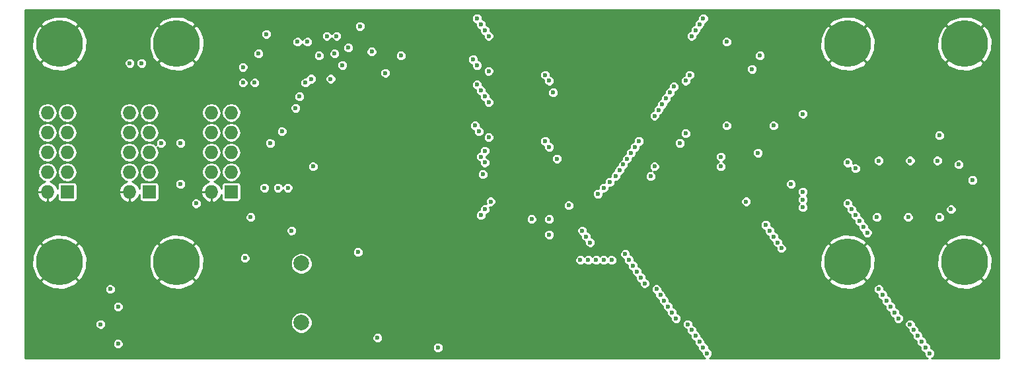
<source format=gbr>
G04 #@! TF.FileFunction,Copper,L4,Bot,Signal*
%FSLAX46Y46*%
G04 Gerber Fmt 4.6, Leading zero omitted, Abs format (unit mm)*
G04 Created by KiCad (PCBNEW 4.0.5+dfsg1-4) date Tue May 29 15:03:41 2018*
%MOMM*%
%LPD*%
G01*
G04 APERTURE LIST*
%ADD10C,0.100000*%
%ADD11R,1.727200X1.727200*%
%ADD12O,1.727200X1.727200*%
%ADD13C,2.000000*%
%ADD14C,6.000000*%
%ADD15C,0.600000*%
%ADD16C,0.254000*%
G04 APERTURE END LIST*
D10*
D11*
X79000000Y-80000000D03*
D12*
X76460000Y-80000000D03*
X79000000Y-77460000D03*
X76460000Y-77460000D03*
X79000000Y-74920000D03*
X76460000Y-74920000D03*
X79000000Y-72380000D03*
X76460000Y-72380000D03*
X79000000Y-69840000D03*
X76460000Y-69840000D03*
D11*
X89500000Y-80000000D03*
D12*
X86960000Y-80000000D03*
X89500000Y-77460000D03*
X86960000Y-77460000D03*
X89500000Y-74920000D03*
X86960000Y-74920000D03*
X89500000Y-72380000D03*
X86960000Y-72380000D03*
X89500000Y-69840000D03*
X86960000Y-69840000D03*
D13*
X109000000Y-89200000D03*
X109000000Y-96800000D03*
D14*
X179000000Y-61000000D03*
X179000000Y-89000000D03*
X78000000Y-61000000D03*
X78000000Y-89000000D03*
X93000000Y-61000000D03*
X194000000Y-61000000D03*
X93000000Y-89000000D03*
X194000000Y-89000000D03*
D11*
X100000000Y-80000000D03*
D12*
X97460000Y-80000000D03*
X100000000Y-77460000D03*
X97460000Y-77460000D03*
X100000000Y-74920000D03*
X97460000Y-74920000D03*
X100000000Y-72380000D03*
X97460000Y-72380000D03*
X100000000Y-69840000D03*
X97460000Y-69840000D03*
D15*
X163500000Y-71500000D03*
X112750000Y-65500000D03*
X101500000Y-64000000D03*
X109500000Y-66000000D03*
X108750000Y-67750000D03*
X106500000Y-72250000D03*
X192250000Y-82250000D03*
X166000000Y-81250000D03*
X85500000Y-99500000D03*
X84500000Y-92500000D03*
X83250000Y-97000000D03*
X169500000Y-71500000D03*
X102750000Y-60000000D03*
X169250000Y-80750000D03*
X175500000Y-77000000D03*
X164500000Y-77500000D03*
X116500000Y-60500000D03*
X124250000Y-58750000D03*
X93750000Y-99500000D03*
X93750000Y-95000000D03*
X163250000Y-65500000D03*
X177500000Y-67500000D03*
X165750000Y-58500000D03*
X193000000Y-81000000D03*
X164500000Y-86000000D03*
X193250000Y-73750000D03*
X169500000Y-73500000D03*
X163500000Y-73500000D03*
X105000000Y-66000000D03*
X130000000Y-98250000D03*
X129250000Y-94000000D03*
X125000000Y-94000000D03*
X120500000Y-94000000D03*
X122500000Y-97500000D03*
X119250000Y-100500000D03*
X112250000Y-62500000D03*
X103750000Y-70750000D03*
X103750000Y-69250000D03*
X103750000Y-67750000D03*
X88500000Y-91500000D03*
X82500000Y-92250000D03*
X84000000Y-57000000D03*
X87000000Y-57000000D03*
X150000000Y-80250000D03*
X138250000Y-79250000D03*
X135250000Y-79250000D03*
X138250000Y-70750000D03*
X135250000Y-70750000D03*
X138250000Y-62250000D03*
X135250000Y-62250000D03*
X147000000Y-82000000D03*
X140500000Y-86750000D03*
X114000000Y-70000000D03*
X116750000Y-65500000D03*
X108250000Y-69250000D03*
X116500000Y-58750000D03*
X166750000Y-64250000D03*
X167750000Y-62500000D03*
X118750000Y-98750000D03*
X85500000Y-94750000D03*
X131500000Y-57750000D03*
X160500000Y-57750000D03*
X189500000Y-100750000D03*
X161000000Y-100750000D03*
X132000000Y-58500000D03*
X160000000Y-58500000D03*
X160500000Y-100000000D03*
X189000000Y-100000000D03*
X132500000Y-59250000D03*
X159500000Y-59250000D03*
X160000000Y-99250000D03*
X188500000Y-99250000D03*
X133000000Y-60000000D03*
X159000000Y-60000000D03*
X159500000Y-98500000D03*
X188000000Y-98500000D03*
X158750000Y-65000000D03*
X140250000Y-65000000D03*
X131000000Y-63000000D03*
X159000000Y-97750000D03*
X187500000Y-97750000D03*
X158250000Y-65750000D03*
X131500000Y-63750000D03*
X140750000Y-65750000D03*
X158500000Y-97000000D03*
X187000000Y-97000000D03*
X133000000Y-64500000D03*
X156750000Y-66500000D03*
X157000000Y-96250000D03*
X185500000Y-96250000D03*
X156250000Y-67250000D03*
X141250000Y-67250000D03*
X185000000Y-95500000D03*
X156500000Y-95500000D03*
X155750000Y-68000000D03*
X131500000Y-66250000D03*
X184500000Y-94750000D03*
X156000000Y-94750000D03*
X155250000Y-68750000D03*
X132000000Y-67000000D03*
X184000000Y-94000000D03*
X155500000Y-94000000D03*
X154750000Y-69500000D03*
X132500000Y-67750000D03*
X183500000Y-93250000D03*
X155000000Y-93250000D03*
X154250000Y-70250000D03*
X133000000Y-68500000D03*
X183000000Y-92500000D03*
X154500000Y-92500000D03*
X152250000Y-73500000D03*
X140250000Y-73500000D03*
X131250000Y-71500000D03*
X181500000Y-85250000D03*
X153000000Y-91750000D03*
X151750000Y-74250000D03*
X140750000Y-74250000D03*
X131750000Y-72250000D03*
X181000000Y-84500000D03*
X152500000Y-91000000D03*
X133000000Y-73000000D03*
X151250000Y-75000000D03*
X180500000Y-83750000D03*
X152000000Y-90250000D03*
X141750000Y-75750000D03*
X150750000Y-75750000D03*
X180000000Y-83000000D03*
X151500000Y-89500000D03*
X150250000Y-76500000D03*
X132500000Y-74750000D03*
X179500000Y-82250000D03*
X151000000Y-88750000D03*
X149750000Y-77250000D03*
X132000000Y-75500000D03*
X179000000Y-81500000D03*
X150500000Y-88000000D03*
X132500000Y-76250000D03*
X149250000Y-78000000D03*
X148750000Y-88750000D03*
X170500000Y-87250000D03*
X170000000Y-86500000D03*
X147750000Y-88750000D03*
X132250000Y-77750000D03*
X148500000Y-78750000D03*
X169500000Y-85750000D03*
X146750000Y-88750000D03*
X133250000Y-81250000D03*
X147750000Y-79500000D03*
X169000000Y-85000000D03*
X145750000Y-88750000D03*
X132500000Y-82250000D03*
X147000000Y-80250000D03*
X132000000Y-83000000D03*
X168500000Y-84250000D03*
X144750000Y-88750000D03*
X146000000Y-86500000D03*
X173250000Y-82000000D03*
X138500000Y-83500000D03*
X145500000Y-85750000D03*
X173250000Y-81000000D03*
X143250000Y-81750000D03*
X145000000Y-85000000D03*
X173250000Y-80000000D03*
X171750000Y-79000000D03*
X140750000Y-83500000D03*
X140750000Y-85500000D03*
X95500000Y-81500000D03*
X107750000Y-85000000D03*
X91000000Y-73750000D03*
X87000000Y-63500000D03*
X102500000Y-83250000D03*
X93500000Y-73750000D03*
X103500000Y-62250000D03*
X101500000Y-66000000D03*
X101750000Y-88500000D03*
X110250000Y-65500000D03*
X105000000Y-73750000D03*
X103000000Y-66000000D03*
X104500000Y-59750000D03*
X115000000Y-61500000D03*
X107250000Y-79500000D03*
X112250000Y-60000000D03*
X113250000Y-62250000D03*
X109750000Y-60750000D03*
X108500000Y-60750000D03*
X163500000Y-60750000D03*
X121750000Y-62500000D03*
X110500000Y-76750000D03*
X114250000Y-63750000D03*
X126500000Y-100000000D03*
X118000000Y-62000000D03*
X179000000Y-76250000D03*
X193250000Y-76500000D03*
X88500000Y-63500000D03*
X93500000Y-79000000D03*
X180000000Y-77000000D03*
X190750000Y-72750000D03*
X195000000Y-78500000D03*
X190500000Y-76000000D03*
X173250000Y-70000000D03*
X162750000Y-75500000D03*
X183000000Y-76000000D03*
X187000000Y-76000000D03*
X154250000Y-76750000D03*
X158250000Y-72500000D03*
X162750000Y-76750000D03*
X153750000Y-78000000D03*
X190750000Y-83250000D03*
X167500000Y-75000000D03*
X157500000Y-73750000D03*
X186750000Y-83250000D03*
X182750000Y-83250000D03*
X106000000Y-79500000D03*
X111250000Y-62500000D03*
X113500000Y-60000000D03*
X104250000Y-79500000D03*
X116250000Y-87750000D03*
X119750000Y-64750000D03*
D16*
G36*
X198373000Y-101373000D02*
X189775522Y-101373000D01*
X189885252Y-101327661D01*
X190076987Y-101136259D01*
X190180882Y-100886054D01*
X190181118Y-100615135D01*
X190077661Y-100364748D01*
X189886259Y-100173013D01*
X189680924Y-100087750D01*
X189681118Y-99865135D01*
X189577661Y-99614748D01*
X189386259Y-99423013D01*
X189180924Y-99337750D01*
X189181118Y-99115135D01*
X189077661Y-98864748D01*
X188886259Y-98673013D01*
X188680924Y-98587750D01*
X188681118Y-98365135D01*
X188577661Y-98114748D01*
X188386259Y-97923013D01*
X188180924Y-97837750D01*
X188181118Y-97615135D01*
X188077661Y-97364748D01*
X187886259Y-97173013D01*
X187680924Y-97087750D01*
X187681118Y-96865135D01*
X187577661Y-96614748D01*
X187386259Y-96423013D01*
X187136054Y-96319118D01*
X186865135Y-96318882D01*
X186614748Y-96422339D01*
X186423013Y-96613741D01*
X186319118Y-96863946D01*
X186318882Y-97134865D01*
X186422339Y-97385252D01*
X186613741Y-97576987D01*
X186819076Y-97662250D01*
X186818882Y-97884865D01*
X186922339Y-98135252D01*
X187113741Y-98326987D01*
X187319076Y-98412250D01*
X187318882Y-98634865D01*
X187422339Y-98885252D01*
X187613741Y-99076987D01*
X187819076Y-99162250D01*
X187818882Y-99384865D01*
X187922339Y-99635252D01*
X188113741Y-99826987D01*
X188319076Y-99912250D01*
X188318882Y-100134865D01*
X188422339Y-100385252D01*
X188613741Y-100576987D01*
X188819076Y-100662250D01*
X188818882Y-100884865D01*
X188922339Y-101135252D01*
X189113741Y-101326987D01*
X189224552Y-101373000D01*
X161275522Y-101373000D01*
X161385252Y-101327661D01*
X161576987Y-101136259D01*
X161680882Y-100886054D01*
X161681118Y-100615135D01*
X161577661Y-100364748D01*
X161386259Y-100173013D01*
X161180924Y-100087750D01*
X161181118Y-99865135D01*
X161077661Y-99614748D01*
X160886259Y-99423013D01*
X160680924Y-99337750D01*
X160681118Y-99115135D01*
X160577661Y-98864748D01*
X160386259Y-98673013D01*
X160180924Y-98587750D01*
X160181118Y-98365135D01*
X160077661Y-98114748D01*
X159886259Y-97923013D01*
X159680924Y-97837750D01*
X159681118Y-97615135D01*
X159577661Y-97364748D01*
X159386259Y-97173013D01*
X159180924Y-97087750D01*
X159181118Y-96865135D01*
X159077661Y-96614748D01*
X158886259Y-96423013D01*
X158636054Y-96319118D01*
X158365135Y-96318882D01*
X158114748Y-96422339D01*
X157923013Y-96613741D01*
X157819118Y-96863946D01*
X157818882Y-97134865D01*
X157922339Y-97385252D01*
X158113741Y-97576987D01*
X158319076Y-97662250D01*
X158318882Y-97884865D01*
X158422339Y-98135252D01*
X158613741Y-98326987D01*
X158819076Y-98412250D01*
X158818882Y-98634865D01*
X158922339Y-98885252D01*
X159113741Y-99076987D01*
X159319076Y-99162250D01*
X159318882Y-99384865D01*
X159422339Y-99635252D01*
X159613741Y-99826987D01*
X159819076Y-99912250D01*
X159818882Y-100134865D01*
X159922339Y-100385252D01*
X160113741Y-100576987D01*
X160319076Y-100662250D01*
X160318882Y-100884865D01*
X160422339Y-101135252D01*
X160613741Y-101326987D01*
X160724552Y-101373000D01*
X73627000Y-101373000D01*
X73627000Y-99634865D01*
X84818882Y-99634865D01*
X84922339Y-99885252D01*
X85113741Y-100076987D01*
X85363946Y-100180882D01*
X85634865Y-100181118D01*
X85746806Y-100134865D01*
X125818882Y-100134865D01*
X125922339Y-100385252D01*
X126113741Y-100576987D01*
X126363946Y-100680882D01*
X126634865Y-100681118D01*
X126885252Y-100577661D01*
X127076987Y-100386259D01*
X127180882Y-100136054D01*
X127181118Y-99865135D01*
X127077661Y-99614748D01*
X126886259Y-99423013D01*
X126636054Y-99319118D01*
X126365135Y-99318882D01*
X126114748Y-99422339D01*
X125923013Y-99613741D01*
X125819118Y-99863946D01*
X125818882Y-100134865D01*
X85746806Y-100134865D01*
X85885252Y-100077661D01*
X86076987Y-99886259D01*
X86180882Y-99636054D01*
X86181118Y-99365135D01*
X86077661Y-99114748D01*
X85886259Y-98923013D01*
X85794390Y-98884865D01*
X118068882Y-98884865D01*
X118172339Y-99135252D01*
X118363741Y-99326987D01*
X118613946Y-99430882D01*
X118884865Y-99431118D01*
X119135252Y-99327661D01*
X119326987Y-99136259D01*
X119430882Y-98886054D01*
X119431118Y-98615135D01*
X119327661Y-98364748D01*
X119136259Y-98173013D01*
X118886054Y-98069118D01*
X118615135Y-98068882D01*
X118364748Y-98172339D01*
X118173013Y-98363741D01*
X118069118Y-98613946D01*
X118068882Y-98884865D01*
X85794390Y-98884865D01*
X85636054Y-98819118D01*
X85365135Y-98818882D01*
X85114748Y-98922339D01*
X84923013Y-99113741D01*
X84819118Y-99363946D01*
X84818882Y-99634865D01*
X73627000Y-99634865D01*
X73627000Y-97134865D01*
X82568882Y-97134865D01*
X82672339Y-97385252D01*
X82863741Y-97576987D01*
X83113946Y-97680882D01*
X83384865Y-97681118D01*
X83635252Y-97577661D01*
X83826987Y-97386259D01*
X83930882Y-97136054D01*
X83930936Y-97073493D01*
X107618761Y-97073493D01*
X107828563Y-97581251D01*
X108216705Y-97970072D01*
X108724097Y-98180759D01*
X109273493Y-98181239D01*
X109781251Y-97971437D01*
X110170072Y-97583295D01*
X110380759Y-97075903D01*
X110381239Y-96526507D01*
X110171437Y-96018749D01*
X109783295Y-95629928D01*
X109275903Y-95419241D01*
X108726507Y-95418761D01*
X108218749Y-95628563D01*
X107829928Y-96016705D01*
X107619241Y-96524097D01*
X107618761Y-97073493D01*
X83930936Y-97073493D01*
X83931118Y-96865135D01*
X83827661Y-96614748D01*
X83636259Y-96423013D01*
X83386054Y-96319118D01*
X83115135Y-96318882D01*
X82864748Y-96422339D01*
X82673013Y-96613741D01*
X82569118Y-96863946D01*
X82568882Y-97134865D01*
X73627000Y-97134865D01*
X73627000Y-94884865D01*
X84818882Y-94884865D01*
X84922339Y-95135252D01*
X85113741Y-95326987D01*
X85363946Y-95430882D01*
X85634865Y-95431118D01*
X85885252Y-95327661D01*
X86076987Y-95136259D01*
X86180882Y-94886054D01*
X86181118Y-94615135D01*
X86077661Y-94364748D01*
X85886259Y-94173013D01*
X85636054Y-94069118D01*
X85365135Y-94068882D01*
X85114748Y-94172339D01*
X84923013Y-94363741D01*
X84819118Y-94613946D01*
X84818882Y-94884865D01*
X73627000Y-94884865D01*
X73627000Y-92634865D01*
X83818882Y-92634865D01*
X83922339Y-92885252D01*
X84113741Y-93076987D01*
X84363946Y-93180882D01*
X84634865Y-93181118D01*
X84885252Y-93077661D01*
X85076987Y-92886259D01*
X85180882Y-92636054D01*
X85180883Y-92634865D01*
X153818882Y-92634865D01*
X153922339Y-92885252D01*
X154113741Y-93076987D01*
X154319076Y-93162250D01*
X154318882Y-93384865D01*
X154422339Y-93635252D01*
X154613741Y-93826987D01*
X154819076Y-93912250D01*
X154818882Y-94134865D01*
X154922339Y-94385252D01*
X155113741Y-94576987D01*
X155319076Y-94662250D01*
X155318882Y-94884865D01*
X155422339Y-95135252D01*
X155613741Y-95326987D01*
X155819076Y-95412250D01*
X155818882Y-95634865D01*
X155922339Y-95885252D01*
X156113741Y-96076987D01*
X156319076Y-96162250D01*
X156318882Y-96384865D01*
X156422339Y-96635252D01*
X156613741Y-96826987D01*
X156863946Y-96930882D01*
X157134865Y-96931118D01*
X157385252Y-96827661D01*
X157576987Y-96636259D01*
X157680882Y-96386054D01*
X157681118Y-96115135D01*
X157577661Y-95864748D01*
X157386259Y-95673013D01*
X157180924Y-95587750D01*
X157181118Y-95365135D01*
X157077661Y-95114748D01*
X156886259Y-94923013D01*
X156680924Y-94837750D01*
X156681118Y-94615135D01*
X156577661Y-94364748D01*
X156386259Y-94173013D01*
X156180924Y-94087750D01*
X156181118Y-93865135D01*
X156077661Y-93614748D01*
X155886259Y-93423013D01*
X155680924Y-93337750D01*
X155681118Y-93115135D01*
X155577661Y-92864748D01*
X155386259Y-92673013D01*
X155294389Y-92634865D01*
X182318882Y-92634865D01*
X182422339Y-92885252D01*
X182613741Y-93076987D01*
X182819076Y-93162250D01*
X182818882Y-93384865D01*
X182922339Y-93635252D01*
X183113741Y-93826987D01*
X183319076Y-93912250D01*
X183318882Y-94134865D01*
X183422339Y-94385252D01*
X183613741Y-94576987D01*
X183819076Y-94662250D01*
X183818882Y-94884865D01*
X183922339Y-95135252D01*
X184113741Y-95326987D01*
X184319076Y-95412250D01*
X184318882Y-95634865D01*
X184422339Y-95885252D01*
X184613741Y-96076987D01*
X184819076Y-96162250D01*
X184818882Y-96384865D01*
X184922339Y-96635252D01*
X185113741Y-96826987D01*
X185363946Y-96930882D01*
X185634865Y-96931118D01*
X185885252Y-96827661D01*
X186076987Y-96636259D01*
X186180882Y-96386054D01*
X186181118Y-96115135D01*
X186077661Y-95864748D01*
X185886259Y-95673013D01*
X185680924Y-95587750D01*
X185681118Y-95365135D01*
X185577661Y-95114748D01*
X185386259Y-94923013D01*
X185180924Y-94837750D01*
X185181118Y-94615135D01*
X185077661Y-94364748D01*
X184886259Y-94173013D01*
X184680924Y-94087750D01*
X184681118Y-93865135D01*
X184577661Y-93614748D01*
X184386259Y-93423013D01*
X184180924Y-93337750D01*
X184181118Y-93115135D01*
X184077661Y-92864748D01*
X183886259Y-92673013D01*
X183680924Y-92587750D01*
X183681118Y-92365135D01*
X183577661Y-92114748D01*
X183386259Y-91923013D01*
X183136054Y-91819118D01*
X182865135Y-91818882D01*
X182614748Y-91922339D01*
X182423013Y-92113741D01*
X182319118Y-92363946D01*
X182318882Y-92634865D01*
X155294389Y-92634865D01*
X155180924Y-92587750D01*
X155181118Y-92365135D01*
X155077661Y-92114748D01*
X154886259Y-91923013D01*
X154636054Y-91819118D01*
X154365135Y-91818882D01*
X154114748Y-91922339D01*
X153923013Y-92113741D01*
X153819118Y-92363946D01*
X153818882Y-92634865D01*
X85180883Y-92634865D01*
X85181118Y-92365135D01*
X85077661Y-92114748D01*
X84886259Y-91923013D01*
X84636054Y-91819118D01*
X84365135Y-91818882D01*
X84114748Y-91922339D01*
X83923013Y-92113741D01*
X83819118Y-92363946D01*
X83818882Y-92634865D01*
X73627000Y-92634865D01*
X73627000Y-91448289D01*
X75569672Y-91448289D01*
X75907941Y-91901078D01*
X77177384Y-92480843D01*
X78572063Y-92530681D01*
X79879650Y-92043005D01*
X80092059Y-91901078D01*
X80430328Y-91448289D01*
X90569672Y-91448289D01*
X90907941Y-91901078D01*
X92177384Y-92480843D01*
X93572063Y-92530681D01*
X94879650Y-92043005D01*
X95092059Y-91901078D01*
X95430328Y-91448289D01*
X93000000Y-89017961D01*
X90569672Y-91448289D01*
X80430328Y-91448289D01*
X78000000Y-89017961D01*
X75569672Y-91448289D01*
X73627000Y-91448289D01*
X73627000Y-89572063D01*
X74469319Y-89572063D01*
X74956995Y-90879650D01*
X75098922Y-91092059D01*
X75551711Y-91430328D01*
X77982039Y-89000000D01*
X78017961Y-89000000D01*
X80448289Y-91430328D01*
X80901078Y-91092059D01*
X81480843Y-89822616D01*
X81489796Y-89572063D01*
X89469319Y-89572063D01*
X89956995Y-90879650D01*
X90098922Y-91092059D01*
X90551711Y-91430328D01*
X92982039Y-89000000D01*
X93017961Y-89000000D01*
X95448289Y-91430328D01*
X95901078Y-91092059D01*
X96480843Y-89822616D01*
X96493318Y-89473493D01*
X107618761Y-89473493D01*
X107828563Y-89981251D01*
X108216705Y-90370072D01*
X108724097Y-90580759D01*
X109273493Y-90581239D01*
X109781251Y-90371437D01*
X110170072Y-89983295D01*
X110380759Y-89475903D01*
X110381239Y-88926507D01*
X110364033Y-88884865D01*
X144068882Y-88884865D01*
X144172339Y-89135252D01*
X144363741Y-89326987D01*
X144613946Y-89430882D01*
X144884865Y-89431118D01*
X145135252Y-89327661D01*
X145250032Y-89213080D01*
X145363741Y-89326987D01*
X145613946Y-89430882D01*
X145884865Y-89431118D01*
X146135252Y-89327661D01*
X146250032Y-89213080D01*
X146363741Y-89326987D01*
X146613946Y-89430882D01*
X146884865Y-89431118D01*
X147135252Y-89327661D01*
X147250032Y-89213080D01*
X147363741Y-89326987D01*
X147613946Y-89430882D01*
X147884865Y-89431118D01*
X148135252Y-89327661D01*
X148250032Y-89213080D01*
X148363741Y-89326987D01*
X148613946Y-89430882D01*
X148884865Y-89431118D01*
X149135252Y-89327661D01*
X149326987Y-89136259D01*
X149430882Y-88886054D01*
X149431118Y-88615135D01*
X149327661Y-88364748D01*
X149136259Y-88173013D01*
X149044390Y-88134865D01*
X149818882Y-88134865D01*
X149922339Y-88385252D01*
X150113741Y-88576987D01*
X150319076Y-88662250D01*
X150318882Y-88884865D01*
X150422339Y-89135252D01*
X150613741Y-89326987D01*
X150819076Y-89412250D01*
X150818882Y-89634865D01*
X150922339Y-89885252D01*
X151113741Y-90076987D01*
X151319076Y-90162250D01*
X151318882Y-90384865D01*
X151422339Y-90635252D01*
X151613741Y-90826987D01*
X151819076Y-90912250D01*
X151818882Y-91134865D01*
X151922339Y-91385252D01*
X152113741Y-91576987D01*
X152319076Y-91662250D01*
X152318882Y-91884865D01*
X152422339Y-92135252D01*
X152613741Y-92326987D01*
X152863946Y-92430882D01*
X153134865Y-92431118D01*
X153385252Y-92327661D01*
X153576987Y-92136259D01*
X153680882Y-91886054D01*
X153681118Y-91615135D01*
X153612180Y-91448289D01*
X176569672Y-91448289D01*
X176907941Y-91901078D01*
X178177384Y-92480843D01*
X179572063Y-92530681D01*
X180879650Y-92043005D01*
X181092059Y-91901078D01*
X181430328Y-91448289D01*
X191569672Y-91448289D01*
X191907941Y-91901078D01*
X193177384Y-92480843D01*
X194572063Y-92530681D01*
X195879650Y-92043005D01*
X196092059Y-91901078D01*
X196430328Y-91448289D01*
X194000000Y-89017961D01*
X191569672Y-91448289D01*
X181430328Y-91448289D01*
X179000000Y-89017961D01*
X176569672Y-91448289D01*
X153612180Y-91448289D01*
X153577661Y-91364748D01*
X153386259Y-91173013D01*
X153180924Y-91087750D01*
X153181118Y-90865135D01*
X153077661Y-90614748D01*
X152886259Y-90423013D01*
X152680924Y-90337750D01*
X152681118Y-90115135D01*
X152577661Y-89864748D01*
X152386259Y-89673013D01*
X152180924Y-89587750D01*
X152180937Y-89572063D01*
X175469319Y-89572063D01*
X175956995Y-90879650D01*
X176098922Y-91092059D01*
X176551711Y-91430328D01*
X178982039Y-89000000D01*
X179017961Y-89000000D01*
X181448289Y-91430328D01*
X181901078Y-91092059D01*
X182480843Y-89822616D01*
X182489796Y-89572063D01*
X190469319Y-89572063D01*
X190956995Y-90879650D01*
X191098922Y-91092059D01*
X191551711Y-91430328D01*
X193982039Y-89000000D01*
X194017961Y-89000000D01*
X196448289Y-91430328D01*
X196901078Y-91092059D01*
X197480843Y-89822616D01*
X197530681Y-88427937D01*
X197043005Y-87120350D01*
X196901078Y-86907941D01*
X196448289Y-86569672D01*
X194017961Y-89000000D01*
X193982039Y-89000000D01*
X191551711Y-86569672D01*
X191098922Y-86907941D01*
X190519157Y-88177384D01*
X190469319Y-89572063D01*
X182489796Y-89572063D01*
X182530681Y-88427937D01*
X182043005Y-87120350D01*
X181901078Y-86907941D01*
X181448289Y-86569672D01*
X179017961Y-89000000D01*
X178982039Y-89000000D01*
X176551711Y-86569672D01*
X176098922Y-86907941D01*
X175519157Y-88177384D01*
X175469319Y-89572063D01*
X152180937Y-89572063D01*
X152181118Y-89365135D01*
X152077661Y-89114748D01*
X151886259Y-88923013D01*
X151680924Y-88837750D01*
X151681118Y-88615135D01*
X151577661Y-88364748D01*
X151386259Y-88173013D01*
X151180924Y-88087750D01*
X151181118Y-87865135D01*
X151077661Y-87614748D01*
X150886259Y-87423013D01*
X150636054Y-87319118D01*
X150365135Y-87318882D01*
X150114748Y-87422339D01*
X149923013Y-87613741D01*
X149819118Y-87863946D01*
X149818882Y-88134865D01*
X149044390Y-88134865D01*
X148886054Y-88069118D01*
X148615135Y-88068882D01*
X148364748Y-88172339D01*
X148249968Y-88286920D01*
X148136259Y-88173013D01*
X147886054Y-88069118D01*
X147615135Y-88068882D01*
X147364748Y-88172339D01*
X147249968Y-88286920D01*
X147136259Y-88173013D01*
X146886054Y-88069118D01*
X146615135Y-88068882D01*
X146364748Y-88172339D01*
X146249968Y-88286920D01*
X146136259Y-88173013D01*
X145886054Y-88069118D01*
X145615135Y-88068882D01*
X145364748Y-88172339D01*
X145249968Y-88286920D01*
X145136259Y-88173013D01*
X144886054Y-88069118D01*
X144615135Y-88068882D01*
X144364748Y-88172339D01*
X144173013Y-88363741D01*
X144069118Y-88613946D01*
X144068882Y-88884865D01*
X110364033Y-88884865D01*
X110171437Y-88418749D01*
X109783295Y-88029928D01*
X109433944Y-87884865D01*
X115568882Y-87884865D01*
X115672339Y-88135252D01*
X115863741Y-88326987D01*
X116113946Y-88430882D01*
X116384865Y-88431118D01*
X116635252Y-88327661D01*
X116826987Y-88136259D01*
X116930882Y-87886054D01*
X116931118Y-87615135D01*
X116827661Y-87364748D01*
X116636259Y-87173013D01*
X116386054Y-87069118D01*
X116115135Y-87068882D01*
X115864748Y-87172339D01*
X115673013Y-87363741D01*
X115569118Y-87613946D01*
X115568882Y-87884865D01*
X109433944Y-87884865D01*
X109275903Y-87819241D01*
X108726507Y-87818761D01*
X108218749Y-88028563D01*
X107829928Y-88416705D01*
X107619241Y-88924097D01*
X107618761Y-89473493D01*
X96493318Y-89473493D01*
X96523286Y-88634865D01*
X101068882Y-88634865D01*
X101172339Y-88885252D01*
X101363741Y-89076987D01*
X101613946Y-89180882D01*
X101884865Y-89181118D01*
X102135252Y-89077661D01*
X102326987Y-88886259D01*
X102430882Y-88636054D01*
X102431118Y-88365135D01*
X102327661Y-88114748D01*
X102136259Y-87923013D01*
X101886054Y-87819118D01*
X101615135Y-87818882D01*
X101364748Y-87922339D01*
X101173013Y-88113741D01*
X101069118Y-88363946D01*
X101068882Y-88634865D01*
X96523286Y-88634865D01*
X96530681Y-88427937D01*
X96043005Y-87120350D01*
X95901078Y-86907941D01*
X95448289Y-86569672D01*
X93017961Y-89000000D01*
X92982039Y-89000000D01*
X90551711Y-86569672D01*
X90098922Y-86907941D01*
X89519157Y-88177384D01*
X89469319Y-89572063D01*
X81489796Y-89572063D01*
X81530681Y-88427937D01*
X81043005Y-87120350D01*
X80901078Y-86907941D01*
X80448289Y-86569672D01*
X78017961Y-89000000D01*
X77982039Y-89000000D01*
X75551711Y-86569672D01*
X75098922Y-86907941D01*
X74519157Y-88177384D01*
X74469319Y-89572063D01*
X73627000Y-89572063D01*
X73627000Y-86551711D01*
X75569672Y-86551711D01*
X78000000Y-88982039D01*
X80430328Y-86551711D01*
X90569672Y-86551711D01*
X93000000Y-88982039D01*
X95430328Y-86551711D01*
X95092059Y-86098922D01*
X93822616Y-85519157D01*
X92427937Y-85469319D01*
X91120350Y-85956995D01*
X90907941Y-86098922D01*
X90569672Y-86551711D01*
X80430328Y-86551711D01*
X80092059Y-86098922D01*
X78822616Y-85519157D01*
X77427937Y-85469319D01*
X76120350Y-85956995D01*
X75907941Y-86098922D01*
X75569672Y-86551711D01*
X73627000Y-86551711D01*
X73627000Y-85134865D01*
X107068882Y-85134865D01*
X107172339Y-85385252D01*
X107363741Y-85576987D01*
X107613946Y-85680882D01*
X107884865Y-85681118D01*
X107996806Y-85634865D01*
X140068882Y-85634865D01*
X140172339Y-85885252D01*
X140363741Y-86076987D01*
X140613946Y-86180882D01*
X140884865Y-86181118D01*
X141135252Y-86077661D01*
X141326987Y-85886259D01*
X141430882Y-85636054D01*
X141431118Y-85365135D01*
X141335974Y-85134865D01*
X144318882Y-85134865D01*
X144422339Y-85385252D01*
X144613741Y-85576987D01*
X144819076Y-85662250D01*
X144818882Y-85884865D01*
X144922339Y-86135252D01*
X145113741Y-86326987D01*
X145319076Y-86412250D01*
X145318882Y-86634865D01*
X145422339Y-86885252D01*
X145613741Y-87076987D01*
X145863946Y-87180882D01*
X146134865Y-87181118D01*
X146385252Y-87077661D01*
X146576987Y-86886259D01*
X146680882Y-86636054D01*
X146681118Y-86365135D01*
X146577661Y-86114748D01*
X146386259Y-85923013D01*
X146180924Y-85837750D01*
X146181118Y-85615135D01*
X146077661Y-85364748D01*
X145886259Y-85173013D01*
X145680924Y-85087750D01*
X145681118Y-84865135D01*
X145577661Y-84614748D01*
X145386259Y-84423013D01*
X145294390Y-84384865D01*
X167818882Y-84384865D01*
X167922339Y-84635252D01*
X168113741Y-84826987D01*
X168319076Y-84912250D01*
X168318882Y-85134865D01*
X168422339Y-85385252D01*
X168613741Y-85576987D01*
X168819076Y-85662250D01*
X168818882Y-85884865D01*
X168922339Y-86135252D01*
X169113741Y-86326987D01*
X169319076Y-86412250D01*
X169318882Y-86634865D01*
X169422339Y-86885252D01*
X169613741Y-87076987D01*
X169819076Y-87162250D01*
X169818882Y-87384865D01*
X169922339Y-87635252D01*
X170113741Y-87826987D01*
X170363946Y-87930882D01*
X170634865Y-87931118D01*
X170885252Y-87827661D01*
X171076987Y-87636259D01*
X171180882Y-87386054D01*
X171181118Y-87115135D01*
X171077661Y-86864748D01*
X170886259Y-86673013D01*
X170680924Y-86587750D01*
X170680955Y-86551711D01*
X176569672Y-86551711D01*
X179000000Y-88982039D01*
X181430328Y-86551711D01*
X191569672Y-86551711D01*
X194000000Y-88982039D01*
X196430328Y-86551711D01*
X196092059Y-86098922D01*
X194822616Y-85519157D01*
X193427937Y-85469319D01*
X192120350Y-85956995D01*
X191907941Y-86098922D01*
X191569672Y-86551711D01*
X181430328Y-86551711D01*
X181092059Y-86098922D01*
X179822616Y-85519157D01*
X178427937Y-85469319D01*
X177120350Y-85956995D01*
X176907941Y-86098922D01*
X176569672Y-86551711D01*
X170680955Y-86551711D01*
X170681118Y-86365135D01*
X170577661Y-86114748D01*
X170386259Y-85923013D01*
X170180924Y-85837750D01*
X170181118Y-85615135D01*
X170077661Y-85364748D01*
X169886259Y-85173013D01*
X169680924Y-85087750D01*
X169681118Y-84865135D01*
X169577661Y-84614748D01*
X169386259Y-84423013D01*
X169180924Y-84337750D01*
X169181118Y-84115135D01*
X169077661Y-83864748D01*
X168886259Y-83673013D01*
X168636054Y-83569118D01*
X168365135Y-83568882D01*
X168114748Y-83672339D01*
X167923013Y-83863741D01*
X167819118Y-84113946D01*
X167818882Y-84384865D01*
X145294390Y-84384865D01*
X145136054Y-84319118D01*
X144865135Y-84318882D01*
X144614748Y-84422339D01*
X144423013Y-84613741D01*
X144319118Y-84863946D01*
X144318882Y-85134865D01*
X141335974Y-85134865D01*
X141327661Y-85114748D01*
X141136259Y-84923013D01*
X140886054Y-84819118D01*
X140615135Y-84818882D01*
X140364748Y-84922339D01*
X140173013Y-85113741D01*
X140069118Y-85363946D01*
X140068882Y-85634865D01*
X107996806Y-85634865D01*
X108135252Y-85577661D01*
X108326987Y-85386259D01*
X108430882Y-85136054D01*
X108431118Y-84865135D01*
X108327661Y-84614748D01*
X108136259Y-84423013D01*
X107886054Y-84319118D01*
X107615135Y-84318882D01*
X107364748Y-84422339D01*
X107173013Y-84613741D01*
X107069118Y-84863946D01*
X107068882Y-85134865D01*
X73627000Y-85134865D01*
X73627000Y-83384865D01*
X101818882Y-83384865D01*
X101922339Y-83635252D01*
X102113741Y-83826987D01*
X102363946Y-83930882D01*
X102634865Y-83931118D01*
X102885252Y-83827661D01*
X103076987Y-83636259D01*
X103180882Y-83386054D01*
X103181100Y-83134865D01*
X131318882Y-83134865D01*
X131422339Y-83385252D01*
X131613741Y-83576987D01*
X131863946Y-83680882D01*
X132134865Y-83681118D01*
X132246806Y-83634865D01*
X137818882Y-83634865D01*
X137922339Y-83885252D01*
X138113741Y-84076987D01*
X138363946Y-84180882D01*
X138634865Y-84181118D01*
X138885252Y-84077661D01*
X139076987Y-83886259D01*
X139180882Y-83636054D01*
X139180883Y-83634865D01*
X140068882Y-83634865D01*
X140172339Y-83885252D01*
X140363741Y-84076987D01*
X140613946Y-84180882D01*
X140884865Y-84181118D01*
X141135252Y-84077661D01*
X141326987Y-83886259D01*
X141430882Y-83636054D01*
X141431118Y-83365135D01*
X141327661Y-83114748D01*
X141136259Y-82923013D01*
X140886054Y-82819118D01*
X140615135Y-82818882D01*
X140364748Y-82922339D01*
X140173013Y-83113741D01*
X140069118Y-83363946D01*
X140068882Y-83634865D01*
X139180883Y-83634865D01*
X139181118Y-83365135D01*
X139077661Y-83114748D01*
X138886259Y-82923013D01*
X138636054Y-82819118D01*
X138365135Y-82818882D01*
X138114748Y-82922339D01*
X137923013Y-83113741D01*
X137819118Y-83363946D01*
X137818882Y-83634865D01*
X132246806Y-83634865D01*
X132385252Y-83577661D01*
X132576987Y-83386259D01*
X132680882Y-83136054D01*
X132681077Y-82912024D01*
X132885252Y-82827661D01*
X133076987Y-82636259D01*
X133180882Y-82386054D01*
X133181118Y-82115135D01*
X133103131Y-81926391D01*
X133113946Y-81930882D01*
X133384865Y-81931118D01*
X133496806Y-81884865D01*
X142568882Y-81884865D01*
X142672339Y-82135252D01*
X142863741Y-82326987D01*
X143113946Y-82430882D01*
X143384865Y-82431118D01*
X143635252Y-82327661D01*
X143826987Y-82136259D01*
X143930882Y-81886054D01*
X143931118Y-81615135D01*
X143835974Y-81384865D01*
X165318882Y-81384865D01*
X165422339Y-81635252D01*
X165613741Y-81826987D01*
X165863946Y-81930882D01*
X166134865Y-81931118D01*
X166385252Y-81827661D01*
X166576987Y-81636259D01*
X166680882Y-81386054D01*
X166681118Y-81115135D01*
X166577661Y-80864748D01*
X166386259Y-80673013D01*
X166136054Y-80569118D01*
X165865135Y-80568882D01*
X165614748Y-80672339D01*
X165423013Y-80863741D01*
X165319118Y-81113946D01*
X165318882Y-81384865D01*
X143835974Y-81384865D01*
X143827661Y-81364748D01*
X143636259Y-81173013D01*
X143386054Y-81069118D01*
X143115135Y-81068882D01*
X142864748Y-81172339D01*
X142673013Y-81363741D01*
X142569118Y-81613946D01*
X142568882Y-81884865D01*
X133496806Y-81884865D01*
X133635252Y-81827661D01*
X133826987Y-81636259D01*
X133930882Y-81386054D01*
X133931118Y-81115135D01*
X133827661Y-80864748D01*
X133636259Y-80673013D01*
X133386054Y-80569118D01*
X133115135Y-80568882D01*
X132864748Y-80672339D01*
X132673013Y-80863741D01*
X132569118Y-81113946D01*
X132568882Y-81384865D01*
X132646869Y-81573609D01*
X132636054Y-81569118D01*
X132365135Y-81568882D01*
X132114748Y-81672339D01*
X131923013Y-81863741D01*
X131819118Y-82113946D01*
X131818923Y-82337976D01*
X131614748Y-82422339D01*
X131423013Y-82613741D01*
X131319118Y-82863946D01*
X131318882Y-83134865D01*
X103181100Y-83134865D01*
X103181118Y-83115135D01*
X103077661Y-82864748D01*
X102886259Y-82673013D01*
X102636054Y-82569118D01*
X102365135Y-82568882D01*
X102114748Y-82672339D01*
X101923013Y-82863741D01*
X101819118Y-83113946D01*
X101818882Y-83384865D01*
X73627000Y-83384865D01*
X73627000Y-81634865D01*
X94818882Y-81634865D01*
X94922339Y-81885252D01*
X95113741Y-82076987D01*
X95363946Y-82180882D01*
X95634865Y-82181118D01*
X95885252Y-82077661D01*
X96076987Y-81886259D01*
X96180882Y-81636054D01*
X96181118Y-81365135D01*
X96077661Y-81114748D01*
X95886259Y-80923013D01*
X95636054Y-80819118D01*
X95365135Y-80818882D01*
X95114748Y-80922339D01*
X94923013Y-81113741D01*
X94819118Y-81363946D01*
X94818882Y-81634865D01*
X73627000Y-81634865D01*
X73627000Y-80227100D01*
X75107331Y-80227100D01*
X75297204Y-80727457D01*
X75664102Y-81117065D01*
X76152168Y-81336610D01*
X76232900Y-81352668D01*
X76447300Y-81244535D01*
X76447300Y-80012700D01*
X75215458Y-80012700D01*
X75107331Y-80227100D01*
X73627000Y-80227100D01*
X73627000Y-79772900D01*
X75107331Y-79772900D01*
X75215458Y-79987300D01*
X76447300Y-79987300D01*
X76447300Y-79967300D01*
X76472700Y-79967300D01*
X76472700Y-79987300D01*
X76492700Y-79987300D01*
X76492700Y-80012700D01*
X76472700Y-80012700D01*
X76472700Y-81244535D01*
X76687100Y-81352668D01*
X76767832Y-81336610D01*
X77255898Y-81117065D01*
X77622796Y-80727457D01*
X77747936Y-80397686D01*
X77747936Y-80863600D01*
X77774503Y-81004790D01*
X77857946Y-81134465D01*
X77985266Y-81221459D01*
X78136400Y-81252064D01*
X79863600Y-81252064D01*
X80004790Y-81225497D01*
X80134465Y-81142054D01*
X80221459Y-81014734D01*
X80252064Y-80863600D01*
X80252064Y-80227100D01*
X85607331Y-80227100D01*
X85797204Y-80727457D01*
X86164102Y-81117065D01*
X86652168Y-81336610D01*
X86732900Y-81352668D01*
X86947300Y-81244535D01*
X86947300Y-80012700D01*
X85715458Y-80012700D01*
X85607331Y-80227100D01*
X80252064Y-80227100D01*
X80252064Y-79772900D01*
X85607331Y-79772900D01*
X85715458Y-79987300D01*
X86947300Y-79987300D01*
X86947300Y-79967300D01*
X86972700Y-79967300D01*
X86972700Y-79987300D01*
X86992700Y-79987300D01*
X86992700Y-80012700D01*
X86972700Y-80012700D01*
X86972700Y-81244535D01*
X87187100Y-81352668D01*
X87267832Y-81336610D01*
X87755898Y-81117065D01*
X88122796Y-80727457D01*
X88247936Y-80397686D01*
X88247936Y-80863600D01*
X88274503Y-81004790D01*
X88357946Y-81134465D01*
X88485266Y-81221459D01*
X88636400Y-81252064D01*
X90363600Y-81252064D01*
X90504790Y-81225497D01*
X90634465Y-81142054D01*
X90721459Y-81014734D01*
X90752064Y-80863600D01*
X90752064Y-80227100D01*
X96107331Y-80227100D01*
X96297204Y-80727457D01*
X96664102Y-81117065D01*
X97152168Y-81336610D01*
X97232900Y-81352668D01*
X97447300Y-81244535D01*
X97447300Y-80012700D01*
X96215458Y-80012700D01*
X96107331Y-80227100D01*
X90752064Y-80227100D01*
X90752064Y-79772900D01*
X96107331Y-79772900D01*
X96215458Y-79987300D01*
X97447300Y-79987300D01*
X97447300Y-79967300D01*
X97472700Y-79967300D01*
X97472700Y-79987300D01*
X97492700Y-79987300D01*
X97492700Y-80012700D01*
X97472700Y-80012700D01*
X97472700Y-81244535D01*
X97687100Y-81352668D01*
X97767832Y-81336610D01*
X98255898Y-81117065D01*
X98622796Y-80727457D01*
X98747936Y-80397686D01*
X98747936Y-80863600D01*
X98774503Y-81004790D01*
X98857946Y-81134465D01*
X98985266Y-81221459D01*
X99136400Y-81252064D01*
X100863600Y-81252064D01*
X101004790Y-81225497D01*
X101134465Y-81142054D01*
X101221459Y-81014734D01*
X101252064Y-80863600D01*
X101252064Y-80384865D01*
X146318882Y-80384865D01*
X146422339Y-80635252D01*
X146613741Y-80826987D01*
X146863946Y-80930882D01*
X147134865Y-80931118D01*
X147385252Y-80827661D01*
X147576987Y-80636259D01*
X147680882Y-80386054D01*
X147681061Y-80180940D01*
X147884865Y-80181118D01*
X147996806Y-80134865D01*
X172568882Y-80134865D01*
X172672339Y-80385252D01*
X172786920Y-80500032D01*
X172673013Y-80613741D01*
X172569118Y-80863946D01*
X172568882Y-81134865D01*
X172672339Y-81385252D01*
X172786920Y-81500032D01*
X172673013Y-81613741D01*
X172569118Y-81863946D01*
X172568882Y-82134865D01*
X172672339Y-82385252D01*
X172863741Y-82576987D01*
X173113946Y-82680882D01*
X173384865Y-82681118D01*
X173635252Y-82577661D01*
X173826987Y-82386259D01*
X173930882Y-82136054D01*
X173931118Y-81865135D01*
X173835974Y-81634865D01*
X178318882Y-81634865D01*
X178422339Y-81885252D01*
X178613741Y-82076987D01*
X178819076Y-82162250D01*
X178818882Y-82384865D01*
X178922339Y-82635252D01*
X179113741Y-82826987D01*
X179319076Y-82912250D01*
X179318882Y-83134865D01*
X179422339Y-83385252D01*
X179613741Y-83576987D01*
X179819076Y-83662250D01*
X179818882Y-83884865D01*
X179922339Y-84135252D01*
X180113741Y-84326987D01*
X180319076Y-84412250D01*
X180318882Y-84634865D01*
X180422339Y-84885252D01*
X180613741Y-85076987D01*
X180819076Y-85162250D01*
X180818882Y-85384865D01*
X180922339Y-85635252D01*
X181113741Y-85826987D01*
X181363946Y-85930882D01*
X181634865Y-85931118D01*
X181885252Y-85827661D01*
X182076987Y-85636259D01*
X182180882Y-85386054D01*
X182181118Y-85115135D01*
X182077661Y-84864748D01*
X181886259Y-84673013D01*
X181680924Y-84587750D01*
X181681118Y-84365135D01*
X181577661Y-84114748D01*
X181386259Y-83923013D01*
X181180924Y-83837750D01*
X181181118Y-83615135D01*
X181085974Y-83384865D01*
X182068882Y-83384865D01*
X182172339Y-83635252D01*
X182363741Y-83826987D01*
X182613946Y-83930882D01*
X182884865Y-83931118D01*
X183135252Y-83827661D01*
X183326987Y-83636259D01*
X183430882Y-83386054D01*
X183430883Y-83384865D01*
X186068882Y-83384865D01*
X186172339Y-83635252D01*
X186363741Y-83826987D01*
X186613946Y-83930882D01*
X186884865Y-83931118D01*
X187135252Y-83827661D01*
X187326987Y-83636259D01*
X187430882Y-83386054D01*
X187430883Y-83384865D01*
X190068882Y-83384865D01*
X190172339Y-83635252D01*
X190363741Y-83826987D01*
X190613946Y-83930882D01*
X190884865Y-83931118D01*
X191135252Y-83827661D01*
X191326987Y-83636259D01*
X191430882Y-83386054D01*
X191431118Y-83115135D01*
X191327661Y-82864748D01*
X191136259Y-82673013D01*
X190886054Y-82569118D01*
X190615135Y-82568882D01*
X190364748Y-82672339D01*
X190173013Y-82863741D01*
X190069118Y-83113946D01*
X190068882Y-83384865D01*
X187430883Y-83384865D01*
X187431118Y-83115135D01*
X187327661Y-82864748D01*
X187136259Y-82673013D01*
X186886054Y-82569118D01*
X186615135Y-82568882D01*
X186364748Y-82672339D01*
X186173013Y-82863741D01*
X186069118Y-83113946D01*
X186068882Y-83384865D01*
X183430883Y-83384865D01*
X183431118Y-83115135D01*
X183327661Y-82864748D01*
X183136259Y-82673013D01*
X182886054Y-82569118D01*
X182615135Y-82568882D01*
X182364748Y-82672339D01*
X182173013Y-82863741D01*
X182069118Y-83113946D01*
X182068882Y-83384865D01*
X181085974Y-83384865D01*
X181077661Y-83364748D01*
X180886259Y-83173013D01*
X180680924Y-83087750D01*
X180681118Y-82865135D01*
X180577661Y-82614748D01*
X180386259Y-82423013D01*
X180294389Y-82384865D01*
X191568882Y-82384865D01*
X191672339Y-82635252D01*
X191863741Y-82826987D01*
X192113946Y-82930882D01*
X192384865Y-82931118D01*
X192635252Y-82827661D01*
X192826987Y-82636259D01*
X192930882Y-82386054D01*
X192931118Y-82115135D01*
X192827661Y-81864748D01*
X192636259Y-81673013D01*
X192386054Y-81569118D01*
X192115135Y-81568882D01*
X191864748Y-81672339D01*
X191673013Y-81863741D01*
X191569118Y-82113946D01*
X191568882Y-82384865D01*
X180294389Y-82384865D01*
X180180924Y-82337750D01*
X180181118Y-82115135D01*
X180077661Y-81864748D01*
X179886259Y-81673013D01*
X179680924Y-81587750D01*
X179681118Y-81365135D01*
X179577661Y-81114748D01*
X179386259Y-80923013D01*
X179136054Y-80819118D01*
X178865135Y-80818882D01*
X178614748Y-80922339D01*
X178423013Y-81113741D01*
X178319118Y-81363946D01*
X178318882Y-81634865D01*
X173835974Y-81634865D01*
X173827661Y-81614748D01*
X173713080Y-81499968D01*
X173826987Y-81386259D01*
X173930882Y-81136054D01*
X173931118Y-80865135D01*
X173827661Y-80614748D01*
X173713080Y-80499968D01*
X173826987Y-80386259D01*
X173930882Y-80136054D01*
X173931118Y-79865135D01*
X173827661Y-79614748D01*
X173636259Y-79423013D01*
X173386054Y-79319118D01*
X173115135Y-79318882D01*
X172864748Y-79422339D01*
X172673013Y-79613741D01*
X172569118Y-79863946D01*
X172568882Y-80134865D01*
X147996806Y-80134865D01*
X148135252Y-80077661D01*
X148326987Y-79886259D01*
X148430882Y-79636054D01*
X148431061Y-79430940D01*
X148634865Y-79431118D01*
X148885252Y-79327661D01*
X149076987Y-79136259D01*
X149077565Y-79134865D01*
X171068882Y-79134865D01*
X171172339Y-79385252D01*
X171363741Y-79576987D01*
X171613946Y-79680882D01*
X171884865Y-79681118D01*
X172135252Y-79577661D01*
X172326987Y-79386259D01*
X172430882Y-79136054D01*
X172431118Y-78865135D01*
X172335974Y-78634865D01*
X194318882Y-78634865D01*
X194422339Y-78885252D01*
X194613741Y-79076987D01*
X194863946Y-79180882D01*
X195134865Y-79181118D01*
X195385252Y-79077661D01*
X195576987Y-78886259D01*
X195680882Y-78636054D01*
X195681118Y-78365135D01*
X195577661Y-78114748D01*
X195386259Y-77923013D01*
X195136054Y-77819118D01*
X194865135Y-77818882D01*
X194614748Y-77922339D01*
X194423013Y-78113741D01*
X194319118Y-78363946D01*
X194318882Y-78634865D01*
X172335974Y-78634865D01*
X172327661Y-78614748D01*
X172136259Y-78423013D01*
X171886054Y-78319118D01*
X171615135Y-78318882D01*
X171364748Y-78422339D01*
X171173013Y-78613741D01*
X171069118Y-78863946D01*
X171068882Y-79134865D01*
X149077565Y-79134865D01*
X149180882Y-78886054D01*
X149181061Y-78680940D01*
X149384865Y-78681118D01*
X149635252Y-78577661D01*
X149826987Y-78386259D01*
X149930882Y-78136054D01*
X149930883Y-78134865D01*
X153068882Y-78134865D01*
X153172339Y-78385252D01*
X153363741Y-78576987D01*
X153613946Y-78680882D01*
X153884865Y-78681118D01*
X154135252Y-78577661D01*
X154326987Y-78386259D01*
X154430882Y-78136054D01*
X154431118Y-77865135D01*
X154327661Y-77614748D01*
X154144141Y-77430908D01*
X154384865Y-77431118D01*
X154635252Y-77327661D01*
X154826987Y-77136259D01*
X154930882Y-76886054D01*
X154931118Y-76615135D01*
X154827661Y-76364748D01*
X154636259Y-76173013D01*
X154386054Y-76069118D01*
X154115135Y-76068882D01*
X153864748Y-76172339D01*
X153673013Y-76363741D01*
X153569118Y-76613946D01*
X153568882Y-76884865D01*
X153672339Y-77135252D01*
X153855859Y-77319092D01*
X153615135Y-77318882D01*
X153364748Y-77422339D01*
X153173013Y-77613741D01*
X153069118Y-77863946D01*
X153068882Y-78134865D01*
X149930883Y-78134865D01*
X149931077Y-77912024D01*
X150135252Y-77827661D01*
X150326987Y-77636259D01*
X150430882Y-77386054D01*
X150431077Y-77162024D01*
X150635252Y-77077661D01*
X150826987Y-76886259D01*
X150930882Y-76636054D01*
X150931077Y-76412024D01*
X151135252Y-76327661D01*
X151326987Y-76136259D01*
X151430882Y-75886054D01*
X151431077Y-75662024D01*
X151496807Y-75634865D01*
X162068882Y-75634865D01*
X162172339Y-75885252D01*
X162363741Y-76076987D01*
X162479343Y-76124990D01*
X162364748Y-76172339D01*
X162173013Y-76363741D01*
X162069118Y-76613946D01*
X162068882Y-76884865D01*
X162172339Y-77135252D01*
X162363741Y-77326987D01*
X162613946Y-77430882D01*
X162884865Y-77431118D01*
X163135252Y-77327661D01*
X163326987Y-77136259D01*
X163430882Y-76886054D01*
X163431118Y-76615135D01*
X163335974Y-76384865D01*
X178318882Y-76384865D01*
X178422339Y-76635252D01*
X178613741Y-76826987D01*
X178863946Y-76930882D01*
X179134865Y-76931118D01*
X179323609Y-76853131D01*
X179319118Y-76863946D01*
X179318882Y-77134865D01*
X179422339Y-77385252D01*
X179613741Y-77576987D01*
X179863946Y-77680882D01*
X180134865Y-77681118D01*
X180385252Y-77577661D01*
X180576987Y-77386259D01*
X180680882Y-77136054D01*
X180681118Y-76865135D01*
X180577661Y-76614748D01*
X180386259Y-76423013D01*
X180136054Y-76319118D01*
X179865135Y-76318882D01*
X179676391Y-76396869D01*
X179680882Y-76386054D01*
X179681100Y-76134865D01*
X182318882Y-76134865D01*
X182422339Y-76385252D01*
X182613741Y-76576987D01*
X182863946Y-76680882D01*
X183134865Y-76681118D01*
X183385252Y-76577661D01*
X183576987Y-76386259D01*
X183680882Y-76136054D01*
X183680883Y-76134865D01*
X186318882Y-76134865D01*
X186422339Y-76385252D01*
X186613741Y-76576987D01*
X186863946Y-76680882D01*
X187134865Y-76681118D01*
X187385252Y-76577661D01*
X187576987Y-76386259D01*
X187680882Y-76136054D01*
X187680883Y-76134865D01*
X189818882Y-76134865D01*
X189922339Y-76385252D01*
X190113741Y-76576987D01*
X190363946Y-76680882D01*
X190634865Y-76681118D01*
X190746806Y-76634865D01*
X192568882Y-76634865D01*
X192672339Y-76885252D01*
X192863741Y-77076987D01*
X193113946Y-77180882D01*
X193384865Y-77181118D01*
X193635252Y-77077661D01*
X193826987Y-76886259D01*
X193930882Y-76636054D01*
X193931118Y-76365135D01*
X193827661Y-76114748D01*
X193636259Y-75923013D01*
X193386054Y-75819118D01*
X193115135Y-75818882D01*
X192864748Y-75922339D01*
X192673013Y-76113741D01*
X192569118Y-76363946D01*
X192568882Y-76634865D01*
X190746806Y-76634865D01*
X190885252Y-76577661D01*
X191076987Y-76386259D01*
X191180882Y-76136054D01*
X191181118Y-75865135D01*
X191077661Y-75614748D01*
X190886259Y-75423013D01*
X190636054Y-75319118D01*
X190365135Y-75318882D01*
X190114748Y-75422339D01*
X189923013Y-75613741D01*
X189819118Y-75863946D01*
X189818882Y-76134865D01*
X187680883Y-76134865D01*
X187681118Y-75865135D01*
X187577661Y-75614748D01*
X187386259Y-75423013D01*
X187136054Y-75319118D01*
X186865135Y-75318882D01*
X186614748Y-75422339D01*
X186423013Y-75613741D01*
X186319118Y-75863946D01*
X186318882Y-76134865D01*
X183680883Y-76134865D01*
X183681118Y-75865135D01*
X183577661Y-75614748D01*
X183386259Y-75423013D01*
X183136054Y-75319118D01*
X182865135Y-75318882D01*
X182614748Y-75422339D01*
X182423013Y-75613741D01*
X182319118Y-75863946D01*
X182318882Y-76134865D01*
X179681100Y-76134865D01*
X179681118Y-76115135D01*
X179577661Y-75864748D01*
X179386259Y-75673013D01*
X179136054Y-75569118D01*
X178865135Y-75568882D01*
X178614748Y-75672339D01*
X178423013Y-75863741D01*
X178319118Y-76113946D01*
X178318882Y-76384865D01*
X163335974Y-76384865D01*
X163327661Y-76364748D01*
X163136259Y-76173013D01*
X163020657Y-76125010D01*
X163135252Y-76077661D01*
X163326987Y-75886259D01*
X163430882Y-75636054D01*
X163431118Y-75365135D01*
X163335974Y-75134865D01*
X166818882Y-75134865D01*
X166922339Y-75385252D01*
X167113741Y-75576987D01*
X167363946Y-75680882D01*
X167634865Y-75681118D01*
X167885252Y-75577661D01*
X168076987Y-75386259D01*
X168180882Y-75136054D01*
X168181118Y-74865135D01*
X168077661Y-74614748D01*
X167886259Y-74423013D01*
X167636054Y-74319118D01*
X167365135Y-74318882D01*
X167114748Y-74422339D01*
X166923013Y-74613741D01*
X166819118Y-74863946D01*
X166818882Y-75134865D01*
X163335974Y-75134865D01*
X163327661Y-75114748D01*
X163136259Y-74923013D01*
X162886054Y-74819118D01*
X162615135Y-74818882D01*
X162364748Y-74922339D01*
X162173013Y-75113741D01*
X162069118Y-75363946D01*
X162068882Y-75634865D01*
X151496807Y-75634865D01*
X151635252Y-75577661D01*
X151826987Y-75386259D01*
X151930882Y-75136054D01*
X151931077Y-74912024D01*
X152135252Y-74827661D01*
X152326987Y-74636259D01*
X152430882Y-74386054D01*
X152431077Y-74162024D01*
X152635252Y-74077661D01*
X152826987Y-73886259D01*
X152827565Y-73884865D01*
X156818882Y-73884865D01*
X156922339Y-74135252D01*
X157113741Y-74326987D01*
X157363946Y-74430882D01*
X157634865Y-74431118D01*
X157885252Y-74327661D01*
X158076987Y-74136259D01*
X158180882Y-73886054D01*
X158181118Y-73615135D01*
X158077661Y-73364748D01*
X157886259Y-73173013D01*
X157636054Y-73069118D01*
X157365135Y-73068882D01*
X157114748Y-73172339D01*
X156923013Y-73363741D01*
X156819118Y-73613946D01*
X156818882Y-73884865D01*
X152827565Y-73884865D01*
X152930882Y-73636054D01*
X152931118Y-73365135D01*
X152827661Y-73114748D01*
X152636259Y-72923013D01*
X152386054Y-72819118D01*
X152115135Y-72818882D01*
X151864748Y-72922339D01*
X151673013Y-73113741D01*
X151569118Y-73363946D01*
X151568923Y-73587976D01*
X151364748Y-73672339D01*
X151173013Y-73863741D01*
X151069118Y-74113946D01*
X151068923Y-74337976D01*
X150864748Y-74422339D01*
X150673013Y-74613741D01*
X150569118Y-74863946D01*
X150568923Y-75087976D01*
X150364748Y-75172339D01*
X150173013Y-75363741D01*
X150069118Y-75613946D01*
X150068923Y-75837976D01*
X149864748Y-75922339D01*
X149673013Y-76113741D01*
X149569118Y-76363946D01*
X149568923Y-76587976D01*
X149364748Y-76672339D01*
X149173013Y-76863741D01*
X149069118Y-77113946D01*
X149068923Y-77337976D01*
X148864748Y-77422339D01*
X148673013Y-77613741D01*
X148569118Y-77863946D01*
X148568939Y-78069060D01*
X148365135Y-78068882D01*
X148114748Y-78172339D01*
X147923013Y-78363741D01*
X147819118Y-78613946D01*
X147818939Y-78819060D01*
X147615135Y-78818882D01*
X147364748Y-78922339D01*
X147173013Y-79113741D01*
X147069118Y-79363946D01*
X147068939Y-79569060D01*
X146865135Y-79568882D01*
X146614748Y-79672339D01*
X146423013Y-79863741D01*
X146319118Y-80113946D01*
X146318882Y-80384865D01*
X101252064Y-80384865D01*
X101252064Y-79634865D01*
X103568882Y-79634865D01*
X103672339Y-79885252D01*
X103863741Y-80076987D01*
X104113946Y-80180882D01*
X104384865Y-80181118D01*
X104635252Y-80077661D01*
X104826987Y-79886259D01*
X104930882Y-79636054D01*
X104930883Y-79634865D01*
X105318882Y-79634865D01*
X105422339Y-79885252D01*
X105613741Y-80076987D01*
X105863946Y-80180882D01*
X106134865Y-80181118D01*
X106385252Y-80077661D01*
X106576987Y-79886259D01*
X106624990Y-79770657D01*
X106672339Y-79885252D01*
X106863741Y-80076987D01*
X107113946Y-80180882D01*
X107384865Y-80181118D01*
X107635252Y-80077661D01*
X107826987Y-79886259D01*
X107930882Y-79636054D01*
X107931118Y-79365135D01*
X107827661Y-79114748D01*
X107636259Y-78923013D01*
X107386054Y-78819118D01*
X107115135Y-78818882D01*
X106864748Y-78922339D01*
X106673013Y-79113741D01*
X106625010Y-79229343D01*
X106577661Y-79114748D01*
X106386259Y-78923013D01*
X106136054Y-78819118D01*
X105865135Y-78818882D01*
X105614748Y-78922339D01*
X105423013Y-79113741D01*
X105319118Y-79363946D01*
X105318882Y-79634865D01*
X104930883Y-79634865D01*
X104931118Y-79365135D01*
X104827661Y-79114748D01*
X104636259Y-78923013D01*
X104386054Y-78819118D01*
X104115135Y-78818882D01*
X103864748Y-78922339D01*
X103673013Y-79113741D01*
X103569118Y-79363946D01*
X103568882Y-79634865D01*
X101252064Y-79634865D01*
X101252064Y-79136400D01*
X101225497Y-78995210D01*
X101142054Y-78865535D01*
X101014734Y-78778541D01*
X100863600Y-78747936D01*
X99136400Y-78747936D01*
X98995210Y-78774503D01*
X98865535Y-78857946D01*
X98778541Y-78985266D01*
X98747936Y-79136400D01*
X98747936Y-79602314D01*
X98622796Y-79272543D01*
X98255898Y-78882935D01*
X97774554Y-78666414D01*
X97936288Y-78634243D01*
X98340065Y-78364448D01*
X98609860Y-77960671D01*
X98704600Y-77484383D01*
X98704600Y-77435617D01*
X98755400Y-77435617D01*
X98755400Y-77484383D01*
X98850140Y-77960671D01*
X99119935Y-78364448D01*
X99523712Y-78634243D01*
X100000000Y-78728983D01*
X100476288Y-78634243D01*
X100880065Y-78364448D01*
X101149860Y-77960671D01*
X101164938Y-77884865D01*
X131568882Y-77884865D01*
X131672339Y-78135252D01*
X131863741Y-78326987D01*
X132113946Y-78430882D01*
X132384865Y-78431118D01*
X132635252Y-78327661D01*
X132826987Y-78136259D01*
X132930882Y-77886054D01*
X132931118Y-77615135D01*
X132827661Y-77364748D01*
X132636259Y-77173013D01*
X132386054Y-77069118D01*
X132115135Y-77068882D01*
X131864748Y-77172339D01*
X131673013Y-77363741D01*
X131569118Y-77613946D01*
X131568882Y-77884865D01*
X101164938Y-77884865D01*
X101244600Y-77484383D01*
X101244600Y-77435617D01*
X101149860Y-76959329D01*
X101100105Y-76884865D01*
X109818882Y-76884865D01*
X109922339Y-77135252D01*
X110113741Y-77326987D01*
X110363946Y-77430882D01*
X110634865Y-77431118D01*
X110885252Y-77327661D01*
X111076987Y-77136259D01*
X111180882Y-76886054D01*
X111181118Y-76615135D01*
X111077661Y-76364748D01*
X110886259Y-76173013D01*
X110636054Y-76069118D01*
X110365135Y-76068882D01*
X110114748Y-76172339D01*
X109923013Y-76363741D01*
X109819118Y-76613946D01*
X109818882Y-76884865D01*
X101100105Y-76884865D01*
X100880065Y-76555552D01*
X100476288Y-76285757D01*
X100000000Y-76191017D01*
X99523712Y-76285757D01*
X99119935Y-76555552D01*
X98850140Y-76959329D01*
X98755400Y-77435617D01*
X98704600Y-77435617D01*
X98609860Y-76959329D01*
X98340065Y-76555552D01*
X97936288Y-76285757D01*
X97460000Y-76191017D01*
X96983712Y-76285757D01*
X96579935Y-76555552D01*
X96310140Y-76959329D01*
X96215400Y-77435617D01*
X96215400Y-77484383D01*
X96310140Y-77960671D01*
X96579935Y-78364448D01*
X96983712Y-78634243D01*
X97145446Y-78666414D01*
X96664102Y-78882935D01*
X96297204Y-79272543D01*
X96107331Y-79772900D01*
X90752064Y-79772900D01*
X90752064Y-79136400D01*
X90751776Y-79134865D01*
X92818882Y-79134865D01*
X92922339Y-79385252D01*
X93113741Y-79576987D01*
X93363946Y-79680882D01*
X93634865Y-79681118D01*
X93885252Y-79577661D01*
X94076987Y-79386259D01*
X94180882Y-79136054D01*
X94181118Y-78865135D01*
X94077661Y-78614748D01*
X93886259Y-78423013D01*
X93636054Y-78319118D01*
X93365135Y-78318882D01*
X93114748Y-78422339D01*
X92923013Y-78613741D01*
X92819118Y-78863946D01*
X92818882Y-79134865D01*
X90751776Y-79134865D01*
X90725497Y-78995210D01*
X90642054Y-78865535D01*
X90514734Y-78778541D01*
X90363600Y-78747936D01*
X88636400Y-78747936D01*
X88495210Y-78774503D01*
X88365535Y-78857946D01*
X88278541Y-78985266D01*
X88247936Y-79136400D01*
X88247936Y-79602314D01*
X88122796Y-79272543D01*
X87755898Y-78882935D01*
X87274554Y-78666414D01*
X87436288Y-78634243D01*
X87840065Y-78364448D01*
X88109860Y-77960671D01*
X88204600Y-77484383D01*
X88204600Y-77435617D01*
X88255400Y-77435617D01*
X88255400Y-77484383D01*
X88350140Y-77960671D01*
X88619935Y-78364448D01*
X89023712Y-78634243D01*
X89500000Y-78728983D01*
X89976288Y-78634243D01*
X90380065Y-78364448D01*
X90649860Y-77960671D01*
X90744600Y-77484383D01*
X90744600Y-77435617D01*
X90649860Y-76959329D01*
X90380065Y-76555552D01*
X89976288Y-76285757D01*
X89500000Y-76191017D01*
X89023712Y-76285757D01*
X88619935Y-76555552D01*
X88350140Y-76959329D01*
X88255400Y-77435617D01*
X88204600Y-77435617D01*
X88109860Y-76959329D01*
X87840065Y-76555552D01*
X87436288Y-76285757D01*
X86960000Y-76191017D01*
X86483712Y-76285757D01*
X86079935Y-76555552D01*
X85810140Y-76959329D01*
X85715400Y-77435617D01*
X85715400Y-77484383D01*
X85810140Y-77960671D01*
X86079935Y-78364448D01*
X86483712Y-78634243D01*
X86645446Y-78666414D01*
X86164102Y-78882935D01*
X85797204Y-79272543D01*
X85607331Y-79772900D01*
X80252064Y-79772900D01*
X80252064Y-79136400D01*
X80225497Y-78995210D01*
X80142054Y-78865535D01*
X80014734Y-78778541D01*
X79863600Y-78747936D01*
X78136400Y-78747936D01*
X77995210Y-78774503D01*
X77865535Y-78857946D01*
X77778541Y-78985266D01*
X77747936Y-79136400D01*
X77747936Y-79602314D01*
X77622796Y-79272543D01*
X77255898Y-78882935D01*
X76774554Y-78666414D01*
X76936288Y-78634243D01*
X77340065Y-78364448D01*
X77609860Y-77960671D01*
X77704600Y-77484383D01*
X77704600Y-77435617D01*
X77755400Y-77435617D01*
X77755400Y-77484383D01*
X77850140Y-77960671D01*
X78119935Y-78364448D01*
X78523712Y-78634243D01*
X79000000Y-78728983D01*
X79476288Y-78634243D01*
X79880065Y-78364448D01*
X80149860Y-77960671D01*
X80244600Y-77484383D01*
X80244600Y-77435617D01*
X80149860Y-76959329D01*
X79880065Y-76555552D01*
X79476288Y-76285757D01*
X79000000Y-76191017D01*
X78523712Y-76285757D01*
X78119935Y-76555552D01*
X77850140Y-76959329D01*
X77755400Y-77435617D01*
X77704600Y-77435617D01*
X77609860Y-76959329D01*
X77340065Y-76555552D01*
X76936288Y-76285757D01*
X76460000Y-76191017D01*
X75983712Y-76285757D01*
X75579935Y-76555552D01*
X75310140Y-76959329D01*
X75215400Y-77435617D01*
X75215400Y-77484383D01*
X75310140Y-77960671D01*
X75579935Y-78364448D01*
X75983712Y-78634243D01*
X76145446Y-78666414D01*
X75664102Y-78882935D01*
X75297204Y-79272543D01*
X75107331Y-79772900D01*
X73627000Y-79772900D01*
X73627000Y-74895617D01*
X75215400Y-74895617D01*
X75215400Y-74944383D01*
X75310140Y-75420671D01*
X75579935Y-75824448D01*
X75983712Y-76094243D01*
X76460000Y-76188983D01*
X76936288Y-76094243D01*
X77340065Y-75824448D01*
X77609860Y-75420671D01*
X77704600Y-74944383D01*
X77704600Y-74895617D01*
X77755400Y-74895617D01*
X77755400Y-74944383D01*
X77850140Y-75420671D01*
X78119935Y-75824448D01*
X78523712Y-76094243D01*
X79000000Y-76188983D01*
X79476288Y-76094243D01*
X79880065Y-75824448D01*
X80149860Y-75420671D01*
X80244600Y-74944383D01*
X80244600Y-74895617D01*
X85715400Y-74895617D01*
X85715400Y-74944383D01*
X85810140Y-75420671D01*
X86079935Y-75824448D01*
X86483712Y-76094243D01*
X86960000Y-76188983D01*
X87436288Y-76094243D01*
X87840065Y-75824448D01*
X88109860Y-75420671D01*
X88204600Y-74944383D01*
X88204600Y-74895617D01*
X88255400Y-74895617D01*
X88255400Y-74944383D01*
X88350140Y-75420671D01*
X88619935Y-75824448D01*
X89023712Y-76094243D01*
X89500000Y-76188983D01*
X89976288Y-76094243D01*
X90380065Y-75824448D01*
X90649860Y-75420671D01*
X90744600Y-74944383D01*
X90744600Y-74895617D01*
X96215400Y-74895617D01*
X96215400Y-74944383D01*
X96310140Y-75420671D01*
X96579935Y-75824448D01*
X96983712Y-76094243D01*
X97460000Y-76188983D01*
X97936288Y-76094243D01*
X98340065Y-75824448D01*
X98609860Y-75420671D01*
X98704600Y-74944383D01*
X98704600Y-74895617D01*
X98755400Y-74895617D01*
X98755400Y-74944383D01*
X98850140Y-75420671D01*
X99119935Y-75824448D01*
X99523712Y-76094243D01*
X100000000Y-76188983D01*
X100476288Y-76094243D01*
X100880065Y-75824448D01*
X101006740Y-75634865D01*
X131318882Y-75634865D01*
X131422339Y-75885252D01*
X131613741Y-76076987D01*
X131819076Y-76162250D01*
X131818882Y-76384865D01*
X131922339Y-76635252D01*
X132113741Y-76826987D01*
X132363946Y-76930882D01*
X132634865Y-76931118D01*
X132885252Y-76827661D01*
X133076987Y-76636259D01*
X133180882Y-76386054D01*
X133181118Y-76115135D01*
X133085974Y-75884865D01*
X141068882Y-75884865D01*
X141172339Y-76135252D01*
X141363741Y-76326987D01*
X141613946Y-76430882D01*
X141884865Y-76431118D01*
X142135252Y-76327661D01*
X142326987Y-76136259D01*
X142430882Y-75886054D01*
X142431118Y-75615135D01*
X142327661Y-75364748D01*
X142136259Y-75173013D01*
X141886054Y-75069118D01*
X141615135Y-75068882D01*
X141364748Y-75172339D01*
X141173013Y-75363741D01*
X141069118Y-75613946D01*
X141068882Y-75884865D01*
X133085974Y-75884865D01*
X133077661Y-75864748D01*
X132886259Y-75673013D01*
X132680924Y-75587750D01*
X132681077Y-75412024D01*
X132885252Y-75327661D01*
X133076987Y-75136259D01*
X133180882Y-74886054D01*
X133181118Y-74615135D01*
X133077661Y-74364748D01*
X132886259Y-74173013D01*
X132636054Y-74069118D01*
X132365135Y-74068882D01*
X132114748Y-74172339D01*
X131923013Y-74363741D01*
X131819118Y-74613946D01*
X131818923Y-74837976D01*
X131614748Y-74922339D01*
X131423013Y-75113741D01*
X131319118Y-75363946D01*
X131318882Y-75634865D01*
X101006740Y-75634865D01*
X101149860Y-75420671D01*
X101244600Y-74944383D01*
X101244600Y-74895617D01*
X101149860Y-74419329D01*
X100880065Y-74015552D01*
X100684478Y-73884865D01*
X104318882Y-73884865D01*
X104422339Y-74135252D01*
X104613741Y-74326987D01*
X104863946Y-74430882D01*
X105134865Y-74431118D01*
X105385252Y-74327661D01*
X105576987Y-74136259D01*
X105680882Y-73886054D01*
X105681118Y-73615135D01*
X105577661Y-73364748D01*
X105386259Y-73173013D01*
X105294390Y-73134865D01*
X132318882Y-73134865D01*
X132422339Y-73385252D01*
X132613741Y-73576987D01*
X132863946Y-73680882D01*
X133134865Y-73681118D01*
X133246806Y-73634865D01*
X139568882Y-73634865D01*
X139672339Y-73885252D01*
X139863741Y-74076987D01*
X140069076Y-74162250D01*
X140068882Y-74384865D01*
X140172339Y-74635252D01*
X140363741Y-74826987D01*
X140613946Y-74930882D01*
X140884865Y-74931118D01*
X141135252Y-74827661D01*
X141326987Y-74636259D01*
X141430882Y-74386054D01*
X141431118Y-74115135D01*
X141327661Y-73864748D01*
X141136259Y-73673013D01*
X140930924Y-73587750D01*
X140931118Y-73365135D01*
X140827661Y-73114748D01*
X140636259Y-72923013D01*
X140386054Y-72819118D01*
X140115135Y-72818882D01*
X139864748Y-72922339D01*
X139673013Y-73113741D01*
X139569118Y-73363946D01*
X139568882Y-73634865D01*
X133246806Y-73634865D01*
X133385252Y-73577661D01*
X133576987Y-73386259D01*
X133680882Y-73136054D01*
X133681118Y-72865135D01*
X133585974Y-72634865D01*
X157568882Y-72634865D01*
X157672339Y-72885252D01*
X157863741Y-73076987D01*
X158113946Y-73180882D01*
X158384865Y-73181118D01*
X158635252Y-73077661D01*
X158826987Y-72886259D01*
X158827565Y-72884865D01*
X190068882Y-72884865D01*
X190172339Y-73135252D01*
X190363741Y-73326987D01*
X190613946Y-73430882D01*
X190884865Y-73431118D01*
X191135252Y-73327661D01*
X191326987Y-73136259D01*
X191430882Y-72886054D01*
X191431118Y-72615135D01*
X191327661Y-72364748D01*
X191136259Y-72173013D01*
X190886054Y-72069118D01*
X190615135Y-72068882D01*
X190364748Y-72172339D01*
X190173013Y-72363741D01*
X190069118Y-72613946D01*
X190068882Y-72884865D01*
X158827565Y-72884865D01*
X158930882Y-72636054D01*
X158931118Y-72365135D01*
X158827661Y-72114748D01*
X158636259Y-71923013D01*
X158386054Y-71819118D01*
X158115135Y-71818882D01*
X157864748Y-71922339D01*
X157673013Y-72113741D01*
X157569118Y-72363946D01*
X157568882Y-72634865D01*
X133585974Y-72634865D01*
X133577661Y-72614748D01*
X133386259Y-72423013D01*
X133136054Y-72319118D01*
X132865135Y-72318882D01*
X132614748Y-72422339D01*
X132423013Y-72613741D01*
X132319118Y-72863946D01*
X132318882Y-73134865D01*
X105294390Y-73134865D01*
X105136054Y-73069118D01*
X104865135Y-73068882D01*
X104614748Y-73172339D01*
X104423013Y-73363741D01*
X104319118Y-73613946D01*
X104318882Y-73884865D01*
X100684478Y-73884865D01*
X100476288Y-73745757D01*
X100000000Y-73651017D01*
X99523712Y-73745757D01*
X99119935Y-74015552D01*
X98850140Y-74419329D01*
X98755400Y-74895617D01*
X98704600Y-74895617D01*
X98609860Y-74419329D01*
X98340065Y-74015552D01*
X97936288Y-73745757D01*
X97460000Y-73651017D01*
X96983712Y-73745757D01*
X96579935Y-74015552D01*
X96310140Y-74419329D01*
X96215400Y-74895617D01*
X90744600Y-74895617D01*
X90649860Y-74419329D01*
X90536375Y-74249486D01*
X90613741Y-74326987D01*
X90863946Y-74430882D01*
X91134865Y-74431118D01*
X91385252Y-74327661D01*
X91576987Y-74136259D01*
X91680882Y-73886054D01*
X91680883Y-73884865D01*
X92818882Y-73884865D01*
X92922339Y-74135252D01*
X93113741Y-74326987D01*
X93363946Y-74430882D01*
X93634865Y-74431118D01*
X93885252Y-74327661D01*
X94076987Y-74136259D01*
X94180882Y-73886054D01*
X94181118Y-73615135D01*
X94077661Y-73364748D01*
X93886259Y-73173013D01*
X93636054Y-73069118D01*
X93365135Y-73068882D01*
X93114748Y-73172339D01*
X92923013Y-73363741D01*
X92819118Y-73613946D01*
X92818882Y-73884865D01*
X91680883Y-73884865D01*
X91681118Y-73615135D01*
X91577661Y-73364748D01*
X91386259Y-73173013D01*
X91136054Y-73069118D01*
X90865135Y-73068882D01*
X90614748Y-73172339D01*
X90423013Y-73363741D01*
X90319118Y-73613946D01*
X90318882Y-73884865D01*
X90370140Y-74008921D01*
X89976288Y-73745757D01*
X89500000Y-73651017D01*
X89023712Y-73745757D01*
X88619935Y-74015552D01*
X88350140Y-74419329D01*
X88255400Y-74895617D01*
X88204600Y-74895617D01*
X88109860Y-74419329D01*
X87840065Y-74015552D01*
X87436288Y-73745757D01*
X86960000Y-73651017D01*
X86483712Y-73745757D01*
X86079935Y-74015552D01*
X85810140Y-74419329D01*
X85715400Y-74895617D01*
X80244600Y-74895617D01*
X80149860Y-74419329D01*
X79880065Y-74015552D01*
X79476288Y-73745757D01*
X79000000Y-73651017D01*
X78523712Y-73745757D01*
X78119935Y-74015552D01*
X77850140Y-74419329D01*
X77755400Y-74895617D01*
X77704600Y-74895617D01*
X77609860Y-74419329D01*
X77340065Y-74015552D01*
X76936288Y-73745757D01*
X76460000Y-73651017D01*
X75983712Y-73745757D01*
X75579935Y-74015552D01*
X75310140Y-74419329D01*
X75215400Y-74895617D01*
X73627000Y-74895617D01*
X73627000Y-72355617D01*
X75215400Y-72355617D01*
X75215400Y-72404383D01*
X75310140Y-72880671D01*
X75579935Y-73284448D01*
X75983712Y-73554243D01*
X76460000Y-73648983D01*
X76936288Y-73554243D01*
X77340065Y-73284448D01*
X77609860Y-72880671D01*
X77704600Y-72404383D01*
X77704600Y-72355617D01*
X77755400Y-72355617D01*
X77755400Y-72404383D01*
X77850140Y-72880671D01*
X78119935Y-73284448D01*
X78523712Y-73554243D01*
X79000000Y-73648983D01*
X79476288Y-73554243D01*
X79880065Y-73284448D01*
X80149860Y-72880671D01*
X80244600Y-72404383D01*
X80244600Y-72355617D01*
X85715400Y-72355617D01*
X85715400Y-72404383D01*
X85810140Y-72880671D01*
X86079935Y-73284448D01*
X86483712Y-73554243D01*
X86960000Y-73648983D01*
X87436288Y-73554243D01*
X87840065Y-73284448D01*
X88109860Y-72880671D01*
X88204600Y-72404383D01*
X88204600Y-72355617D01*
X88255400Y-72355617D01*
X88255400Y-72404383D01*
X88350140Y-72880671D01*
X88619935Y-73284448D01*
X89023712Y-73554243D01*
X89500000Y-73648983D01*
X89976288Y-73554243D01*
X90380065Y-73284448D01*
X90649860Y-72880671D01*
X90744600Y-72404383D01*
X90744600Y-72355617D01*
X96215400Y-72355617D01*
X96215400Y-72404383D01*
X96310140Y-72880671D01*
X96579935Y-73284448D01*
X96983712Y-73554243D01*
X97460000Y-73648983D01*
X97936288Y-73554243D01*
X98340065Y-73284448D01*
X98609860Y-72880671D01*
X98704600Y-72404383D01*
X98704600Y-72355617D01*
X98755400Y-72355617D01*
X98755400Y-72404383D01*
X98850140Y-72880671D01*
X99119935Y-73284448D01*
X99523712Y-73554243D01*
X100000000Y-73648983D01*
X100476288Y-73554243D01*
X100880065Y-73284448D01*
X101149860Y-72880671D01*
X101244600Y-72404383D01*
X101244600Y-72384865D01*
X105818882Y-72384865D01*
X105922339Y-72635252D01*
X106113741Y-72826987D01*
X106363946Y-72930882D01*
X106634865Y-72931118D01*
X106885252Y-72827661D01*
X107076987Y-72636259D01*
X107180882Y-72386054D01*
X107181118Y-72115135D01*
X107077661Y-71864748D01*
X106886259Y-71673013D01*
X106794390Y-71634865D01*
X130568882Y-71634865D01*
X130672339Y-71885252D01*
X130863741Y-72076987D01*
X131069076Y-72162250D01*
X131068882Y-72384865D01*
X131172339Y-72635252D01*
X131363741Y-72826987D01*
X131613946Y-72930882D01*
X131884865Y-72931118D01*
X132135252Y-72827661D01*
X132326987Y-72636259D01*
X132430882Y-72386054D01*
X132431118Y-72115135D01*
X132327661Y-71864748D01*
X132136259Y-71673013D01*
X132044389Y-71634865D01*
X162818882Y-71634865D01*
X162922339Y-71885252D01*
X163113741Y-72076987D01*
X163363946Y-72180882D01*
X163634865Y-72181118D01*
X163885252Y-72077661D01*
X164076987Y-71886259D01*
X164180882Y-71636054D01*
X164180883Y-71634865D01*
X168818882Y-71634865D01*
X168922339Y-71885252D01*
X169113741Y-72076987D01*
X169363946Y-72180882D01*
X169634865Y-72181118D01*
X169885252Y-72077661D01*
X170076987Y-71886259D01*
X170180882Y-71636054D01*
X170181118Y-71365135D01*
X170077661Y-71114748D01*
X169886259Y-70923013D01*
X169636054Y-70819118D01*
X169365135Y-70818882D01*
X169114748Y-70922339D01*
X168923013Y-71113741D01*
X168819118Y-71363946D01*
X168818882Y-71634865D01*
X164180883Y-71634865D01*
X164181118Y-71365135D01*
X164077661Y-71114748D01*
X163886259Y-70923013D01*
X163636054Y-70819118D01*
X163365135Y-70818882D01*
X163114748Y-70922339D01*
X162923013Y-71113741D01*
X162819118Y-71363946D01*
X162818882Y-71634865D01*
X132044389Y-71634865D01*
X131930924Y-71587750D01*
X131931118Y-71365135D01*
X131827661Y-71114748D01*
X131636259Y-70923013D01*
X131386054Y-70819118D01*
X131115135Y-70818882D01*
X130864748Y-70922339D01*
X130673013Y-71113741D01*
X130569118Y-71363946D01*
X130568882Y-71634865D01*
X106794390Y-71634865D01*
X106636054Y-71569118D01*
X106365135Y-71568882D01*
X106114748Y-71672339D01*
X105923013Y-71863741D01*
X105819118Y-72113946D01*
X105818882Y-72384865D01*
X101244600Y-72384865D01*
X101244600Y-72355617D01*
X101149860Y-71879329D01*
X100880065Y-71475552D01*
X100476288Y-71205757D01*
X100000000Y-71111017D01*
X99523712Y-71205757D01*
X99119935Y-71475552D01*
X98850140Y-71879329D01*
X98755400Y-72355617D01*
X98704600Y-72355617D01*
X98609860Y-71879329D01*
X98340065Y-71475552D01*
X97936288Y-71205757D01*
X97460000Y-71111017D01*
X96983712Y-71205757D01*
X96579935Y-71475552D01*
X96310140Y-71879329D01*
X96215400Y-72355617D01*
X90744600Y-72355617D01*
X90649860Y-71879329D01*
X90380065Y-71475552D01*
X89976288Y-71205757D01*
X89500000Y-71111017D01*
X89023712Y-71205757D01*
X88619935Y-71475552D01*
X88350140Y-71879329D01*
X88255400Y-72355617D01*
X88204600Y-72355617D01*
X88109860Y-71879329D01*
X87840065Y-71475552D01*
X87436288Y-71205757D01*
X86960000Y-71111017D01*
X86483712Y-71205757D01*
X86079935Y-71475552D01*
X85810140Y-71879329D01*
X85715400Y-72355617D01*
X80244600Y-72355617D01*
X80149860Y-71879329D01*
X79880065Y-71475552D01*
X79476288Y-71205757D01*
X79000000Y-71111017D01*
X78523712Y-71205757D01*
X78119935Y-71475552D01*
X77850140Y-71879329D01*
X77755400Y-72355617D01*
X77704600Y-72355617D01*
X77609860Y-71879329D01*
X77340065Y-71475552D01*
X76936288Y-71205757D01*
X76460000Y-71111017D01*
X75983712Y-71205757D01*
X75579935Y-71475552D01*
X75310140Y-71879329D01*
X75215400Y-72355617D01*
X73627000Y-72355617D01*
X73627000Y-69815617D01*
X75215400Y-69815617D01*
X75215400Y-69864383D01*
X75310140Y-70340671D01*
X75579935Y-70744448D01*
X75983712Y-71014243D01*
X76460000Y-71108983D01*
X76936288Y-71014243D01*
X77340065Y-70744448D01*
X77609860Y-70340671D01*
X77704600Y-69864383D01*
X77704600Y-69815617D01*
X77755400Y-69815617D01*
X77755400Y-69864383D01*
X77850140Y-70340671D01*
X78119935Y-70744448D01*
X78523712Y-71014243D01*
X79000000Y-71108983D01*
X79476288Y-71014243D01*
X79880065Y-70744448D01*
X80149860Y-70340671D01*
X80244600Y-69864383D01*
X80244600Y-69815617D01*
X85715400Y-69815617D01*
X85715400Y-69864383D01*
X85810140Y-70340671D01*
X86079935Y-70744448D01*
X86483712Y-71014243D01*
X86960000Y-71108983D01*
X87436288Y-71014243D01*
X87840065Y-70744448D01*
X88109860Y-70340671D01*
X88204600Y-69864383D01*
X88204600Y-69815617D01*
X88255400Y-69815617D01*
X88255400Y-69864383D01*
X88350140Y-70340671D01*
X88619935Y-70744448D01*
X89023712Y-71014243D01*
X89500000Y-71108983D01*
X89976288Y-71014243D01*
X90380065Y-70744448D01*
X90649860Y-70340671D01*
X90744600Y-69864383D01*
X90744600Y-69815617D01*
X96215400Y-69815617D01*
X96215400Y-69864383D01*
X96310140Y-70340671D01*
X96579935Y-70744448D01*
X96983712Y-71014243D01*
X97460000Y-71108983D01*
X97936288Y-71014243D01*
X98340065Y-70744448D01*
X98609860Y-70340671D01*
X98704600Y-69864383D01*
X98704600Y-69815617D01*
X98755400Y-69815617D01*
X98755400Y-69864383D01*
X98850140Y-70340671D01*
X99119935Y-70744448D01*
X99523712Y-71014243D01*
X100000000Y-71108983D01*
X100476288Y-71014243D01*
X100880065Y-70744448D01*
X101120330Y-70384865D01*
X153568882Y-70384865D01*
X153672339Y-70635252D01*
X153863741Y-70826987D01*
X154113946Y-70930882D01*
X154384865Y-70931118D01*
X154635252Y-70827661D01*
X154826987Y-70636259D01*
X154930882Y-70386054D01*
X154931077Y-70162024D01*
X154996807Y-70134865D01*
X172568882Y-70134865D01*
X172672339Y-70385252D01*
X172863741Y-70576987D01*
X173113946Y-70680882D01*
X173384865Y-70681118D01*
X173635252Y-70577661D01*
X173826987Y-70386259D01*
X173930882Y-70136054D01*
X173931118Y-69865135D01*
X173827661Y-69614748D01*
X173636259Y-69423013D01*
X173386054Y-69319118D01*
X173115135Y-69318882D01*
X172864748Y-69422339D01*
X172673013Y-69613741D01*
X172569118Y-69863946D01*
X172568882Y-70134865D01*
X154996807Y-70134865D01*
X155135252Y-70077661D01*
X155326987Y-69886259D01*
X155430882Y-69636054D01*
X155431077Y-69412024D01*
X155635252Y-69327661D01*
X155826987Y-69136259D01*
X155930882Y-68886054D01*
X155931077Y-68662024D01*
X156135252Y-68577661D01*
X156326987Y-68386259D01*
X156430882Y-68136054D01*
X156431077Y-67912024D01*
X156635252Y-67827661D01*
X156826987Y-67636259D01*
X156930882Y-67386054D01*
X156931077Y-67162024D01*
X157135252Y-67077661D01*
X157326987Y-66886259D01*
X157430882Y-66636054D01*
X157431118Y-66365135D01*
X157327661Y-66114748D01*
X157136259Y-65923013D01*
X157044390Y-65884865D01*
X157568882Y-65884865D01*
X157672339Y-66135252D01*
X157863741Y-66326987D01*
X158113946Y-66430882D01*
X158384865Y-66431118D01*
X158635252Y-66327661D01*
X158826987Y-66136259D01*
X158930882Y-65886054D01*
X158931077Y-65662024D01*
X159135252Y-65577661D01*
X159326987Y-65386259D01*
X159430882Y-65136054D01*
X159431118Y-64865135D01*
X159327661Y-64614748D01*
X159136259Y-64423013D01*
X159044390Y-64384865D01*
X166068882Y-64384865D01*
X166172339Y-64635252D01*
X166363741Y-64826987D01*
X166613946Y-64930882D01*
X166884865Y-64931118D01*
X167135252Y-64827661D01*
X167326987Y-64636259D01*
X167430882Y-64386054D01*
X167431118Y-64115135D01*
X167327661Y-63864748D01*
X167136259Y-63673013D01*
X166886054Y-63569118D01*
X166615135Y-63568882D01*
X166364748Y-63672339D01*
X166173013Y-63863741D01*
X166069118Y-64113946D01*
X166068882Y-64384865D01*
X159044390Y-64384865D01*
X158886054Y-64319118D01*
X158615135Y-64318882D01*
X158364748Y-64422339D01*
X158173013Y-64613741D01*
X158069118Y-64863946D01*
X158068923Y-65087976D01*
X157864748Y-65172339D01*
X157673013Y-65363741D01*
X157569118Y-65613946D01*
X157568882Y-65884865D01*
X157044390Y-65884865D01*
X156886054Y-65819118D01*
X156615135Y-65818882D01*
X156364748Y-65922339D01*
X156173013Y-66113741D01*
X156069118Y-66363946D01*
X156068923Y-66587976D01*
X155864748Y-66672339D01*
X155673013Y-66863741D01*
X155569118Y-67113946D01*
X155568923Y-67337976D01*
X155364748Y-67422339D01*
X155173013Y-67613741D01*
X155069118Y-67863946D01*
X155068923Y-68087976D01*
X154864748Y-68172339D01*
X154673013Y-68363741D01*
X154569118Y-68613946D01*
X154568923Y-68837976D01*
X154364748Y-68922339D01*
X154173013Y-69113741D01*
X154069118Y-69363946D01*
X154068923Y-69587976D01*
X153864748Y-69672339D01*
X153673013Y-69863741D01*
X153569118Y-70113946D01*
X153568882Y-70384865D01*
X101120330Y-70384865D01*
X101149860Y-70340671D01*
X101244600Y-69864383D01*
X101244600Y-69815617D01*
X101158918Y-69384865D01*
X107568882Y-69384865D01*
X107672339Y-69635252D01*
X107863741Y-69826987D01*
X108113946Y-69930882D01*
X108384865Y-69931118D01*
X108635252Y-69827661D01*
X108826987Y-69636259D01*
X108930882Y-69386054D01*
X108931118Y-69115135D01*
X108827661Y-68864748D01*
X108636259Y-68673013D01*
X108386054Y-68569118D01*
X108115135Y-68568882D01*
X107864748Y-68672339D01*
X107673013Y-68863741D01*
X107569118Y-69113946D01*
X107568882Y-69384865D01*
X101158918Y-69384865D01*
X101149860Y-69339329D01*
X100880065Y-68935552D01*
X100476288Y-68665757D01*
X100000000Y-68571017D01*
X99523712Y-68665757D01*
X99119935Y-68935552D01*
X98850140Y-69339329D01*
X98755400Y-69815617D01*
X98704600Y-69815617D01*
X98609860Y-69339329D01*
X98340065Y-68935552D01*
X97936288Y-68665757D01*
X97460000Y-68571017D01*
X96983712Y-68665757D01*
X96579935Y-68935552D01*
X96310140Y-69339329D01*
X96215400Y-69815617D01*
X90744600Y-69815617D01*
X90649860Y-69339329D01*
X90380065Y-68935552D01*
X89976288Y-68665757D01*
X89500000Y-68571017D01*
X89023712Y-68665757D01*
X88619935Y-68935552D01*
X88350140Y-69339329D01*
X88255400Y-69815617D01*
X88204600Y-69815617D01*
X88109860Y-69339329D01*
X87840065Y-68935552D01*
X87436288Y-68665757D01*
X86960000Y-68571017D01*
X86483712Y-68665757D01*
X86079935Y-68935552D01*
X85810140Y-69339329D01*
X85715400Y-69815617D01*
X80244600Y-69815617D01*
X80149860Y-69339329D01*
X79880065Y-68935552D01*
X79476288Y-68665757D01*
X79000000Y-68571017D01*
X78523712Y-68665757D01*
X78119935Y-68935552D01*
X77850140Y-69339329D01*
X77755400Y-69815617D01*
X77704600Y-69815617D01*
X77609860Y-69339329D01*
X77340065Y-68935552D01*
X76936288Y-68665757D01*
X76460000Y-68571017D01*
X75983712Y-68665757D01*
X75579935Y-68935552D01*
X75310140Y-69339329D01*
X75215400Y-69815617D01*
X73627000Y-69815617D01*
X73627000Y-67884865D01*
X108068882Y-67884865D01*
X108172339Y-68135252D01*
X108363741Y-68326987D01*
X108613946Y-68430882D01*
X108884865Y-68431118D01*
X109135252Y-68327661D01*
X109326987Y-68136259D01*
X109430882Y-67886054D01*
X109431118Y-67615135D01*
X109327661Y-67364748D01*
X109136259Y-67173013D01*
X108886054Y-67069118D01*
X108615135Y-67068882D01*
X108364748Y-67172339D01*
X108173013Y-67363741D01*
X108069118Y-67613946D01*
X108068882Y-67884865D01*
X73627000Y-67884865D01*
X73627000Y-66134865D01*
X100818882Y-66134865D01*
X100922339Y-66385252D01*
X101113741Y-66576987D01*
X101363946Y-66680882D01*
X101634865Y-66681118D01*
X101885252Y-66577661D01*
X102076987Y-66386259D01*
X102180882Y-66136054D01*
X102180883Y-66134865D01*
X102318882Y-66134865D01*
X102422339Y-66385252D01*
X102613741Y-66576987D01*
X102863946Y-66680882D01*
X103134865Y-66681118D01*
X103385252Y-66577661D01*
X103576987Y-66386259D01*
X103680882Y-66136054D01*
X103680883Y-66134865D01*
X108818882Y-66134865D01*
X108922339Y-66385252D01*
X109113741Y-66576987D01*
X109363946Y-66680882D01*
X109634865Y-66681118D01*
X109885252Y-66577661D01*
X110076987Y-66386259D01*
X110077565Y-66384865D01*
X130818882Y-66384865D01*
X130922339Y-66635252D01*
X131113741Y-66826987D01*
X131319076Y-66912250D01*
X131318882Y-67134865D01*
X131422339Y-67385252D01*
X131613741Y-67576987D01*
X131819076Y-67662250D01*
X131818882Y-67884865D01*
X131922339Y-68135252D01*
X132113741Y-68326987D01*
X132319076Y-68412250D01*
X132318882Y-68634865D01*
X132422339Y-68885252D01*
X132613741Y-69076987D01*
X132863946Y-69180882D01*
X133134865Y-69181118D01*
X133385252Y-69077661D01*
X133576987Y-68886259D01*
X133680882Y-68636054D01*
X133681118Y-68365135D01*
X133577661Y-68114748D01*
X133386259Y-67923013D01*
X133180924Y-67837750D01*
X133181118Y-67615135D01*
X133085974Y-67384865D01*
X140568882Y-67384865D01*
X140672339Y-67635252D01*
X140863741Y-67826987D01*
X141113946Y-67930882D01*
X141384865Y-67931118D01*
X141635252Y-67827661D01*
X141826987Y-67636259D01*
X141930882Y-67386054D01*
X141931118Y-67115135D01*
X141827661Y-66864748D01*
X141636259Y-66673013D01*
X141386054Y-66569118D01*
X141115135Y-66568882D01*
X140864748Y-66672339D01*
X140673013Y-66863741D01*
X140569118Y-67113946D01*
X140568882Y-67384865D01*
X133085974Y-67384865D01*
X133077661Y-67364748D01*
X132886259Y-67173013D01*
X132680924Y-67087750D01*
X132681118Y-66865135D01*
X132577661Y-66614748D01*
X132386259Y-66423013D01*
X132180924Y-66337750D01*
X132181118Y-66115135D01*
X132077661Y-65864748D01*
X131886259Y-65673013D01*
X131636054Y-65569118D01*
X131365135Y-65568882D01*
X131114748Y-65672339D01*
X130923013Y-65863741D01*
X130819118Y-66113946D01*
X130818882Y-66384865D01*
X110077565Y-66384865D01*
X110162250Y-66180924D01*
X110384865Y-66181118D01*
X110635252Y-66077661D01*
X110826987Y-65886259D01*
X110930882Y-65636054D01*
X110930883Y-65634865D01*
X112068882Y-65634865D01*
X112172339Y-65885252D01*
X112363741Y-66076987D01*
X112613946Y-66180882D01*
X112884865Y-66181118D01*
X113135252Y-66077661D01*
X113326987Y-65886259D01*
X113430882Y-65636054D01*
X113431118Y-65365135D01*
X113327661Y-65114748D01*
X113136259Y-64923013D01*
X113044390Y-64884865D01*
X119068882Y-64884865D01*
X119172339Y-65135252D01*
X119363741Y-65326987D01*
X119613946Y-65430882D01*
X119884865Y-65431118D01*
X120135252Y-65327661D01*
X120326987Y-65136259D01*
X120430882Y-64886054D01*
X120431100Y-64634865D01*
X132318882Y-64634865D01*
X132422339Y-64885252D01*
X132613741Y-65076987D01*
X132863946Y-65180882D01*
X133134865Y-65181118D01*
X133246806Y-65134865D01*
X139568882Y-65134865D01*
X139672339Y-65385252D01*
X139863741Y-65576987D01*
X140069076Y-65662250D01*
X140068882Y-65884865D01*
X140172339Y-66135252D01*
X140363741Y-66326987D01*
X140613946Y-66430882D01*
X140884865Y-66431118D01*
X141135252Y-66327661D01*
X141326987Y-66136259D01*
X141430882Y-65886054D01*
X141431118Y-65615135D01*
X141327661Y-65364748D01*
X141136259Y-65173013D01*
X140930924Y-65087750D01*
X140931118Y-64865135D01*
X140827661Y-64614748D01*
X140636259Y-64423013D01*
X140386054Y-64319118D01*
X140115135Y-64318882D01*
X139864748Y-64422339D01*
X139673013Y-64613741D01*
X139569118Y-64863946D01*
X139568882Y-65134865D01*
X133246806Y-65134865D01*
X133385252Y-65077661D01*
X133576987Y-64886259D01*
X133680882Y-64636054D01*
X133681118Y-64365135D01*
X133577661Y-64114748D01*
X133386259Y-63923013D01*
X133136054Y-63819118D01*
X132865135Y-63818882D01*
X132614748Y-63922339D01*
X132423013Y-64113741D01*
X132319118Y-64363946D01*
X132318882Y-64634865D01*
X120431100Y-64634865D01*
X120431118Y-64615135D01*
X120327661Y-64364748D01*
X120136259Y-64173013D01*
X119886054Y-64069118D01*
X119615135Y-64068882D01*
X119364748Y-64172339D01*
X119173013Y-64363741D01*
X119069118Y-64613946D01*
X119068882Y-64884865D01*
X113044390Y-64884865D01*
X112886054Y-64819118D01*
X112615135Y-64818882D01*
X112364748Y-64922339D01*
X112173013Y-65113741D01*
X112069118Y-65363946D01*
X112068882Y-65634865D01*
X110930883Y-65634865D01*
X110931118Y-65365135D01*
X110827661Y-65114748D01*
X110636259Y-64923013D01*
X110386054Y-64819118D01*
X110115135Y-64818882D01*
X109864748Y-64922339D01*
X109673013Y-65113741D01*
X109587750Y-65319076D01*
X109365135Y-65318882D01*
X109114748Y-65422339D01*
X108923013Y-65613741D01*
X108819118Y-65863946D01*
X108818882Y-66134865D01*
X103680883Y-66134865D01*
X103681118Y-65865135D01*
X103577661Y-65614748D01*
X103386259Y-65423013D01*
X103136054Y-65319118D01*
X102865135Y-65318882D01*
X102614748Y-65422339D01*
X102423013Y-65613741D01*
X102319118Y-65863946D01*
X102318882Y-66134865D01*
X102180883Y-66134865D01*
X102181118Y-65865135D01*
X102077661Y-65614748D01*
X101886259Y-65423013D01*
X101636054Y-65319118D01*
X101365135Y-65318882D01*
X101114748Y-65422339D01*
X100923013Y-65613741D01*
X100819118Y-65863946D01*
X100818882Y-66134865D01*
X73627000Y-66134865D01*
X73627000Y-63448289D01*
X75569672Y-63448289D01*
X75907941Y-63901078D01*
X77177384Y-64480843D01*
X78572063Y-64530681D01*
X79879650Y-64043005D01*
X80092059Y-63901078D01*
X80290941Y-63634865D01*
X86318882Y-63634865D01*
X86422339Y-63885252D01*
X86613741Y-64076987D01*
X86863946Y-64180882D01*
X87134865Y-64181118D01*
X87385252Y-64077661D01*
X87576987Y-63886259D01*
X87680882Y-63636054D01*
X87680883Y-63634865D01*
X87818882Y-63634865D01*
X87922339Y-63885252D01*
X88113741Y-64076987D01*
X88363946Y-64180882D01*
X88634865Y-64181118D01*
X88885252Y-64077661D01*
X89076987Y-63886259D01*
X89180882Y-63636054D01*
X89181045Y-63448289D01*
X90569672Y-63448289D01*
X90907941Y-63901078D01*
X92177384Y-64480843D01*
X93572063Y-64530681D01*
X94633349Y-64134865D01*
X100818882Y-64134865D01*
X100922339Y-64385252D01*
X101113741Y-64576987D01*
X101363946Y-64680882D01*
X101634865Y-64681118D01*
X101885252Y-64577661D01*
X102076987Y-64386259D01*
X102180882Y-64136054D01*
X102181100Y-63884865D01*
X113568882Y-63884865D01*
X113672339Y-64135252D01*
X113863741Y-64326987D01*
X114113946Y-64430882D01*
X114384865Y-64431118D01*
X114635252Y-64327661D01*
X114826987Y-64136259D01*
X114930882Y-63886054D01*
X114931118Y-63615135D01*
X114827661Y-63364748D01*
X114636259Y-63173013D01*
X114386054Y-63069118D01*
X114115135Y-63068882D01*
X113864748Y-63172339D01*
X113673013Y-63363741D01*
X113569118Y-63613946D01*
X113568882Y-63884865D01*
X102181100Y-63884865D01*
X102181118Y-63865135D01*
X102077661Y-63614748D01*
X101886259Y-63423013D01*
X101636054Y-63319118D01*
X101365135Y-63318882D01*
X101114748Y-63422339D01*
X100923013Y-63613741D01*
X100819118Y-63863946D01*
X100818882Y-64134865D01*
X94633349Y-64134865D01*
X94879650Y-64043005D01*
X95092059Y-63901078D01*
X95430328Y-63448289D01*
X93000000Y-61017961D01*
X90569672Y-63448289D01*
X89181045Y-63448289D01*
X89181118Y-63365135D01*
X89077661Y-63114748D01*
X88886259Y-62923013D01*
X88636054Y-62819118D01*
X88365135Y-62818882D01*
X88114748Y-62922339D01*
X87923013Y-63113741D01*
X87819118Y-63363946D01*
X87818882Y-63634865D01*
X87680883Y-63634865D01*
X87681118Y-63365135D01*
X87577661Y-63114748D01*
X87386259Y-62923013D01*
X87136054Y-62819118D01*
X86865135Y-62818882D01*
X86614748Y-62922339D01*
X86423013Y-63113741D01*
X86319118Y-63363946D01*
X86318882Y-63634865D01*
X80290941Y-63634865D01*
X80430328Y-63448289D01*
X78000000Y-61017961D01*
X75569672Y-63448289D01*
X73627000Y-63448289D01*
X73627000Y-61572063D01*
X74469319Y-61572063D01*
X74956995Y-62879650D01*
X75098922Y-63092059D01*
X75551711Y-63430328D01*
X77982039Y-61000000D01*
X78017961Y-61000000D01*
X80448289Y-63430328D01*
X80901078Y-63092059D01*
X81480843Y-61822616D01*
X81489796Y-61572063D01*
X89469319Y-61572063D01*
X89956995Y-62879650D01*
X90098922Y-63092059D01*
X90551711Y-63430328D01*
X92982039Y-61000000D01*
X93017961Y-61000000D01*
X95448289Y-63430328D01*
X95901078Y-63092059D01*
X96224059Y-62384865D01*
X102818882Y-62384865D01*
X102922339Y-62635252D01*
X103113741Y-62826987D01*
X103363946Y-62930882D01*
X103634865Y-62931118D01*
X103885252Y-62827661D01*
X104076987Y-62636259D01*
X104077565Y-62634865D01*
X110568882Y-62634865D01*
X110672339Y-62885252D01*
X110863741Y-63076987D01*
X111113946Y-63180882D01*
X111384865Y-63181118D01*
X111635252Y-63077661D01*
X111826987Y-62886259D01*
X111930882Y-62636054D01*
X111931100Y-62384865D01*
X112568882Y-62384865D01*
X112672339Y-62635252D01*
X112863741Y-62826987D01*
X113113946Y-62930882D01*
X113384865Y-62931118D01*
X113635252Y-62827661D01*
X113826987Y-62636259D01*
X113930882Y-62386054D01*
X113931118Y-62115135D01*
X113827661Y-61864748D01*
X113636259Y-61673013D01*
X113544390Y-61634865D01*
X114318882Y-61634865D01*
X114422339Y-61885252D01*
X114613741Y-62076987D01*
X114863946Y-62180882D01*
X115134865Y-62181118D01*
X115246806Y-62134865D01*
X117318882Y-62134865D01*
X117422339Y-62385252D01*
X117613741Y-62576987D01*
X117863946Y-62680882D01*
X118134865Y-62681118D01*
X118246806Y-62634865D01*
X121068882Y-62634865D01*
X121172339Y-62885252D01*
X121363741Y-63076987D01*
X121613946Y-63180882D01*
X121884865Y-63181118D01*
X121996806Y-63134865D01*
X130318882Y-63134865D01*
X130422339Y-63385252D01*
X130613741Y-63576987D01*
X130819076Y-63662250D01*
X130818882Y-63884865D01*
X130922339Y-64135252D01*
X131113741Y-64326987D01*
X131363946Y-64430882D01*
X131634865Y-64431118D01*
X131885252Y-64327661D01*
X132076987Y-64136259D01*
X132180882Y-63886054D01*
X132181118Y-63615135D01*
X132112180Y-63448289D01*
X176569672Y-63448289D01*
X176907941Y-63901078D01*
X178177384Y-64480843D01*
X179572063Y-64530681D01*
X180879650Y-64043005D01*
X181092059Y-63901078D01*
X181430328Y-63448289D01*
X191569672Y-63448289D01*
X191907941Y-63901078D01*
X193177384Y-64480843D01*
X194572063Y-64530681D01*
X195879650Y-64043005D01*
X196092059Y-63901078D01*
X196430328Y-63448289D01*
X194000000Y-61017961D01*
X191569672Y-63448289D01*
X181430328Y-63448289D01*
X179000000Y-61017961D01*
X176569672Y-63448289D01*
X132112180Y-63448289D01*
X132077661Y-63364748D01*
X131886259Y-63173013D01*
X131680924Y-63087750D01*
X131681118Y-62865135D01*
X131585974Y-62634865D01*
X167068882Y-62634865D01*
X167172339Y-62885252D01*
X167363741Y-63076987D01*
X167613946Y-63180882D01*
X167884865Y-63181118D01*
X168135252Y-63077661D01*
X168326987Y-62886259D01*
X168430882Y-62636054D01*
X168431118Y-62365135D01*
X168327661Y-62114748D01*
X168136259Y-61923013D01*
X167886054Y-61819118D01*
X167615135Y-61818882D01*
X167364748Y-61922339D01*
X167173013Y-62113741D01*
X167069118Y-62363946D01*
X167068882Y-62634865D01*
X131585974Y-62634865D01*
X131577661Y-62614748D01*
X131386259Y-62423013D01*
X131136054Y-62319118D01*
X130865135Y-62318882D01*
X130614748Y-62422339D01*
X130423013Y-62613741D01*
X130319118Y-62863946D01*
X130318882Y-63134865D01*
X121996806Y-63134865D01*
X122135252Y-63077661D01*
X122326987Y-62886259D01*
X122430882Y-62636054D01*
X122431118Y-62365135D01*
X122327661Y-62114748D01*
X122136259Y-61923013D01*
X121886054Y-61819118D01*
X121615135Y-61818882D01*
X121364748Y-61922339D01*
X121173013Y-62113741D01*
X121069118Y-62363946D01*
X121068882Y-62634865D01*
X118246806Y-62634865D01*
X118385252Y-62577661D01*
X118576987Y-62386259D01*
X118680882Y-62136054D01*
X118681118Y-61865135D01*
X118577661Y-61614748D01*
X118535051Y-61572063D01*
X175469319Y-61572063D01*
X175956995Y-62879650D01*
X176098922Y-63092059D01*
X176551711Y-63430328D01*
X178982039Y-61000000D01*
X179017961Y-61000000D01*
X181448289Y-63430328D01*
X181901078Y-63092059D01*
X182480843Y-61822616D01*
X182489796Y-61572063D01*
X190469319Y-61572063D01*
X190956995Y-62879650D01*
X191098922Y-63092059D01*
X191551711Y-63430328D01*
X193982039Y-61000000D01*
X194017961Y-61000000D01*
X196448289Y-63430328D01*
X196901078Y-63092059D01*
X197480843Y-61822616D01*
X197530681Y-60427937D01*
X197043005Y-59120350D01*
X196901078Y-58907941D01*
X196448289Y-58569672D01*
X194017961Y-61000000D01*
X193982039Y-61000000D01*
X191551711Y-58569672D01*
X191098922Y-58907941D01*
X190519157Y-60177384D01*
X190469319Y-61572063D01*
X182489796Y-61572063D01*
X182530681Y-60427937D01*
X182043005Y-59120350D01*
X181901078Y-58907941D01*
X181448289Y-58569672D01*
X179017961Y-61000000D01*
X178982039Y-61000000D01*
X176551711Y-58569672D01*
X176098922Y-58907941D01*
X175519157Y-60177384D01*
X175469319Y-61572063D01*
X118535051Y-61572063D01*
X118386259Y-61423013D01*
X118136054Y-61319118D01*
X117865135Y-61318882D01*
X117614748Y-61422339D01*
X117423013Y-61613741D01*
X117319118Y-61863946D01*
X117318882Y-62134865D01*
X115246806Y-62134865D01*
X115385252Y-62077661D01*
X115576987Y-61886259D01*
X115680882Y-61636054D01*
X115681118Y-61365135D01*
X115577661Y-61114748D01*
X115386259Y-60923013D01*
X115294390Y-60884865D01*
X162818882Y-60884865D01*
X162922339Y-61135252D01*
X163113741Y-61326987D01*
X163363946Y-61430882D01*
X163634865Y-61431118D01*
X163885252Y-61327661D01*
X164076987Y-61136259D01*
X164180882Y-60886054D01*
X164181118Y-60615135D01*
X164077661Y-60364748D01*
X163886259Y-60173013D01*
X163636054Y-60069118D01*
X163365135Y-60068882D01*
X163114748Y-60172339D01*
X162923013Y-60363741D01*
X162819118Y-60613946D01*
X162818882Y-60884865D01*
X115294390Y-60884865D01*
X115136054Y-60819118D01*
X114865135Y-60818882D01*
X114614748Y-60922339D01*
X114423013Y-61113741D01*
X114319118Y-61363946D01*
X114318882Y-61634865D01*
X113544390Y-61634865D01*
X113386054Y-61569118D01*
X113115135Y-61568882D01*
X112864748Y-61672339D01*
X112673013Y-61863741D01*
X112569118Y-62113946D01*
X112568882Y-62384865D01*
X111931100Y-62384865D01*
X111931118Y-62365135D01*
X111827661Y-62114748D01*
X111636259Y-61923013D01*
X111386054Y-61819118D01*
X111115135Y-61818882D01*
X110864748Y-61922339D01*
X110673013Y-62113741D01*
X110569118Y-62363946D01*
X110568882Y-62634865D01*
X104077565Y-62634865D01*
X104180882Y-62386054D01*
X104181118Y-62115135D01*
X104077661Y-61864748D01*
X103886259Y-61673013D01*
X103636054Y-61569118D01*
X103365135Y-61568882D01*
X103114748Y-61672339D01*
X102923013Y-61863741D01*
X102819118Y-62113946D01*
X102818882Y-62384865D01*
X96224059Y-62384865D01*
X96480843Y-61822616D01*
X96514352Y-60884865D01*
X107818882Y-60884865D01*
X107922339Y-61135252D01*
X108113741Y-61326987D01*
X108363946Y-61430882D01*
X108634865Y-61431118D01*
X108885252Y-61327661D01*
X109076987Y-61136259D01*
X109124990Y-61020657D01*
X109172339Y-61135252D01*
X109363741Y-61326987D01*
X109613946Y-61430882D01*
X109884865Y-61431118D01*
X110135252Y-61327661D01*
X110326987Y-61136259D01*
X110430882Y-60886054D01*
X110431118Y-60615135D01*
X110327661Y-60364748D01*
X110136259Y-60173013D01*
X110044390Y-60134865D01*
X111568882Y-60134865D01*
X111672339Y-60385252D01*
X111863741Y-60576987D01*
X112113946Y-60680882D01*
X112384865Y-60681118D01*
X112635252Y-60577661D01*
X112826987Y-60386259D01*
X112874990Y-60270657D01*
X112922339Y-60385252D01*
X113113741Y-60576987D01*
X113363946Y-60680882D01*
X113634865Y-60681118D01*
X113885252Y-60577661D01*
X114076987Y-60386259D01*
X114180882Y-60136054D01*
X114181118Y-59865135D01*
X114077661Y-59614748D01*
X113886259Y-59423013D01*
X113636054Y-59319118D01*
X113365135Y-59318882D01*
X113114748Y-59422339D01*
X112923013Y-59613741D01*
X112875010Y-59729343D01*
X112827661Y-59614748D01*
X112636259Y-59423013D01*
X112386054Y-59319118D01*
X112115135Y-59318882D01*
X111864748Y-59422339D01*
X111673013Y-59613741D01*
X111569118Y-59863946D01*
X111568882Y-60134865D01*
X110044390Y-60134865D01*
X109886054Y-60069118D01*
X109615135Y-60068882D01*
X109364748Y-60172339D01*
X109173013Y-60363741D01*
X109125010Y-60479343D01*
X109077661Y-60364748D01*
X108886259Y-60173013D01*
X108636054Y-60069118D01*
X108365135Y-60068882D01*
X108114748Y-60172339D01*
X107923013Y-60363741D01*
X107819118Y-60613946D01*
X107818882Y-60884865D01*
X96514352Y-60884865D01*
X96530681Y-60427937D01*
X96328138Y-59884865D01*
X103818882Y-59884865D01*
X103922339Y-60135252D01*
X104113741Y-60326987D01*
X104363946Y-60430882D01*
X104634865Y-60431118D01*
X104885252Y-60327661D01*
X105076987Y-60136259D01*
X105180882Y-59886054D01*
X105181118Y-59615135D01*
X105077661Y-59364748D01*
X104886259Y-59173013D01*
X104636054Y-59069118D01*
X104365135Y-59068882D01*
X104114748Y-59172339D01*
X103923013Y-59363741D01*
X103819118Y-59613946D01*
X103818882Y-59884865D01*
X96328138Y-59884865D01*
X96043005Y-59120350D01*
X95901078Y-58907941D01*
X95870190Y-58884865D01*
X115818882Y-58884865D01*
X115922339Y-59135252D01*
X116113741Y-59326987D01*
X116363946Y-59430882D01*
X116634865Y-59431118D01*
X116885252Y-59327661D01*
X117076987Y-59136259D01*
X117180882Y-58886054D01*
X117181118Y-58615135D01*
X117077661Y-58364748D01*
X116886259Y-58173013D01*
X116636054Y-58069118D01*
X116365135Y-58068882D01*
X116114748Y-58172339D01*
X115923013Y-58363741D01*
X115819118Y-58613946D01*
X115818882Y-58884865D01*
X95870190Y-58884865D01*
X95448289Y-58569672D01*
X93017961Y-61000000D01*
X92982039Y-61000000D01*
X90551711Y-58569672D01*
X90098922Y-58907941D01*
X89519157Y-60177384D01*
X89469319Y-61572063D01*
X81489796Y-61572063D01*
X81530681Y-60427937D01*
X81043005Y-59120350D01*
X80901078Y-58907941D01*
X80448289Y-58569672D01*
X78017961Y-61000000D01*
X77982039Y-61000000D01*
X75551711Y-58569672D01*
X75098922Y-58907941D01*
X74519157Y-60177384D01*
X74469319Y-61572063D01*
X73627000Y-61572063D01*
X73627000Y-58551711D01*
X75569672Y-58551711D01*
X78000000Y-60982039D01*
X80430328Y-58551711D01*
X90569672Y-58551711D01*
X93000000Y-60982039D01*
X95430328Y-58551711D01*
X95092059Y-58098922D01*
X94623364Y-57884865D01*
X130818882Y-57884865D01*
X130922339Y-58135252D01*
X131113741Y-58326987D01*
X131319076Y-58412250D01*
X131318882Y-58634865D01*
X131422339Y-58885252D01*
X131613741Y-59076987D01*
X131819076Y-59162250D01*
X131818882Y-59384865D01*
X131922339Y-59635252D01*
X132113741Y-59826987D01*
X132319076Y-59912250D01*
X132318882Y-60134865D01*
X132422339Y-60385252D01*
X132613741Y-60576987D01*
X132863946Y-60680882D01*
X133134865Y-60681118D01*
X133385252Y-60577661D01*
X133576987Y-60386259D01*
X133680882Y-60136054D01*
X133680883Y-60134865D01*
X158318882Y-60134865D01*
X158422339Y-60385252D01*
X158613741Y-60576987D01*
X158863946Y-60680882D01*
X159134865Y-60681118D01*
X159385252Y-60577661D01*
X159576987Y-60386259D01*
X159680882Y-60136054D01*
X159681077Y-59912024D01*
X159885252Y-59827661D01*
X160076987Y-59636259D01*
X160180882Y-59386054D01*
X160181077Y-59162024D01*
X160385252Y-59077661D01*
X160576987Y-58886259D01*
X160680882Y-58636054D01*
X160680955Y-58551711D01*
X176569672Y-58551711D01*
X179000000Y-60982039D01*
X181430328Y-58551711D01*
X191569672Y-58551711D01*
X194000000Y-60982039D01*
X196430328Y-58551711D01*
X196092059Y-58098922D01*
X194822616Y-57519157D01*
X193427937Y-57469319D01*
X192120350Y-57956995D01*
X191907941Y-58098922D01*
X191569672Y-58551711D01*
X181430328Y-58551711D01*
X181092059Y-58098922D01*
X179822616Y-57519157D01*
X178427937Y-57469319D01*
X177120350Y-57956995D01*
X176907941Y-58098922D01*
X176569672Y-58551711D01*
X160680955Y-58551711D01*
X160681077Y-58412024D01*
X160885252Y-58327661D01*
X161076987Y-58136259D01*
X161180882Y-57886054D01*
X161181118Y-57615135D01*
X161077661Y-57364748D01*
X160886259Y-57173013D01*
X160636054Y-57069118D01*
X160365135Y-57068882D01*
X160114748Y-57172339D01*
X159923013Y-57363741D01*
X159819118Y-57613946D01*
X159818923Y-57837976D01*
X159614748Y-57922339D01*
X159423013Y-58113741D01*
X159319118Y-58363946D01*
X159318923Y-58587976D01*
X159114748Y-58672339D01*
X158923013Y-58863741D01*
X158819118Y-59113946D01*
X158818923Y-59337976D01*
X158614748Y-59422339D01*
X158423013Y-59613741D01*
X158319118Y-59863946D01*
X158318882Y-60134865D01*
X133680883Y-60134865D01*
X133681118Y-59865135D01*
X133577661Y-59614748D01*
X133386259Y-59423013D01*
X133180924Y-59337750D01*
X133181118Y-59115135D01*
X133077661Y-58864748D01*
X132886259Y-58673013D01*
X132680924Y-58587750D01*
X132681118Y-58365135D01*
X132577661Y-58114748D01*
X132386259Y-57923013D01*
X132180924Y-57837750D01*
X132181118Y-57615135D01*
X132077661Y-57364748D01*
X131886259Y-57173013D01*
X131636054Y-57069118D01*
X131365135Y-57068882D01*
X131114748Y-57172339D01*
X130923013Y-57363741D01*
X130819118Y-57613946D01*
X130818882Y-57884865D01*
X94623364Y-57884865D01*
X93822616Y-57519157D01*
X92427937Y-57469319D01*
X91120350Y-57956995D01*
X90907941Y-58098922D01*
X90569672Y-58551711D01*
X80430328Y-58551711D01*
X80092059Y-58098922D01*
X78822616Y-57519157D01*
X77427937Y-57469319D01*
X76120350Y-57956995D01*
X75907941Y-58098922D01*
X75569672Y-58551711D01*
X73627000Y-58551711D01*
X73627000Y-56627000D01*
X198373000Y-56627000D01*
X198373000Y-101373000D01*
X198373000Y-101373000D01*
G37*
X198373000Y-101373000D02*
X189775522Y-101373000D01*
X189885252Y-101327661D01*
X190076987Y-101136259D01*
X190180882Y-100886054D01*
X190181118Y-100615135D01*
X190077661Y-100364748D01*
X189886259Y-100173013D01*
X189680924Y-100087750D01*
X189681118Y-99865135D01*
X189577661Y-99614748D01*
X189386259Y-99423013D01*
X189180924Y-99337750D01*
X189181118Y-99115135D01*
X189077661Y-98864748D01*
X188886259Y-98673013D01*
X188680924Y-98587750D01*
X188681118Y-98365135D01*
X188577661Y-98114748D01*
X188386259Y-97923013D01*
X188180924Y-97837750D01*
X188181118Y-97615135D01*
X188077661Y-97364748D01*
X187886259Y-97173013D01*
X187680924Y-97087750D01*
X187681118Y-96865135D01*
X187577661Y-96614748D01*
X187386259Y-96423013D01*
X187136054Y-96319118D01*
X186865135Y-96318882D01*
X186614748Y-96422339D01*
X186423013Y-96613741D01*
X186319118Y-96863946D01*
X186318882Y-97134865D01*
X186422339Y-97385252D01*
X186613741Y-97576987D01*
X186819076Y-97662250D01*
X186818882Y-97884865D01*
X186922339Y-98135252D01*
X187113741Y-98326987D01*
X187319076Y-98412250D01*
X187318882Y-98634865D01*
X187422339Y-98885252D01*
X187613741Y-99076987D01*
X187819076Y-99162250D01*
X187818882Y-99384865D01*
X187922339Y-99635252D01*
X188113741Y-99826987D01*
X188319076Y-99912250D01*
X188318882Y-100134865D01*
X188422339Y-100385252D01*
X188613741Y-100576987D01*
X188819076Y-100662250D01*
X188818882Y-100884865D01*
X188922339Y-101135252D01*
X189113741Y-101326987D01*
X189224552Y-101373000D01*
X161275522Y-101373000D01*
X161385252Y-101327661D01*
X161576987Y-101136259D01*
X161680882Y-100886054D01*
X161681118Y-100615135D01*
X161577661Y-100364748D01*
X161386259Y-100173013D01*
X161180924Y-100087750D01*
X161181118Y-99865135D01*
X161077661Y-99614748D01*
X160886259Y-99423013D01*
X160680924Y-99337750D01*
X160681118Y-99115135D01*
X160577661Y-98864748D01*
X160386259Y-98673013D01*
X160180924Y-98587750D01*
X160181118Y-98365135D01*
X160077661Y-98114748D01*
X159886259Y-97923013D01*
X159680924Y-97837750D01*
X159681118Y-97615135D01*
X159577661Y-97364748D01*
X159386259Y-97173013D01*
X159180924Y-97087750D01*
X159181118Y-96865135D01*
X159077661Y-96614748D01*
X158886259Y-96423013D01*
X158636054Y-96319118D01*
X158365135Y-96318882D01*
X158114748Y-96422339D01*
X157923013Y-96613741D01*
X157819118Y-96863946D01*
X157818882Y-97134865D01*
X157922339Y-97385252D01*
X158113741Y-97576987D01*
X158319076Y-97662250D01*
X158318882Y-97884865D01*
X158422339Y-98135252D01*
X158613741Y-98326987D01*
X158819076Y-98412250D01*
X158818882Y-98634865D01*
X158922339Y-98885252D01*
X159113741Y-99076987D01*
X159319076Y-99162250D01*
X159318882Y-99384865D01*
X159422339Y-99635252D01*
X159613741Y-99826987D01*
X159819076Y-99912250D01*
X159818882Y-100134865D01*
X159922339Y-100385252D01*
X160113741Y-100576987D01*
X160319076Y-100662250D01*
X160318882Y-100884865D01*
X160422339Y-101135252D01*
X160613741Y-101326987D01*
X160724552Y-101373000D01*
X73627000Y-101373000D01*
X73627000Y-99634865D01*
X84818882Y-99634865D01*
X84922339Y-99885252D01*
X85113741Y-100076987D01*
X85363946Y-100180882D01*
X85634865Y-100181118D01*
X85746806Y-100134865D01*
X125818882Y-100134865D01*
X125922339Y-100385252D01*
X126113741Y-100576987D01*
X126363946Y-100680882D01*
X126634865Y-100681118D01*
X126885252Y-100577661D01*
X127076987Y-100386259D01*
X127180882Y-100136054D01*
X127181118Y-99865135D01*
X127077661Y-99614748D01*
X126886259Y-99423013D01*
X126636054Y-99319118D01*
X126365135Y-99318882D01*
X126114748Y-99422339D01*
X125923013Y-99613741D01*
X125819118Y-99863946D01*
X125818882Y-100134865D01*
X85746806Y-100134865D01*
X85885252Y-100077661D01*
X86076987Y-99886259D01*
X86180882Y-99636054D01*
X86181118Y-99365135D01*
X86077661Y-99114748D01*
X85886259Y-98923013D01*
X85794390Y-98884865D01*
X118068882Y-98884865D01*
X118172339Y-99135252D01*
X118363741Y-99326987D01*
X118613946Y-99430882D01*
X118884865Y-99431118D01*
X119135252Y-99327661D01*
X119326987Y-99136259D01*
X119430882Y-98886054D01*
X119431118Y-98615135D01*
X119327661Y-98364748D01*
X119136259Y-98173013D01*
X118886054Y-98069118D01*
X118615135Y-98068882D01*
X118364748Y-98172339D01*
X118173013Y-98363741D01*
X118069118Y-98613946D01*
X118068882Y-98884865D01*
X85794390Y-98884865D01*
X85636054Y-98819118D01*
X85365135Y-98818882D01*
X85114748Y-98922339D01*
X84923013Y-99113741D01*
X84819118Y-99363946D01*
X84818882Y-99634865D01*
X73627000Y-99634865D01*
X73627000Y-97134865D01*
X82568882Y-97134865D01*
X82672339Y-97385252D01*
X82863741Y-97576987D01*
X83113946Y-97680882D01*
X83384865Y-97681118D01*
X83635252Y-97577661D01*
X83826987Y-97386259D01*
X83930882Y-97136054D01*
X83930936Y-97073493D01*
X107618761Y-97073493D01*
X107828563Y-97581251D01*
X108216705Y-97970072D01*
X108724097Y-98180759D01*
X109273493Y-98181239D01*
X109781251Y-97971437D01*
X110170072Y-97583295D01*
X110380759Y-97075903D01*
X110381239Y-96526507D01*
X110171437Y-96018749D01*
X109783295Y-95629928D01*
X109275903Y-95419241D01*
X108726507Y-95418761D01*
X108218749Y-95628563D01*
X107829928Y-96016705D01*
X107619241Y-96524097D01*
X107618761Y-97073493D01*
X83930936Y-97073493D01*
X83931118Y-96865135D01*
X83827661Y-96614748D01*
X83636259Y-96423013D01*
X83386054Y-96319118D01*
X83115135Y-96318882D01*
X82864748Y-96422339D01*
X82673013Y-96613741D01*
X82569118Y-96863946D01*
X82568882Y-97134865D01*
X73627000Y-97134865D01*
X73627000Y-94884865D01*
X84818882Y-94884865D01*
X84922339Y-95135252D01*
X85113741Y-95326987D01*
X85363946Y-95430882D01*
X85634865Y-95431118D01*
X85885252Y-95327661D01*
X86076987Y-95136259D01*
X86180882Y-94886054D01*
X86181118Y-94615135D01*
X86077661Y-94364748D01*
X85886259Y-94173013D01*
X85636054Y-94069118D01*
X85365135Y-94068882D01*
X85114748Y-94172339D01*
X84923013Y-94363741D01*
X84819118Y-94613946D01*
X84818882Y-94884865D01*
X73627000Y-94884865D01*
X73627000Y-92634865D01*
X83818882Y-92634865D01*
X83922339Y-92885252D01*
X84113741Y-93076987D01*
X84363946Y-93180882D01*
X84634865Y-93181118D01*
X84885252Y-93077661D01*
X85076987Y-92886259D01*
X85180882Y-92636054D01*
X85180883Y-92634865D01*
X153818882Y-92634865D01*
X153922339Y-92885252D01*
X154113741Y-93076987D01*
X154319076Y-93162250D01*
X154318882Y-93384865D01*
X154422339Y-93635252D01*
X154613741Y-93826987D01*
X154819076Y-93912250D01*
X154818882Y-94134865D01*
X154922339Y-94385252D01*
X155113741Y-94576987D01*
X155319076Y-94662250D01*
X155318882Y-94884865D01*
X155422339Y-95135252D01*
X155613741Y-95326987D01*
X155819076Y-95412250D01*
X155818882Y-95634865D01*
X155922339Y-95885252D01*
X156113741Y-96076987D01*
X156319076Y-96162250D01*
X156318882Y-96384865D01*
X156422339Y-96635252D01*
X156613741Y-96826987D01*
X156863946Y-96930882D01*
X157134865Y-96931118D01*
X157385252Y-96827661D01*
X157576987Y-96636259D01*
X157680882Y-96386054D01*
X157681118Y-96115135D01*
X157577661Y-95864748D01*
X157386259Y-95673013D01*
X157180924Y-95587750D01*
X157181118Y-95365135D01*
X157077661Y-95114748D01*
X156886259Y-94923013D01*
X156680924Y-94837750D01*
X156681118Y-94615135D01*
X156577661Y-94364748D01*
X156386259Y-94173013D01*
X156180924Y-94087750D01*
X156181118Y-93865135D01*
X156077661Y-93614748D01*
X155886259Y-93423013D01*
X155680924Y-93337750D01*
X155681118Y-93115135D01*
X155577661Y-92864748D01*
X155386259Y-92673013D01*
X155294389Y-92634865D01*
X182318882Y-92634865D01*
X182422339Y-92885252D01*
X182613741Y-93076987D01*
X182819076Y-93162250D01*
X182818882Y-93384865D01*
X182922339Y-93635252D01*
X183113741Y-93826987D01*
X183319076Y-93912250D01*
X183318882Y-94134865D01*
X183422339Y-94385252D01*
X183613741Y-94576987D01*
X183819076Y-94662250D01*
X183818882Y-94884865D01*
X183922339Y-95135252D01*
X184113741Y-95326987D01*
X184319076Y-95412250D01*
X184318882Y-95634865D01*
X184422339Y-95885252D01*
X184613741Y-96076987D01*
X184819076Y-96162250D01*
X184818882Y-96384865D01*
X184922339Y-96635252D01*
X185113741Y-96826987D01*
X185363946Y-96930882D01*
X185634865Y-96931118D01*
X185885252Y-96827661D01*
X186076987Y-96636259D01*
X186180882Y-96386054D01*
X186181118Y-96115135D01*
X186077661Y-95864748D01*
X185886259Y-95673013D01*
X185680924Y-95587750D01*
X185681118Y-95365135D01*
X185577661Y-95114748D01*
X185386259Y-94923013D01*
X185180924Y-94837750D01*
X185181118Y-94615135D01*
X185077661Y-94364748D01*
X184886259Y-94173013D01*
X184680924Y-94087750D01*
X184681118Y-93865135D01*
X184577661Y-93614748D01*
X184386259Y-93423013D01*
X184180924Y-93337750D01*
X184181118Y-93115135D01*
X184077661Y-92864748D01*
X183886259Y-92673013D01*
X183680924Y-92587750D01*
X183681118Y-92365135D01*
X183577661Y-92114748D01*
X183386259Y-91923013D01*
X183136054Y-91819118D01*
X182865135Y-91818882D01*
X182614748Y-91922339D01*
X182423013Y-92113741D01*
X182319118Y-92363946D01*
X182318882Y-92634865D01*
X155294389Y-92634865D01*
X155180924Y-92587750D01*
X155181118Y-92365135D01*
X155077661Y-92114748D01*
X154886259Y-91923013D01*
X154636054Y-91819118D01*
X154365135Y-91818882D01*
X154114748Y-91922339D01*
X153923013Y-92113741D01*
X153819118Y-92363946D01*
X153818882Y-92634865D01*
X85180883Y-92634865D01*
X85181118Y-92365135D01*
X85077661Y-92114748D01*
X84886259Y-91923013D01*
X84636054Y-91819118D01*
X84365135Y-91818882D01*
X84114748Y-91922339D01*
X83923013Y-92113741D01*
X83819118Y-92363946D01*
X83818882Y-92634865D01*
X73627000Y-92634865D01*
X73627000Y-91448289D01*
X75569672Y-91448289D01*
X75907941Y-91901078D01*
X77177384Y-92480843D01*
X78572063Y-92530681D01*
X79879650Y-92043005D01*
X80092059Y-91901078D01*
X80430328Y-91448289D01*
X90569672Y-91448289D01*
X90907941Y-91901078D01*
X92177384Y-92480843D01*
X93572063Y-92530681D01*
X94879650Y-92043005D01*
X95092059Y-91901078D01*
X95430328Y-91448289D01*
X93000000Y-89017961D01*
X90569672Y-91448289D01*
X80430328Y-91448289D01*
X78000000Y-89017961D01*
X75569672Y-91448289D01*
X73627000Y-91448289D01*
X73627000Y-89572063D01*
X74469319Y-89572063D01*
X74956995Y-90879650D01*
X75098922Y-91092059D01*
X75551711Y-91430328D01*
X77982039Y-89000000D01*
X78017961Y-89000000D01*
X80448289Y-91430328D01*
X80901078Y-91092059D01*
X81480843Y-89822616D01*
X81489796Y-89572063D01*
X89469319Y-89572063D01*
X89956995Y-90879650D01*
X90098922Y-91092059D01*
X90551711Y-91430328D01*
X92982039Y-89000000D01*
X93017961Y-89000000D01*
X95448289Y-91430328D01*
X95901078Y-91092059D01*
X96480843Y-89822616D01*
X96493318Y-89473493D01*
X107618761Y-89473493D01*
X107828563Y-89981251D01*
X108216705Y-90370072D01*
X108724097Y-90580759D01*
X109273493Y-90581239D01*
X109781251Y-90371437D01*
X110170072Y-89983295D01*
X110380759Y-89475903D01*
X110381239Y-88926507D01*
X110364033Y-88884865D01*
X144068882Y-88884865D01*
X144172339Y-89135252D01*
X144363741Y-89326987D01*
X144613946Y-89430882D01*
X144884865Y-89431118D01*
X145135252Y-89327661D01*
X145250032Y-89213080D01*
X145363741Y-89326987D01*
X145613946Y-89430882D01*
X145884865Y-89431118D01*
X146135252Y-89327661D01*
X146250032Y-89213080D01*
X146363741Y-89326987D01*
X146613946Y-89430882D01*
X146884865Y-89431118D01*
X147135252Y-89327661D01*
X147250032Y-89213080D01*
X147363741Y-89326987D01*
X147613946Y-89430882D01*
X147884865Y-89431118D01*
X148135252Y-89327661D01*
X148250032Y-89213080D01*
X148363741Y-89326987D01*
X148613946Y-89430882D01*
X148884865Y-89431118D01*
X149135252Y-89327661D01*
X149326987Y-89136259D01*
X149430882Y-88886054D01*
X149431118Y-88615135D01*
X149327661Y-88364748D01*
X149136259Y-88173013D01*
X149044390Y-88134865D01*
X149818882Y-88134865D01*
X149922339Y-88385252D01*
X150113741Y-88576987D01*
X150319076Y-88662250D01*
X150318882Y-88884865D01*
X150422339Y-89135252D01*
X150613741Y-89326987D01*
X150819076Y-89412250D01*
X150818882Y-89634865D01*
X150922339Y-89885252D01*
X151113741Y-90076987D01*
X151319076Y-90162250D01*
X151318882Y-90384865D01*
X151422339Y-90635252D01*
X151613741Y-90826987D01*
X151819076Y-90912250D01*
X151818882Y-91134865D01*
X151922339Y-91385252D01*
X152113741Y-91576987D01*
X152319076Y-91662250D01*
X152318882Y-91884865D01*
X152422339Y-92135252D01*
X152613741Y-92326987D01*
X152863946Y-92430882D01*
X153134865Y-92431118D01*
X153385252Y-92327661D01*
X153576987Y-92136259D01*
X153680882Y-91886054D01*
X153681118Y-91615135D01*
X153612180Y-91448289D01*
X176569672Y-91448289D01*
X176907941Y-91901078D01*
X178177384Y-92480843D01*
X179572063Y-92530681D01*
X180879650Y-92043005D01*
X181092059Y-91901078D01*
X181430328Y-91448289D01*
X191569672Y-91448289D01*
X191907941Y-91901078D01*
X193177384Y-92480843D01*
X194572063Y-92530681D01*
X195879650Y-92043005D01*
X196092059Y-91901078D01*
X196430328Y-91448289D01*
X194000000Y-89017961D01*
X191569672Y-91448289D01*
X181430328Y-91448289D01*
X179000000Y-89017961D01*
X176569672Y-91448289D01*
X153612180Y-91448289D01*
X153577661Y-91364748D01*
X153386259Y-91173013D01*
X153180924Y-91087750D01*
X153181118Y-90865135D01*
X153077661Y-90614748D01*
X152886259Y-90423013D01*
X152680924Y-90337750D01*
X152681118Y-90115135D01*
X152577661Y-89864748D01*
X152386259Y-89673013D01*
X152180924Y-89587750D01*
X152180937Y-89572063D01*
X175469319Y-89572063D01*
X175956995Y-90879650D01*
X176098922Y-91092059D01*
X176551711Y-91430328D01*
X178982039Y-89000000D01*
X179017961Y-89000000D01*
X181448289Y-91430328D01*
X181901078Y-91092059D01*
X182480843Y-89822616D01*
X182489796Y-89572063D01*
X190469319Y-89572063D01*
X190956995Y-90879650D01*
X191098922Y-91092059D01*
X191551711Y-91430328D01*
X193982039Y-89000000D01*
X194017961Y-89000000D01*
X196448289Y-91430328D01*
X196901078Y-91092059D01*
X197480843Y-89822616D01*
X197530681Y-88427937D01*
X197043005Y-87120350D01*
X196901078Y-86907941D01*
X196448289Y-86569672D01*
X194017961Y-89000000D01*
X193982039Y-89000000D01*
X191551711Y-86569672D01*
X191098922Y-86907941D01*
X190519157Y-88177384D01*
X190469319Y-89572063D01*
X182489796Y-89572063D01*
X182530681Y-88427937D01*
X182043005Y-87120350D01*
X181901078Y-86907941D01*
X181448289Y-86569672D01*
X179017961Y-89000000D01*
X178982039Y-89000000D01*
X176551711Y-86569672D01*
X176098922Y-86907941D01*
X175519157Y-88177384D01*
X175469319Y-89572063D01*
X152180937Y-89572063D01*
X152181118Y-89365135D01*
X152077661Y-89114748D01*
X151886259Y-88923013D01*
X151680924Y-88837750D01*
X151681118Y-88615135D01*
X151577661Y-88364748D01*
X151386259Y-88173013D01*
X151180924Y-88087750D01*
X151181118Y-87865135D01*
X151077661Y-87614748D01*
X150886259Y-87423013D01*
X150636054Y-87319118D01*
X150365135Y-87318882D01*
X150114748Y-87422339D01*
X149923013Y-87613741D01*
X149819118Y-87863946D01*
X149818882Y-88134865D01*
X149044390Y-88134865D01*
X148886054Y-88069118D01*
X148615135Y-88068882D01*
X148364748Y-88172339D01*
X148249968Y-88286920D01*
X148136259Y-88173013D01*
X147886054Y-88069118D01*
X147615135Y-88068882D01*
X147364748Y-88172339D01*
X147249968Y-88286920D01*
X147136259Y-88173013D01*
X146886054Y-88069118D01*
X146615135Y-88068882D01*
X146364748Y-88172339D01*
X146249968Y-88286920D01*
X146136259Y-88173013D01*
X145886054Y-88069118D01*
X145615135Y-88068882D01*
X145364748Y-88172339D01*
X145249968Y-88286920D01*
X145136259Y-88173013D01*
X144886054Y-88069118D01*
X144615135Y-88068882D01*
X144364748Y-88172339D01*
X144173013Y-88363741D01*
X144069118Y-88613946D01*
X144068882Y-88884865D01*
X110364033Y-88884865D01*
X110171437Y-88418749D01*
X109783295Y-88029928D01*
X109433944Y-87884865D01*
X115568882Y-87884865D01*
X115672339Y-88135252D01*
X115863741Y-88326987D01*
X116113946Y-88430882D01*
X116384865Y-88431118D01*
X116635252Y-88327661D01*
X116826987Y-88136259D01*
X116930882Y-87886054D01*
X116931118Y-87615135D01*
X116827661Y-87364748D01*
X116636259Y-87173013D01*
X116386054Y-87069118D01*
X116115135Y-87068882D01*
X115864748Y-87172339D01*
X115673013Y-87363741D01*
X115569118Y-87613946D01*
X115568882Y-87884865D01*
X109433944Y-87884865D01*
X109275903Y-87819241D01*
X108726507Y-87818761D01*
X108218749Y-88028563D01*
X107829928Y-88416705D01*
X107619241Y-88924097D01*
X107618761Y-89473493D01*
X96493318Y-89473493D01*
X96523286Y-88634865D01*
X101068882Y-88634865D01*
X101172339Y-88885252D01*
X101363741Y-89076987D01*
X101613946Y-89180882D01*
X101884865Y-89181118D01*
X102135252Y-89077661D01*
X102326987Y-88886259D01*
X102430882Y-88636054D01*
X102431118Y-88365135D01*
X102327661Y-88114748D01*
X102136259Y-87923013D01*
X101886054Y-87819118D01*
X101615135Y-87818882D01*
X101364748Y-87922339D01*
X101173013Y-88113741D01*
X101069118Y-88363946D01*
X101068882Y-88634865D01*
X96523286Y-88634865D01*
X96530681Y-88427937D01*
X96043005Y-87120350D01*
X95901078Y-86907941D01*
X95448289Y-86569672D01*
X93017961Y-89000000D01*
X92982039Y-89000000D01*
X90551711Y-86569672D01*
X90098922Y-86907941D01*
X89519157Y-88177384D01*
X89469319Y-89572063D01*
X81489796Y-89572063D01*
X81530681Y-88427937D01*
X81043005Y-87120350D01*
X80901078Y-86907941D01*
X80448289Y-86569672D01*
X78017961Y-89000000D01*
X77982039Y-89000000D01*
X75551711Y-86569672D01*
X75098922Y-86907941D01*
X74519157Y-88177384D01*
X74469319Y-89572063D01*
X73627000Y-89572063D01*
X73627000Y-86551711D01*
X75569672Y-86551711D01*
X78000000Y-88982039D01*
X80430328Y-86551711D01*
X90569672Y-86551711D01*
X93000000Y-88982039D01*
X95430328Y-86551711D01*
X95092059Y-86098922D01*
X93822616Y-85519157D01*
X92427937Y-85469319D01*
X91120350Y-85956995D01*
X90907941Y-86098922D01*
X90569672Y-86551711D01*
X80430328Y-86551711D01*
X80092059Y-86098922D01*
X78822616Y-85519157D01*
X77427937Y-85469319D01*
X76120350Y-85956995D01*
X75907941Y-86098922D01*
X75569672Y-86551711D01*
X73627000Y-86551711D01*
X73627000Y-85134865D01*
X107068882Y-85134865D01*
X107172339Y-85385252D01*
X107363741Y-85576987D01*
X107613946Y-85680882D01*
X107884865Y-85681118D01*
X107996806Y-85634865D01*
X140068882Y-85634865D01*
X140172339Y-85885252D01*
X140363741Y-86076987D01*
X140613946Y-86180882D01*
X140884865Y-86181118D01*
X141135252Y-86077661D01*
X141326987Y-85886259D01*
X141430882Y-85636054D01*
X141431118Y-85365135D01*
X141335974Y-85134865D01*
X144318882Y-85134865D01*
X144422339Y-85385252D01*
X144613741Y-85576987D01*
X144819076Y-85662250D01*
X144818882Y-85884865D01*
X144922339Y-86135252D01*
X145113741Y-86326987D01*
X145319076Y-86412250D01*
X145318882Y-86634865D01*
X145422339Y-86885252D01*
X145613741Y-87076987D01*
X145863946Y-87180882D01*
X146134865Y-87181118D01*
X146385252Y-87077661D01*
X146576987Y-86886259D01*
X146680882Y-86636054D01*
X146681118Y-86365135D01*
X146577661Y-86114748D01*
X146386259Y-85923013D01*
X146180924Y-85837750D01*
X146181118Y-85615135D01*
X146077661Y-85364748D01*
X145886259Y-85173013D01*
X145680924Y-85087750D01*
X145681118Y-84865135D01*
X145577661Y-84614748D01*
X145386259Y-84423013D01*
X145294390Y-84384865D01*
X167818882Y-84384865D01*
X167922339Y-84635252D01*
X168113741Y-84826987D01*
X168319076Y-84912250D01*
X168318882Y-85134865D01*
X168422339Y-85385252D01*
X168613741Y-85576987D01*
X168819076Y-85662250D01*
X168818882Y-85884865D01*
X168922339Y-86135252D01*
X169113741Y-86326987D01*
X169319076Y-86412250D01*
X169318882Y-86634865D01*
X169422339Y-86885252D01*
X169613741Y-87076987D01*
X169819076Y-87162250D01*
X169818882Y-87384865D01*
X169922339Y-87635252D01*
X170113741Y-87826987D01*
X170363946Y-87930882D01*
X170634865Y-87931118D01*
X170885252Y-87827661D01*
X171076987Y-87636259D01*
X171180882Y-87386054D01*
X171181118Y-87115135D01*
X171077661Y-86864748D01*
X170886259Y-86673013D01*
X170680924Y-86587750D01*
X170680955Y-86551711D01*
X176569672Y-86551711D01*
X179000000Y-88982039D01*
X181430328Y-86551711D01*
X191569672Y-86551711D01*
X194000000Y-88982039D01*
X196430328Y-86551711D01*
X196092059Y-86098922D01*
X194822616Y-85519157D01*
X193427937Y-85469319D01*
X192120350Y-85956995D01*
X191907941Y-86098922D01*
X191569672Y-86551711D01*
X181430328Y-86551711D01*
X181092059Y-86098922D01*
X179822616Y-85519157D01*
X178427937Y-85469319D01*
X177120350Y-85956995D01*
X176907941Y-86098922D01*
X176569672Y-86551711D01*
X170680955Y-86551711D01*
X170681118Y-86365135D01*
X170577661Y-86114748D01*
X170386259Y-85923013D01*
X170180924Y-85837750D01*
X170181118Y-85615135D01*
X170077661Y-85364748D01*
X169886259Y-85173013D01*
X169680924Y-85087750D01*
X169681118Y-84865135D01*
X169577661Y-84614748D01*
X169386259Y-84423013D01*
X169180924Y-84337750D01*
X169181118Y-84115135D01*
X169077661Y-83864748D01*
X168886259Y-83673013D01*
X168636054Y-83569118D01*
X168365135Y-83568882D01*
X168114748Y-83672339D01*
X167923013Y-83863741D01*
X167819118Y-84113946D01*
X167818882Y-84384865D01*
X145294390Y-84384865D01*
X145136054Y-84319118D01*
X144865135Y-84318882D01*
X144614748Y-84422339D01*
X144423013Y-84613741D01*
X144319118Y-84863946D01*
X144318882Y-85134865D01*
X141335974Y-85134865D01*
X141327661Y-85114748D01*
X141136259Y-84923013D01*
X140886054Y-84819118D01*
X140615135Y-84818882D01*
X140364748Y-84922339D01*
X140173013Y-85113741D01*
X140069118Y-85363946D01*
X140068882Y-85634865D01*
X107996806Y-85634865D01*
X108135252Y-85577661D01*
X108326987Y-85386259D01*
X108430882Y-85136054D01*
X108431118Y-84865135D01*
X108327661Y-84614748D01*
X108136259Y-84423013D01*
X107886054Y-84319118D01*
X107615135Y-84318882D01*
X107364748Y-84422339D01*
X107173013Y-84613741D01*
X107069118Y-84863946D01*
X107068882Y-85134865D01*
X73627000Y-85134865D01*
X73627000Y-83384865D01*
X101818882Y-83384865D01*
X101922339Y-83635252D01*
X102113741Y-83826987D01*
X102363946Y-83930882D01*
X102634865Y-83931118D01*
X102885252Y-83827661D01*
X103076987Y-83636259D01*
X103180882Y-83386054D01*
X103181100Y-83134865D01*
X131318882Y-83134865D01*
X131422339Y-83385252D01*
X131613741Y-83576987D01*
X131863946Y-83680882D01*
X132134865Y-83681118D01*
X132246806Y-83634865D01*
X137818882Y-83634865D01*
X137922339Y-83885252D01*
X138113741Y-84076987D01*
X138363946Y-84180882D01*
X138634865Y-84181118D01*
X138885252Y-84077661D01*
X139076987Y-83886259D01*
X139180882Y-83636054D01*
X139180883Y-83634865D01*
X140068882Y-83634865D01*
X140172339Y-83885252D01*
X140363741Y-84076987D01*
X140613946Y-84180882D01*
X140884865Y-84181118D01*
X141135252Y-84077661D01*
X141326987Y-83886259D01*
X141430882Y-83636054D01*
X141431118Y-83365135D01*
X141327661Y-83114748D01*
X141136259Y-82923013D01*
X140886054Y-82819118D01*
X140615135Y-82818882D01*
X140364748Y-82922339D01*
X140173013Y-83113741D01*
X140069118Y-83363946D01*
X140068882Y-83634865D01*
X139180883Y-83634865D01*
X139181118Y-83365135D01*
X139077661Y-83114748D01*
X138886259Y-82923013D01*
X138636054Y-82819118D01*
X138365135Y-82818882D01*
X138114748Y-82922339D01*
X137923013Y-83113741D01*
X137819118Y-83363946D01*
X137818882Y-83634865D01*
X132246806Y-83634865D01*
X132385252Y-83577661D01*
X132576987Y-83386259D01*
X132680882Y-83136054D01*
X132681077Y-82912024D01*
X132885252Y-82827661D01*
X133076987Y-82636259D01*
X133180882Y-82386054D01*
X133181118Y-82115135D01*
X133103131Y-81926391D01*
X133113946Y-81930882D01*
X133384865Y-81931118D01*
X133496806Y-81884865D01*
X142568882Y-81884865D01*
X142672339Y-82135252D01*
X142863741Y-82326987D01*
X143113946Y-82430882D01*
X143384865Y-82431118D01*
X143635252Y-82327661D01*
X143826987Y-82136259D01*
X143930882Y-81886054D01*
X143931118Y-81615135D01*
X143835974Y-81384865D01*
X165318882Y-81384865D01*
X165422339Y-81635252D01*
X165613741Y-81826987D01*
X165863946Y-81930882D01*
X166134865Y-81931118D01*
X166385252Y-81827661D01*
X166576987Y-81636259D01*
X166680882Y-81386054D01*
X166681118Y-81115135D01*
X166577661Y-80864748D01*
X166386259Y-80673013D01*
X166136054Y-80569118D01*
X165865135Y-80568882D01*
X165614748Y-80672339D01*
X165423013Y-80863741D01*
X165319118Y-81113946D01*
X165318882Y-81384865D01*
X143835974Y-81384865D01*
X143827661Y-81364748D01*
X143636259Y-81173013D01*
X143386054Y-81069118D01*
X143115135Y-81068882D01*
X142864748Y-81172339D01*
X142673013Y-81363741D01*
X142569118Y-81613946D01*
X142568882Y-81884865D01*
X133496806Y-81884865D01*
X133635252Y-81827661D01*
X133826987Y-81636259D01*
X133930882Y-81386054D01*
X133931118Y-81115135D01*
X133827661Y-80864748D01*
X133636259Y-80673013D01*
X133386054Y-80569118D01*
X133115135Y-80568882D01*
X132864748Y-80672339D01*
X132673013Y-80863741D01*
X132569118Y-81113946D01*
X132568882Y-81384865D01*
X132646869Y-81573609D01*
X132636054Y-81569118D01*
X132365135Y-81568882D01*
X132114748Y-81672339D01*
X131923013Y-81863741D01*
X131819118Y-82113946D01*
X131818923Y-82337976D01*
X131614748Y-82422339D01*
X131423013Y-82613741D01*
X131319118Y-82863946D01*
X131318882Y-83134865D01*
X103181100Y-83134865D01*
X103181118Y-83115135D01*
X103077661Y-82864748D01*
X102886259Y-82673013D01*
X102636054Y-82569118D01*
X102365135Y-82568882D01*
X102114748Y-82672339D01*
X101923013Y-82863741D01*
X101819118Y-83113946D01*
X101818882Y-83384865D01*
X73627000Y-83384865D01*
X73627000Y-81634865D01*
X94818882Y-81634865D01*
X94922339Y-81885252D01*
X95113741Y-82076987D01*
X95363946Y-82180882D01*
X95634865Y-82181118D01*
X95885252Y-82077661D01*
X96076987Y-81886259D01*
X96180882Y-81636054D01*
X96181118Y-81365135D01*
X96077661Y-81114748D01*
X95886259Y-80923013D01*
X95636054Y-80819118D01*
X95365135Y-80818882D01*
X95114748Y-80922339D01*
X94923013Y-81113741D01*
X94819118Y-81363946D01*
X94818882Y-81634865D01*
X73627000Y-81634865D01*
X73627000Y-80227100D01*
X75107331Y-80227100D01*
X75297204Y-80727457D01*
X75664102Y-81117065D01*
X76152168Y-81336610D01*
X76232900Y-81352668D01*
X76447300Y-81244535D01*
X76447300Y-80012700D01*
X75215458Y-80012700D01*
X75107331Y-80227100D01*
X73627000Y-80227100D01*
X73627000Y-79772900D01*
X75107331Y-79772900D01*
X75215458Y-79987300D01*
X76447300Y-79987300D01*
X76447300Y-79967300D01*
X76472700Y-79967300D01*
X76472700Y-79987300D01*
X76492700Y-79987300D01*
X76492700Y-80012700D01*
X76472700Y-80012700D01*
X76472700Y-81244535D01*
X76687100Y-81352668D01*
X76767832Y-81336610D01*
X77255898Y-81117065D01*
X77622796Y-80727457D01*
X77747936Y-80397686D01*
X77747936Y-80863600D01*
X77774503Y-81004790D01*
X77857946Y-81134465D01*
X77985266Y-81221459D01*
X78136400Y-81252064D01*
X79863600Y-81252064D01*
X80004790Y-81225497D01*
X80134465Y-81142054D01*
X80221459Y-81014734D01*
X80252064Y-80863600D01*
X80252064Y-80227100D01*
X85607331Y-80227100D01*
X85797204Y-80727457D01*
X86164102Y-81117065D01*
X86652168Y-81336610D01*
X86732900Y-81352668D01*
X86947300Y-81244535D01*
X86947300Y-80012700D01*
X85715458Y-80012700D01*
X85607331Y-80227100D01*
X80252064Y-80227100D01*
X80252064Y-79772900D01*
X85607331Y-79772900D01*
X85715458Y-79987300D01*
X86947300Y-79987300D01*
X86947300Y-79967300D01*
X86972700Y-79967300D01*
X86972700Y-79987300D01*
X86992700Y-79987300D01*
X86992700Y-80012700D01*
X86972700Y-80012700D01*
X86972700Y-81244535D01*
X87187100Y-81352668D01*
X87267832Y-81336610D01*
X87755898Y-81117065D01*
X88122796Y-80727457D01*
X88247936Y-80397686D01*
X88247936Y-80863600D01*
X88274503Y-81004790D01*
X88357946Y-81134465D01*
X88485266Y-81221459D01*
X88636400Y-81252064D01*
X90363600Y-81252064D01*
X90504790Y-81225497D01*
X90634465Y-81142054D01*
X90721459Y-81014734D01*
X90752064Y-80863600D01*
X90752064Y-80227100D01*
X96107331Y-80227100D01*
X96297204Y-80727457D01*
X96664102Y-81117065D01*
X97152168Y-81336610D01*
X97232900Y-81352668D01*
X97447300Y-81244535D01*
X97447300Y-80012700D01*
X96215458Y-80012700D01*
X96107331Y-80227100D01*
X90752064Y-80227100D01*
X90752064Y-79772900D01*
X96107331Y-79772900D01*
X96215458Y-79987300D01*
X97447300Y-79987300D01*
X97447300Y-79967300D01*
X97472700Y-79967300D01*
X97472700Y-79987300D01*
X97492700Y-79987300D01*
X97492700Y-80012700D01*
X97472700Y-80012700D01*
X97472700Y-81244535D01*
X97687100Y-81352668D01*
X97767832Y-81336610D01*
X98255898Y-81117065D01*
X98622796Y-80727457D01*
X98747936Y-80397686D01*
X98747936Y-80863600D01*
X98774503Y-81004790D01*
X98857946Y-81134465D01*
X98985266Y-81221459D01*
X99136400Y-81252064D01*
X100863600Y-81252064D01*
X101004790Y-81225497D01*
X101134465Y-81142054D01*
X101221459Y-81014734D01*
X101252064Y-80863600D01*
X101252064Y-80384865D01*
X146318882Y-80384865D01*
X146422339Y-80635252D01*
X146613741Y-80826987D01*
X146863946Y-80930882D01*
X147134865Y-80931118D01*
X147385252Y-80827661D01*
X147576987Y-80636259D01*
X147680882Y-80386054D01*
X147681061Y-80180940D01*
X147884865Y-80181118D01*
X147996806Y-80134865D01*
X172568882Y-80134865D01*
X172672339Y-80385252D01*
X172786920Y-80500032D01*
X172673013Y-80613741D01*
X172569118Y-80863946D01*
X172568882Y-81134865D01*
X172672339Y-81385252D01*
X172786920Y-81500032D01*
X172673013Y-81613741D01*
X172569118Y-81863946D01*
X172568882Y-82134865D01*
X172672339Y-82385252D01*
X172863741Y-82576987D01*
X173113946Y-82680882D01*
X173384865Y-82681118D01*
X173635252Y-82577661D01*
X173826987Y-82386259D01*
X173930882Y-82136054D01*
X173931118Y-81865135D01*
X173835974Y-81634865D01*
X178318882Y-81634865D01*
X178422339Y-81885252D01*
X178613741Y-82076987D01*
X178819076Y-82162250D01*
X178818882Y-82384865D01*
X178922339Y-82635252D01*
X179113741Y-82826987D01*
X179319076Y-82912250D01*
X179318882Y-83134865D01*
X179422339Y-83385252D01*
X179613741Y-83576987D01*
X179819076Y-83662250D01*
X179818882Y-83884865D01*
X179922339Y-84135252D01*
X180113741Y-84326987D01*
X180319076Y-84412250D01*
X180318882Y-84634865D01*
X180422339Y-84885252D01*
X180613741Y-85076987D01*
X180819076Y-85162250D01*
X180818882Y-85384865D01*
X180922339Y-85635252D01*
X181113741Y-85826987D01*
X181363946Y-85930882D01*
X181634865Y-85931118D01*
X181885252Y-85827661D01*
X182076987Y-85636259D01*
X182180882Y-85386054D01*
X182181118Y-85115135D01*
X182077661Y-84864748D01*
X181886259Y-84673013D01*
X181680924Y-84587750D01*
X181681118Y-84365135D01*
X181577661Y-84114748D01*
X181386259Y-83923013D01*
X181180924Y-83837750D01*
X181181118Y-83615135D01*
X181085974Y-83384865D01*
X182068882Y-83384865D01*
X182172339Y-83635252D01*
X182363741Y-83826987D01*
X182613946Y-83930882D01*
X182884865Y-83931118D01*
X183135252Y-83827661D01*
X183326987Y-83636259D01*
X183430882Y-83386054D01*
X183430883Y-83384865D01*
X186068882Y-83384865D01*
X186172339Y-83635252D01*
X186363741Y-83826987D01*
X186613946Y-83930882D01*
X186884865Y-83931118D01*
X187135252Y-83827661D01*
X187326987Y-83636259D01*
X187430882Y-83386054D01*
X187430883Y-83384865D01*
X190068882Y-83384865D01*
X190172339Y-83635252D01*
X190363741Y-83826987D01*
X190613946Y-83930882D01*
X190884865Y-83931118D01*
X191135252Y-83827661D01*
X191326987Y-83636259D01*
X191430882Y-83386054D01*
X191431118Y-83115135D01*
X191327661Y-82864748D01*
X191136259Y-82673013D01*
X190886054Y-82569118D01*
X190615135Y-82568882D01*
X190364748Y-82672339D01*
X190173013Y-82863741D01*
X190069118Y-83113946D01*
X190068882Y-83384865D01*
X187430883Y-83384865D01*
X187431118Y-83115135D01*
X187327661Y-82864748D01*
X187136259Y-82673013D01*
X186886054Y-82569118D01*
X186615135Y-82568882D01*
X186364748Y-82672339D01*
X186173013Y-82863741D01*
X186069118Y-83113946D01*
X186068882Y-83384865D01*
X183430883Y-83384865D01*
X183431118Y-83115135D01*
X183327661Y-82864748D01*
X183136259Y-82673013D01*
X182886054Y-82569118D01*
X182615135Y-82568882D01*
X182364748Y-82672339D01*
X182173013Y-82863741D01*
X182069118Y-83113946D01*
X182068882Y-83384865D01*
X181085974Y-83384865D01*
X181077661Y-83364748D01*
X180886259Y-83173013D01*
X180680924Y-83087750D01*
X180681118Y-82865135D01*
X180577661Y-82614748D01*
X180386259Y-82423013D01*
X180294389Y-82384865D01*
X191568882Y-82384865D01*
X191672339Y-82635252D01*
X191863741Y-82826987D01*
X192113946Y-82930882D01*
X192384865Y-82931118D01*
X192635252Y-82827661D01*
X192826987Y-82636259D01*
X192930882Y-82386054D01*
X192931118Y-82115135D01*
X192827661Y-81864748D01*
X192636259Y-81673013D01*
X192386054Y-81569118D01*
X192115135Y-81568882D01*
X191864748Y-81672339D01*
X191673013Y-81863741D01*
X191569118Y-82113946D01*
X191568882Y-82384865D01*
X180294389Y-82384865D01*
X180180924Y-82337750D01*
X180181118Y-82115135D01*
X180077661Y-81864748D01*
X179886259Y-81673013D01*
X179680924Y-81587750D01*
X179681118Y-81365135D01*
X179577661Y-81114748D01*
X179386259Y-80923013D01*
X179136054Y-80819118D01*
X178865135Y-80818882D01*
X178614748Y-80922339D01*
X178423013Y-81113741D01*
X178319118Y-81363946D01*
X178318882Y-81634865D01*
X173835974Y-81634865D01*
X173827661Y-81614748D01*
X173713080Y-81499968D01*
X173826987Y-81386259D01*
X173930882Y-81136054D01*
X173931118Y-80865135D01*
X173827661Y-80614748D01*
X173713080Y-80499968D01*
X173826987Y-80386259D01*
X173930882Y-80136054D01*
X173931118Y-79865135D01*
X173827661Y-79614748D01*
X173636259Y-79423013D01*
X173386054Y-79319118D01*
X173115135Y-79318882D01*
X172864748Y-79422339D01*
X172673013Y-79613741D01*
X172569118Y-79863946D01*
X172568882Y-80134865D01*
X147996806Y-80134865D01*
X148135252Y-80077661D01*
X148326987Y-79886259D01*
X148430882Y-79636054D01*
X148431061Y-79430940D01*
X148634865Y-79431118D01*
X148885252Y-79327661D01*
X149076987Y-79136259D01*
X149077565Y-79134865D01*
X171068882Y-79134865D01*
X171172339Y-79385252D01*
X171363741Y-79576987D01*
X171613946Y-79680882D01*
X171884865Y-79681118D01*
X172135252Y-79577661D01*
X172326987Y-79386259D01*
X172430882Y-79136054D01*
X172431118Y-78865135D01*
X172335974Y-78634865D01*
X194318882Y-78634865D01*
X194422339Y-78885252D01*
X194613741Y-79076987D01*
X194863946Y-79180882D01*
X195134865Y-79181118D01*
X195385252Y-79077661D01*
X195576987Y-78886259D01*
X195680882Y-78636054D01*
X195681118Y-78365135D01*
X195577661Y-78114748D01*
X195386259Y-77923013D01*
X195136054Y-77819118D01*
X194865135Y-77818882D01*
X194614748Y-77922339D01*
X194423013Y-78113741D01*
X194319118Y-78363946D01*
X194318882Y-78634865D01*
X172335974Y-78634865D01*
X172327661Y-78614748D01*
X172136259Y-78423013D01*
X171886054Y-78319118D01*
X171615135Y-78318882D01*
X171364748Y-78422339D01*
X171173013Y-78613741D01*
X171069118Y-78863946D01*
X171068882Y-79134865D01*
X149077565Y-79134865D01*
X149180882Y-78886054D01*
X149181061Y-78680940D01*
X149384865Y-78681118D01*
X149635252Y-78577661D01*
X149826987Y-78386259D01*
X149930882Y-78136054D01*
X149930883Y-78134865D01*
X153068882Y-78134865D01*
X153172339Y-78385252D01*
X153363741Y-78576987D01*
X153613946Y-78680882D01*
X153884865Y-78681118D01*
X154135252Y-78577661D01*
X154326987Y-78386259D01*
X154430882Y-78136054D01*
X154431118Y-77865135D01*
X154327661Y-77614748D01*
X154144141Y-77430908D01*
X154384865Y-77431118D01*
X154635252Y-77327661D01*
X154826987Y-77136259D01*
X154930882Y-76886054D01*
X154931118Y-76615135D01*
X154827661Y-76364748D01*
X154636259Y-76173013D01*
X154386054Y-76069118D01*
X154115135Y-76068882D01*
X153864748Y-76172339D01*
X153673013Y-76363741D01*
X153569118Y-76613946D01*
X153568882Y-76884865D01*
X153672339Y-77135252D01*
X153855859Y-77319092D01*
X153615135Y-77318882D01*
X153364748Y-77422339D01*
X153173013Y-77613741D01*
X153069118Y-77863946D01*
X153068882Y-78134865D01*
X149930883Y-78134865D01*
X149931077Y-77912024D01*
X150135252Y-77827661D01*
X150326987Y-77636259D01*
X150430882Y-77386054D01*
X150431077Y-77162024D01*
X150635252Y-77077661D01*
X150826987Y-76886259D01*
X150930882Y-76636054D01*
X150931077Y-76412024D01*
X151135252Y-76327661D01*
X151326987Y-76136259D01*
X151430882Y-75886054D01*
X151431077Y-75662024D01*
X151496807Y-75634865D01*
X162068882Y-75634865D01*
X162172339Y-75885252D01*
X162363741Y-76076987D01*
X162479343Y-76124990D01*
X162364748Y-76172339D01*
X162173013Y-76363741D01*
X162069118Y-76613946D01*
X162068882Y-76884865D01*
X162172339Y-77135252D01*
X162363741Y-77326987D01*
X162613946Y-77430882D01*
X162884865Y-77431118D01*
X163135252Y-77327661D01*
X163326987Y-77136259D01*
X163430882Y-76886054D01*
X163431118Y-76615135D01*
X163335974Y-76384865D01*
X178318882Y-76384865D01*
X178422339Y-76635252D01*
X178613741Y-76826987D01*
X178863946Y-76930882D01*
X179134865Y-76931118D01*
X179323609Y-76853131D01*
X179319118Y-76863946D01*
X179318882Y-77134865D01*
X179422339Y-77385252D01*
X179613741Y-77576987D01*
X179863946Y-77680882D01*
X180134865Y-77681118D01*
X180385252Y-77577661D01*
X180576987Y-77386259D01*
X180680882Y-77136054D01*
X180681118Y-76865135D01*
X180577661Y-76614748D01*
X180386259Y-76423013D01*
X180136054Y-76319118D01*
X179865135Y-76318882D01*
X179676391Y-76396869D01*
X179680882Y-76386054D01*
X179681100Y-76134865D01*
X182318882Y-76134865D01*
X182422339Y-76385252D01*
X182613741Y-76576987D01*
X182863946Y-76680882D01*
X183134865Y-76681118D01*
X183385252Y-76577661D01*
X183576987Y-76386259D01*
X183680882Y-76136054D01*
X183680883Y-76134865D01*
X186318882Y-76134865D01*
X186422339Y-76385252D01*
X186613741Y-76576987D01*
X186863946Y-76680882D01*
X187134865Y-76681118D01*
X187385252Y-76577661D01*
X187576987Y-76386259D01*
X187680882Y-76136054D01*
X187680883Y-76134865D01*
X189818882Y-76134865D01*
X189922339Y-76385252D01*
X190113741Y-76576987D01*
X190363946Y-76680882D01*
X190634865Y-76681118D01*
X190746806Y-76634865D01*
X192568882Y-76634865D01*
X192672339Y-76885252D01*
X192863741Y-77076987D01*
X193113946Y-77180882D01*
X193384865Y-77181118D01*
X193635252Y-77077661D01*
X193826987Y-76886259D01*
X193930882Y-76636054D01*
X193931118Y-76365135D01*
X193827661Y-76114748D01*
X193636259Y-75923013D01*
X193386054Y-75819118D01*
X193115135Y-75818882D01*
X192864748Y-75922339D01*
X192673013Y-76113741D01*
X192569118Y-76363946D01*
X192568882Y-76634865D01*
X190746806Y-76634865D01*
X190885252Y-76577661D01*
X191076987Y-76386259D01*
X191180882Y-76136054D01*
X191181118Y-75865135D01*
X191077661Y-75614748D01*
X190886259Y-75423013D01*
X190636054Y-75319118D01*
X190365135Y-75318882D01*
X190114748Y-75422339D01*
X189923013Y-75613741D01*
X189819118Y-75863946D01*
X189818882Y-76134865D01*
X187680883Y-76134865D01*
X187681118Y-75865135D01*
X187577661Y-75614748D01*
X187386259Y-75423013D01*
X187136054Y-75319118D01*
X186865135Y-75318882D01*
X186614748Y-75422339D01*
X186423013Y-75613741D01*
X186319118Y-75863946D01*
X186318882Y-76134865D01*
X183680883Y-76134865D01*
X183681118Y-75865135D01*
X183577661Y-75614748D01*
X183386259Y-75423013D01*
X183136054Y-75319118D01*
X182865135Y-75318882D01*
X182614748Y-75422339D01*
X182423013Y-75613741D01*
X182319118Y-75863946D01*
X182318882Y-76134865D01*
X179681100Y-76134865D01*
X179681118Y-76115135D01*
X179577661Y-75864748D01*
X179386259Y-75673013D01*
X179136054Y-75569118D01*
X178865135Y-75568882D01*
X178614748Y-75672339D01*
X178423013Y-75863741D01*
X178319118Y-76113946D01*
X178318882Y-76384865D01*
X163335974Y-76384865D01*
X163327661Y-76364748D01*
X163136259Y-76173013D01*
X163020657Y-76125010D01*
X163135252Y-76077661D01*
X163326987Y-75886259D01*
X163430882Y-75636054D01*
X163431118Y-75365135D01*
X163335974Y-75134865D01*
X166818882Y-75134865D01*
X166922339Y-75385252D01*
X167113741Y-75576987D01*
X167363946Y-75680882D01*
X167634865Y-75681118D01*
X167885252Y-75577661D01*
X168076987Y-75386259D01*
X168180882Y-75136054D01*
X168181118Y-74865135D01*
X168077661Y-74614748D01*
X167886259Y-74423013D01*
X167636054Y-74319118D01*
X167365135Y-74318882D01*
X167114748Y-74422339D01*
X166923013Y-74613741D01*
X166819118Y-74863946D01*
X166818882Y-75134865D01*
X163335974Y-75134865D01*
X163327661Y-75114748D01*
X163136259Y-74923013D01*
X162886054Y-74819118D01*
X162615135Y-74818882D01*
X162364748Y-74922339D01*
X162173013Y-75113741D01*
X162069118Y-75363946D01*
X162068882Y-75634865D01*
X151496807Y-75634865D01*
X151635252Y-75577661D01*
X151826987Y-75386259D01*
X151930882Y-75136054D01*
X151931077Y-74912024D01*
X152135252Y-74827661D01*
X152326987Y-74636259D01*
X152430882Y-74386054D01*
X152431077Y-74162024D01*
X152635252Y-74077661D01*
X152826987Y-73886259D01*
X152827565Y-73884865D01*
X156818882Y-73884865D01*
X156922339Y-74135252D01*
X157113741Y-74326987D01*
X157363946Y-74430882D01*
X157634865Y-74431118D01*
X157885252Y-74327661D01*
X158076987Y-74136259D01*
X158180882Y-73886054D01*
X158181118Y-73615135D01*
X158077661Y-73364748D01*
X157886259Y-73173013D01*
X157636054Y-73069118D01*
X157365135Y-73068882D01*
X157114748Y-73172339D01*
X156923013Y-73363741D01*
X156819118Y-73613946D01*
X156818882Y-73884865D01*
X152827565Y-73884865D01*
X152930882Y-73636054D01*
X152931118Y-73365135D01*
X152827661Y-73114748D01*
X152636259Y-72923013D01*
X152386054Y-72819118D01*
X152115135Y-72818882D01*
X151864748Y-72922339D01*
X151673013Y-73113741D01*
X151569118Y-73363946D01*
X151568923Y-73587976D01*
X151364748Y-73672339D01*
X151173013Y-73863741D01*
X151069118Y-74113946D01*
X151068923Y-74337976D01*
X150864748Y-74422339D01*
X150673013Y-74613741D01*
X150569118Y-74863946D01*
X150568923Y-75087976D01*
X150364748Y-75172339D01*
X150173013Y-75363741D01*
X150069118Y-75613946D01*
X150068923Y-75837976D01*
X149864748Y-75922339D01*
X149673013Y-76113741D01*
X149569118Y-76363946D01*
X149568923Y-76587976D01*
X149364748Y-76672339D01*
X149173013Y-76863741D01*
X149069118Y-77113946D01*
X149068923Y-77337976D01*
X148864748Y-77422339D01*
X148673013Y-77613741D01*
X148569118Y-77863946D01*
X148568939Y-78069060D01*
X148365135Y-78068882D01*
X148114748Y-78172339D01*
X147923013Y-78363741D01*
X147819118Y-78613946D01*
X147818939Y-78819060D01*
X147615135Y-78818882D01*
X147364748Y-78922339D01*
X147173013Y-79113741D01*
X147069118Y-79363946D01*
X147068939Y-79569060D01*
X146865135Y-79568882D01*
X146614748Y-79672339D01*
X146423013Y-79863741D01*
X146319118Y-80113946D01*
X146318882Y-80384865D01*
X101252064Y-80384865D01*
X101252064Y-79634865D01*
X103568882Y-79634865D01*
X103672339Y-79885252D01*
X103863741Y-80076987D01*
X104113946Y-80180882D01*
X104384865Y-80181118D01*
X104635252Y-80077661D01*
X104826987Y-79886259D01*
X104930882Y-79636054D01*
X104930883Y-79634865D01*
X105318882Y-79634865D01*
X105422339Y-79885252D01*
X105613741Y-80076987D01*
X105863946Y-80180882D01*
X106134865Y-80181118D01*
X106385252Y-80077661D01*
X106576987Y-79886259D01*
X106624990Y-79770657D01*
X106672339Y-79885252D01*
X106863741Y-80076987D01*
X107113946Y-80180882D01*
X107384865Y-80181118D01*
X107635252Y-80077661D01*
X107826987Y-79886259D01*
X107930882Y-79636054D01*
X107931118Y-79365135D01*
X107827661Y-79114748D01*
X107636259Y-78923013D01*
X107386054Y-78819118D01*
X107115135Y-78818882D01*
X106864748Y-78922339D01*
X106673013Y-79113741D01*
X106625010Y-79229343D01*
X106577661Y-79114748D01*
X106386259Y-78923013D01*
X106136054Y-78819118D01*
X105865135Y-78818882D01*
X105614748Y-78922339D01*
X105423013Y-79113741D01*
X105319118Y-79363946D01*
X105318882Y-79634865D01*
X104930883Y-79634865D01*
X104931118Y-79365135D01*
X104827661Y-79114748D01*
X104636259Y-78923013D01*
X104386054Y-78819118D01*
X104115135Y-78818882D01*
X103864748Y-78922339D01*
X103673013Y-79113741D01*
X103569118Y-79363946D01*
X103568882Y-79634865D01*
X101252064Y-79634865D01*
X101252064Y-79136400D01*
X101225497Y-78995210D01*
X101142054Y-78865535D01*
X101014734Y-78778541D01*
X100863600Y-78747936D01*
X99136400Y-78747936D01*
X98995210Y-78774503D01*
X98865535Y-78857946D01*
X98778541Y-78985266D01*
X98747936Y-79136400D01*
X98747936Y-79602314D01*
X98622796Y-79272543D01*
X98255898Y-78882935D01*
X97774554Y-78666414D01*
X97936288Y-78634243D01*
X98340065Y-78364448D01*
X98609860Y-77960671D01*
X98704600Y-77484383D01*
X98704600Y-77435617D01*
X98755400Y-77435617D01*
X98755400Y-77484383D01*
X98850140Y-77960671D01*
X99119935Y-78364448D01*
X99523712Y-78634243D01*
X100000000Y-78728983D01*
X100476288Y-78634243D01*
X100880065Y-78364448D01*
X101149860Y-77960671D01*
X101164938Y-77884865D01*
X131568882Y-77884865D01*
X131672339Y-78135252D01*
X131863741Y-78326987D01*
X132113946Y-78430882D01*
X132384865Y-78431118D01*
X132635252Y-78327661D01*
X132826987Y-78136259D01*
X132930882Y-77886054D01*
X132931118Y-77615135D01*
X132827661Y-77364748D01*
X132636259Y-77173013D01*
X132386054Y-77069118D01*
X132115135Y-77068882D01*
X131864748Y-77172339D01*
X131673013Y-77363741D01*
X131569118Y-77613946D01*
X131568882Y-77884865D01*
X101164938Y-77884865D01*
X101244600Y-77484383D01*
X101244600Y-77435617D01*
X101149860Y-76959329D01*
X101100105Y-76884865D01*
X109818882Y-76884865D01*
X109922339Y-77135252D01*
X110113741Y-77326987D01*
X110363946Y-77430882D01*
X110634865Y-77431118D01*
X110885252Y-77327661D01*
X111076987Y-77136259D01*
X111180882Y-76886054D01*
X111181118Y-76615135D01*
X111077661Y-76364748D01*
X110886259Y-76173013D01*
X110636054Y-76069118D01*
X110365135Y-76068882D01*
X110114748Y-76172339D01*
X109923013Y-76363741D01*
X109819118Y-76613946D01*
X109818882Y-76884865D01*
X101100105Y-76884865D01*
X100880065Y-76555552D01*
X100476288Y-76285757D01*
X100000000Y-76191017D01*
X99523712Y-76285757D01*
X99119935Y-76555552D01*
X98850140Y-76959329D01*
X98755400Y-77435617D01*
X98704600Y-77435617D01*
X98609860Y-76959329D01*
X98340065Y-76555552D01*
X97936288Y-76285757D01*
X97460000Y-76191017D01*
X96983712Y-76285757D01*
X96579935Y-76555552D01*
X96310140Y-76959329D01*
X96215400Y-77435617D01*
X96215400Y-77484383D01*
X96310140Y-77960671D01*
X96579935Y-78364448D01*
X96983712Y-78634243D01*
X97145446Y-78666414D01*
X96664102Y-78882935D01*
X96297204Y-79272543D01*
X96107331Y-79772900D01*
X90752064Y-79772900D01*
X90752064Y-79136400D01*
X90751776Y-79134865D01*
X92818882Y-79134865D01*
X92922339Y-79385252D01*
X93113741Y-79576987D01*
X93363946Y-79680882D01*
X93634865Y-79681118D01*
X93885252Y-79577661D01*
X94076987Y-79386259D01*
X94180882Y-79136054D01*
X94181118Y-78865135D01*
X94077661Y-78614748D01*
X93886259Y-78423013D01*
X93636054Y-78319118D01*
X93365135Y-78318882D01*
X93114748Y-78422339D01*
X92923013Y-78613741D01*
X92819118Y-78863946D01*
X92818882Y-79134865D01*
X90751776Y-79134865D01*
X90725497Y-78995210D01*
X90642054Y-78865535D01*
X90514734Y-78778541D01*
X90363600Y-78747936D01*
X88636400Y-78747936D01*
X88495210Y-78774503D01*
X88365535Y-78857946D01*
X88278541Y-78985266D01*
X88247936Y-79136400D01*
X88247936Y-79602314D01*
X88122796Y-79272543D01*
X87755898Y-78882935D01*
X87274554Y-78666414D01*
X87436288Y-78634243D01*
X87840065Y-78364448D01*
X88109860Y-77960671D01*
X88204600Y-77484383D01*
X88204600Y-77435617D01*
X88255400Y-77435617D01*
X88255400Y-77484383D01*
X88350140Y-77960671D01*
X88619935Y-78364448D01*
X89023712Y-78634243D01*
X89500000Y-78728983D01*
X89976288Y-78634243D01*
X90380065Y-78364448D01*
X90649860Y-77960671D01*
X90744600Y-77484383D01*
X90744600Y-77435617D01*
X90649860Y-76959329D01*
X90380065Y-76555552D01*
X89976288Y-76285757D01*
X89500000Y-76191017D01*
X89023712Y-76285757D01*
X88619935Y-76555552D01*
X88350140Y-76959329D01*
X88255400Y-77435617D01*
X88204600Y-77435617D01*
X88109860Y-76959329D01*
X87840065Y-76555552D01*
X87436288Y-76285757D01*
X86960000Y-76191017D01*
X86483712Y-76285757D01*
X86079935Y-76555552D01*
X85810140Y-76959329D01*
X85715400Y-77435617D01*
X85715400Y-77484383D01*
X85810140Y-77960671D01*
X86079935Y-78364448D01*
X86483712Y-78634243D01*
X86645446Y-78666414D01*
X86164102Y-78882935D01*
X85797204Y-79272543D01*
X85607331Y-79772900D01*
X80252064Y-79772900D01*
X80252064Y-79136400D01*
X80225497Y-78995210D01*
X80142054Y-78865535D01*
X80014734Y-78778541D01*
X79863600Y-78747936D01*
X78136400Y-78747936D01*
X77995210Y-78774503D01*
X77865535Y-78857946D01*
X77778541Y-78985266D01*
X77747936Y-79136400D01*
X77747936Y-79602314D01*
X77622796Y-79272543D01*
X77255898Y-78882935D01*
X76774554Y-78666414D01*
X76936288Y-78634243D01*
X77340065Y-78364448D01*
X77609860Y-77960671D01*
X77704600Y-77484383D01*
X77704600Y-77435617D01*
X77755400Y-77435617D01*
X77755400Y-77484383D01*
X77850140Y-77960671D01*
X78119935Y-78364448D01*
X78523712Y-78634243D01*
X79000000Y-78728983D01*
X79476288Y-78634243D01*
X79880065Y-78364448D01*
X80149860Y-77960671D01*
X80244600Y-77484383D01*
X80244600Y-77435617D01*
X80149860Y-76959329D01*
X79880065Y-76555552D01*
X79476288Y-76285757D01*
X79000000Y-76191017D01*
X78523712Y-76285757D01*
X78119935Y-76555552D01*
X77850140Y-76959329D01*
X77755400Y-77435617D01*
X77704600Y-77435617D01*
X77609860Y-76959329D01*
X77340065Y-76555552D01*
X76936288Y-76285757D01*
X76460000Y-76191017D01*
X75983712Y-76285757D01*
X75579935Y-76555552D01*
X75310140Y-76959329D01*
X75215400Y-77435617D01*
X75215400Y-77484383D01*
X75310140Y-77960671D01*
X75579935Y-78364448D01*
X75983712Y-78634243D01*
X76145446Y-78666414D01*
X75664102Y-78882935D01*
X75297204Y-79272543D01*
X75107331Y-79772900D01*
X73627000Y-79772900D01*
X73627000Y-74895617D01*
X75215400Y-74895617D01*
X75215400Y-74944383D01*
X75310140Y-75420671D01*
X75579935Y-75824448D01*
X75983712Y-76094243D01*
X76460000Y-76188983D01*
X76936288Y-76094243D01*
X77340065Y-75824448D01*
X77609860Y-75420671D01*
X77704600Y-74944383D01*
X77704600Y-74895617D01*
X77755400Y-74895617D01*
X77755400Y-74944383D01*
X77850140Y-75420671D01*
X78119935Y-75824448D01*
X78523712Y-76094243D01*
X79000000Y-76188983D01*
X79476288Y-76094243D01*
X79880065Y-75824448D01*
X80149860Y-75420671D01*
X80244600Y-74944383D01*
X80244600Y-74895617D01*
X85715400Y-74895617D01*
X85715400Y-74944383D01*
X85810140Y-75420671D01*
X86079935Y-75824448D01*
X86483712Y-76094243D01*
X86960000Y-76188983D01*
X87436288Y-76094243D01*
X87840065Y-75824448D01*
X88109860Y-75420671D01*
X88204600Y-74944383D01*
X88204600Y-74895617D01*
X88255400Y-74895617D01*
X88255400Y-74944383D01*
X88350140Y-75420671D01*
X88619935Y-75824448D01*
X89023712Y-76094243D01*
X89500000Y-76188983D01*
X89976288Y-76094243D01*
X90380065Y-75824448D01*
X90649860Y-75420671D01*
X90744600Y-74944383D01*
X90744600Y-74895617D01*
X96215400Y-74895617D01*
X96215400Y-74944383D01*
X96310140Y-75420671D01*
X96579935Y-75824448D01*
X96983712Y-76094243D01*
X97460000Y-76188983D01*
X97936288Y-76094243D01*
X98340065Y-75824448D01*
X98609860Y-75420671D01*
X98704600Y-74944383D01*
X98704600Y-74895617D01*
X98755400Y-74895617D01*
X98755400Y-74944383D01*
X98850140Y-75420671D01*
X99119935Y-75824448D01*
X99523712Y-76094243D01*
X100000000Y-76188983D01*
X100476288Y-76094243D01*
X100880065Y-75824448D01*
X101006740Y-75634865D01*
X131318882Y-75634865D01*
X131422339Y-75885252D01*
X131613741Y-76076987D01*
X131819076Y-76162250D01*
X131818882Y-76384865D01*
X131922339Y-76635252D01*
X132113741Y-76826987D01*
X132363946Y-76930882D01*
X132634865Y-76931118D01*
X132885252Y-76827661D01*
X133076987Y-76636259D01*
X133180882Y-76386054D01*
X133181118Y-76115135D01*
X133085974Y-75884865D01*
X141068882Y-75884865D01*
X141172339Y-76135252D01*
X141363741Y-76326987D01*
X141613946Y-76430882D01*
X141884865Y-76431118D01*
X142135252Y-76327661D01*
X142326987Y-76136259D01*
X142430882Y-75886054D01*
X142431118Y-75615135D01*
X142327661Y-75364748D01*
X142136259Y-75173013D01*
X141886054Y-75069118D01*
X141615135Y-75068882D01*
X141364748Y-75172339D01*
X141173013Y-75363741D01*
X141069118Y-75613946D01*
X141068882Y-75884865D01*
X133085974Y-75884865D01*
X133077661Y-75864748D01*
X132886259Y-75673013D01*
X132680924Y-75587750D01*
X132681077Y-75412024D01*
X132885252Y-75327661D01*
X133076987Y-75136259D01*
X133180882Y-74886054D01*
X133181118Y-74615135D01*
X133077661Y-74364748D01*
X132886259Y-74173013D01*
X132636054Y-74069118D01*
X132365135Y-74068882D01*
X132114748Y-74172339D01*
X131923013Y-74363741D01*
X131819118Y-74613946D01*
X131818923Y-74837976D01*
X131614748Y-74922339D01*
X131423013Y-75113741D01*
X131319118Y-75363946D01*
X131318882Y-75634865D01*
X101006740Y-75634865D01*
X101149860Y-75420671D01*
X101244600Y-74944383D01*
X101244600Y-74895617D01*
X101149860Y-74419329D01*
X100880065Y-74015552D01*
X100684478Y-73884865D01*
X104318882Y-73884865D01*
X104422339Y-74135252D01*
X104613741Y-74326987D01*
X104863946Y-74430882D01*
X105134865Y-74431118D01*
X105385252Y-74327661D01*
X105576987Y-74136259D01*
X105680882Y-73886054D01*
X105681118Y-73615135D01*
X105577661Y-73364748D01*
X105386259Y-73173013D01*
X105294390Y-73134865D01*
X132318882Y-73134865D01*
X132422339Y-73385252D01*
X132613741Y-73576987D01*
X132863946Y-73680882D01*
X133134865Y-73681118D01*
X133246806Y-73634865D01*
X139568882Y-73634865D01*
X139672339Y-73885252D01*
X139863741Y-74076987D01*
X140069076Y-74162250D01*
X140068882Y-74384865D01*
X140172339Y-74635252D01*
X140363741Y-74826987D01*
X140613946Y-74930882D01*
X140884865Y-74931118D01*
X141135252Y-74827661D01*
X141326987Y-74636259D01*
X141430882Y-74386054D01*
X141431118Y-74115135D01*
X141327661Y-73864748D01*
X141136259Y-73673013D01*
X140930924Y-73587750D01*
X140931118Y-73365135D01*
X140827661Y-73114748D01*
X140636259Y-72923013D01*
X140386054Y-72819118D01*
X140115135Y-72818882D01*
X139864748Y-72922339D01*
X139673013Y-73113741D01*
X139569118Y-73363946D01*
X139568882Y-73634865D01*
X133246806Y-73634865D01*
X133385252Y-73577661D01*
X133576987Y-73386259D01*
X133680882Y-73136054D01*
X133681118Y-72865135D01*
X133585974Y-72634865D01*
X157568882Y-72634865D01*
X157672339Y-72885252D01*
X157863741Y-73076987D01*
X158113946Y-73180882D01*
X158384865Y-73181118D01*
X158635252Y-73077661D01*
X158826987Y-72886259D01*
X158827565Y-72884865D01*
X190068882Y-72884865D01*
X190172339Y-73135252D01*
X190363741Y-73326987D01*
X190613946Y-73430882D01*
X190884865Y-73431118D01*
X191135252Y-73327661D01*
X191326987Y-73136259D01*
X191430882Y-72886054D01*
X191431118Y-72615135D01*
X191327661Y-72364748D01*
X191136259Y-72173013D01*
X190886054Y-72069118D01*
X190615135Y-72068882D01*
X190364748Y-72172339D01*
X190173013Y-72363741D01*
X190069118Y-72613946D01*
X190068882Y-72884865D01*
X158827565Y-72884865D01*
X158930882Y-72636054D01*
X158931118Y-72365135D01*
X158827661Y-72114748D01*
X158636259Y-71923013D01*
X158386054Y-71819118D01*
X158115135Y-71818882D01*
X157864748Y-71922339D01*
X157673013Y-72113741D01*
X157569118Y-72363946D01*
X157568882Y-72634865D01*
X133585974Y-72634865D01*
X133577661Y-72614748D01*
X133386259Y-72423013D01*
X133136054Y-72319118D01*
X132865135Y-72318882D01*
X132614748Y-72422339D01*
X132423013Y-72613741D01*
X132319118Y-72863946D01*
X132318882Y-73134865D01*
X105294390Y-73134865D01*
X105136054Y-73069118D01*
X104865135Y-73068882D01*
X104614748Y-73172339D01*
X104423013Y-73363741D01*
X104319118Y-73613946D01*
X104318882Y-73884865D01*
X100684478Y-73884865D01*
X100476288Y-73745757D01*
X100000000Y-73651017D01*
X99523712Y-73745757D01*
X99119935Y-74015552D01*
X98850140Y-74419329D01*
X98755400Y-74895617D01*
X98704600Y-74895617D01*
X98609860Y-74419329D01*
X98340065Y-74015552D01*
X97936288Y-73745757D01*
X97460000Y-73651017D01*
X96983712Y-73745757D01*
X96579935Y-74015552D01*
X96310140Y-74419329D01*
X96215400Y-74895617D01*
X90744600Y-74895617D01*
X90649860Y-74419329D01*
X90536375Y-74249486D01*
X90613741Y-74326987D01*
X90863946Y-74430882D01*
X91134865Y-74431118D01*
X91385252Y-74327661D01*
X91576987Y-74136259D01*
X91680882Y-73886054D01*
X91680883Y-73884865D01*
X92818882Y-73884865D01*
X92922339Y-74135252D01*
X93113741Y-74326987D01*
X93363946Y-74430882D01*
X93634865Y-74431118D01*
X93885252Y-74327661D01*
X94076987Y-74136259D01*
X94180882Y-73886054D01*
X94181118Y-73615135D01*
X94077661Y-73364748D01*
X93886259Y-73173013D01*
X93636054Y-73069118D01*
X93365135Y-73068882D01*
X93114748Y-73172339D01*
X92923013Y-73363741D01*
X92819118Y-73613946D01*
X92818882Y-73884865D01*
X91680883Y-73884865D01*
X91681118Y-73615135D01*
X91577661Y-73364748D01*
X91386259Y-73173013D01*
X91136054Y-73069118D01*
X90865135Y-73068882D01*
X90614748Y-73172339D01*
X90423013Y-73363741D01*
X90319118Y-73613946D01*
X90318882Y-73884865D01*
X90370140Y-74008921D01*
X89976288Y-73745757D01*
X89500000Y-73651017D01*
X89023712Y-73745757D01*
X88619935Y-74015552D01*
X88350140Y-74419329D01*
X88255400Y-74895617D01*
X88204600Y-74895617D01*
X88109860Y-74419329D01*
X87840065Y-74015552D01*
X87436288Y-73745757D01*
X86960000Y-73651017D01*
X86483712Y-73745757D01*
X86079935Y-74015552D01*
X85810140Y-74419329D01*
X85715400Y-74895617D01*
X80244600Y-74895617D01*
X80149860Y-74419329D01*
X79880065Y-74015552D01*
X79476288Y-73745757D01*
X79000000Y-73651017D01*
X78523712Y-73745757D01*
X78119935Y-74015552D01*
X77850140Y-74419329D01*
X77755400Y-74895617D01*
X77704600Y-74895617D01*
X77609860Y-74419329D01*
X77340065Y-74015552D01*
X76936288Y-73745757D01*
X76460000Y-73651017D01*
X75983712Y-73745757D01*
X75579935Y-74015552D01*
X75310140Y-74419329D01*
X75215400Y-74895617D01*
X73627000Y-74895617D01*
X73627000Y-72355617D01*
X75215400Y-72355617D01*
X75215400Y-72404383D01*
X75310140Y-72880671D01*
X75579935Y-73284448D01*
X75983712Y-73554243D01*
X76460000Y-73648983D01*
X76936288Y-73554243D01*
X77340065Y-73284448D01*
X77609860Y-72880671D01*
X77704600Y-72404383D01*
X77704600Y-72355617D01*
X77755400Y-72355617D01*
X77755400Y-72404383D01*
X77850140Y-72880671D01*
X78119935Y-73284448D01*
X78523712Y-73554243D01*
X79000000Y-73648983D01*
X79476288Y-73554243D01*
X79880065Y-73284448D01*
X80149860Y-72880671D01*
X80244600Y-72404383D01*
X80244600Y-72355617D01*
X85715400Y-72355617D01*
X85715400Y-72404383D01*
X85810140Y-72880671D01*
X86079935Y-73284448D01*
X86483712Y-73554243D01*
X86960000Y-73648983D01*
X87436288Y-73554243D01*
X87840065Y-73284448D01*
X88109860Y-72880671D01*
X88204600Y-72404383D01*
X88204600Y-72355617D01*
X88255400Y-72355617D01*
X88255400Y-72404383D01*
X88350140Y-72880671D01*
X88619935Y-73284448D01*
X89023712Y-73554243D01*
X89500000Y-73648983D01*
X89976288Y-73554243D01*
X90380065Y-73284448D01*
X90649860Y-72880671D01*
X90744600Y-72404383D01*
X90744600Y-72355617D01*
X96215400Y-72355617D01*
X96215400Y-72404383D01*
X96310140Y-72880671D01*
X96579935Y-73284448D01*
X96983712Y-73554243D01*
X97460000Y-73648983D01*
X97936288Y-73554243D01*
X98340065Y-73284448D01*
X98609860Y-72880671D01*
X98704600Y-72404383D01*
X98704600Y-72355617D01*
X98755400Y-72355617D01*
X98755400Y-72404383D01*
X98850140Y-72880671D01*
X99119935Y-73284448D01*
X99523712Y-73554243D01*
X100000000Y-73648983D01*
X100476288Y-73554243D01*
X100880065Y-73284448D01*
X101149860Y-72880671D01*
X101244600Y-72404383D01*
X101244600Y-72384865D01*
X105818882Y-72384865D01*
X105922339Y-72635252D01*
X106113741Y-72826987D01*
X106363946Y-72930882D01*
X106634865Y-72931118D01*
X106885252Y-72827661D01*
X107076987Y-72636259D01*
X107180882Y-72386054D01*
X107181118Y-72115135D01*
X107077661Y-71864748D01*
X106886259Y-71673013D01*
X106794390Y-71634865D01*
X130568882Y-71634865D01*
X130672339Y-71885252D01*
X130863741Y-72076987D01*
X131069076Y-72162250D01*
X131068882Y-72384865D01*
X131172339Y-72635252D01*
X131363741Y-72826987D01*
X131613946Y-72930882D01*
X131884865Y-72931118D01*
X132135252Y-72827661D01*
X132326987Y-72636259D01*
X132430882Y-72386054D01*
X132431118Y-72115135D01*
X132327661Y-71864748D01*
X132136259Y-71673013D01*
X132044389Y-71634865D01*
X162818882Y-71634865D01*
X162922339Y-71885252D01*
X163113741Y-72076987D01*
X163363946Y-72180882D01*
X163634865Y-72181118D01*
X163885252Y-72077661D01*
X164076987Y-71886259D01*
X164180882Y-71636054D01*
X164180883Y-71634865D01*
X168818882Y-71634865D01*
X168922339Y-71885252D01*
X169113741Y-72076987D01*
X169363946Y-72180882D01*
X169634865Y-72181118D01*
X169885252Y-72077661D01*
X170076987Y-71886259D01*
X170180882Y-71636054D01*
X170181118Y-71365135D01*
X170077661Y-71114748D01*
X169886259Y-70923013D01*
X169636054Y-70819118D01*
X169365135Y-70818882D01*
X169114748Y-70922339D01*
X168923013Y-71113741D01*
X168819118Y-71363946D01*
X168818882Y-71634865D01*
X164180883Y-71634865D01*
X164181118Y-71365135D01*
X164077661Y-71114748D01*
X163886259Y-70923013D01*
X163636054Y-70819118D01*
X163365135Y-70818882D01*
X163114748Y-70922339D01*
X162923013Y-71113741D01*
X162819118Y-71363946D01*
X162818882Y-71634865D01*
X132044389Y-71634865D01*
X131930924Y-71587750D01*
X131931118Y-71365135D01*
X131827661Y-71114748D01*
X131636259Y-70923013D01*
X131386054Y-70819118D01*
X131115135Y-70818882D01*
X130864748Y-70922339D01*
X130673013Y-71113741D01*
X130569118Y-71363946D01*
X130568882Y-71634865D01*
X106794390Y-71634865D01*
X106636054Y-71569118D01*
X106365135Y-71568882D01*
X106114748Y-71672339D01*
X105923013Y-71863741D01*
X105819118Y-72113946D01*
X105818882Y-72384865D01*
X101244600Y-72384865D01*
X101244600Y-72355617D01*
X101149860Y-71879329D01*
X100880065Y-71475552D01*
X100476288Y-71205757D01*
X100000000Y-71111017D01*
X99523712Y-71205757D01*
X99119935Y-71475552D01*
X98850140Y-71879329D01*
X98755400Y-72355617D01*
X98704600Y-72355617D01*
X98609860Y-71879329D01*
X98340065Y-71475552D01*
X97936288Y-71205757D01*
X97460000Y-71111017D01*
X96983712Y-71205757D01*
X96579935Y-71475552D01*
X96310140Y-71879329D01*
X96215400Y-72355617D01*
X90744600Y-72355617D01*
X90649860Y-71879329D01*
X90380065Y-71475552D01*
X89976288Y-71205757D01*
X89500000Y-71111017D01*
X89023712Y-71205757D01*
X88619935Y-71475552D01*
X88350140Y-71879329D01*
X88255400Y-72355617D01*
X88204600Y-72355617D01*
X88109860Y-71879329D01*
X87840065Y-71475552D01*
X87436288Y-71205757D01*
X86960000Y-71111017D01*
X86483712Y-71205757D01*
X86079935Y-71475552D01*
X85810140Y-71879329D01*
X85715400Y-72355617D01*
X80244600Y-72355617D01*
X80149860Y-71879329D01*
X79880065Y-71475552D01*
X79476288Y-71205757D01*
X79000000Y-71111017D01*
X78523712Y-71205757D01*
X78119935Y-71475552D01*
X77850140Y-71879329D01*
X77755400Y-72355617D01*
X77704600Y-72355617D01*
X77609860Y-71879329D01*
X77340065Y-71475552D01*
X76936288Y-71205757D01*
X76460000Y-71111017D01*
X75983712Y-71205757D01*
X75579935Y-71475552D01*
X75310140Y-71879329D01*
X75215400Y-72355617D01*
X73627000Y-72355617D01*
X73627000Y-69815617D01*
X75215400Y-69815617D01*
X75215400Y-69864383D01*
X75310140Y-70340671D01*
X75579935Y-70744448D01*
X75983712Y-71014243D01*
X76460000Y-71108983D01*
X76936288Y-71014243D01*
X77340065Y-70744448D01*
X77609860Y-70340671D01*
X77704600Y-69864383D01*
X77704600Y-69815617D01*
X77755400Y-69815617D01*
X77755400Y-69864383D01*
X77850140Y-70340671D01*
X78119935Y-70744448D01*
X78523712Y-71014243D01*
X79000000Y-71108983D01*
X79476288Y-71014243D01*
X79880065Y-70744448D01*
X80149860Y-70340671D01*
X80244600Y-69864383D01*
X80244600Y-69815617D01*
X85715400Y-69815617D01*
X85715400Y-69864383D01*
X85810140Y-70340671D01*
X86079935Y-70744448D01*
X86483712Y-71014243D01*
X86960000Y-71108983D01*
X87436288Y-71014243D01*
X87840065Y-70744448D01*
X88109860Y-70340671D01*
X88204600Y-69864383D01*
X88204600Y-69815617D01*
X88255400Y-69815617D01*
X88255400Y-69864383D01*
X88350140Y-70340671D01*
X88619935Y-70744448D01*
X89023712Y-71014243D01*
X89500000Y-71108983D01*
X89976288Y-71014243D01*
X90380065Y-70744448D01*
X90649860Y-70340671D01*
X90744600Y-69864383D01*
X90744600Y-69815617D01*
X96215400Y-69815617D01*
X96215400Y-69864383D01*
X96310140Y-70340671D01*
X96579935Y-70744448D01*
X96983712Y-71014243D01*
X97460000Y-71108983D01*
X97936288Y-71014243D01*
X98340065Y-70744448D01*
X98609860Y-70340671D01*
X98704600Y-69864383D01*
X98704600Y-69815617D01*
X98755400Y-69815617D01*
X98755400Y-69864383D01*
X98850140Y-70340671D01*
X99119935Y-70744448D01*
X99523712Y-71014243D01*
X100000000Y-71108983D01*
X100476288Y-71014243D01*
X100880065Y-70744448D01*
X101120330Y-70384865D01*
X153568882Y-70384865D01*
X153672339Y-70635252D01*
X153863741Y-70826987D01*
X154113946Y-70930882D01*
X154384865Y-70931118D01*
X154635252Y-70827661D01*
X154826987Y-70636259D01*
X154930882Y-70386054D01*
X154931077Y-70162024D01*
X154996807Y-70134865D01*
X172568882Y-70134865D01*
X172672339Y-70385252D01*
X172863741Y-70576987D01*
X173113946Y-70680882D01*
X173384865Y-70681118D01*
X173635252Y-70577661D01*
X173826987Y-70386259D01*
X173930882Y-70136054D01*
X173931118Y-69865135D01*
X173827661Y-69614748D01*
X173636259Y-69423013D01*
X173386054Y-69319118D01*
X173115135Y-69318882D01*
X172864748Y-69422339D01*
X172673013Y-69613741D01*
X172569118Y-69863946D01*
X172568882Y-70134865D01*
X154996807Y-70134865D01*
X155135252Y-70077661D01*
X155326987Y-69886259D01*
X155430882Y-69636054D01*
X155431077Y-69412024D01*
X155635252Y-69327661D01*
X155826987Y-69136259D01*
X155930882Y-68886054D01*
X155931077Y-68662024D01*
X156135252Y-68577661D01*
X156326987Y-68386259D01*
X156430882Y-68136054D01*
X156431077Y-67912024D01*
X156635252Y-67827661D01*
X156826987Y-67636259D01*
X156930882Y-67386054D01*
X156931077Y-67162024D01*
X157135252Y-67077661D01*
X157326987Y-66886259D01*
X157430882Y-66636054D01*
X157431118Y-66365135D01*
X157327661Y-66114748D01*
X157136259Y-65923013D01*
X157044390Y-65884865D01*
X157568882Y-65884865D01*
X157672339Y-66135252D01*
X157863741Y-66326987D01*
X158113946Y-66430882D01*
X158384865Y-66431118D01*
X158635252Y-66327661D01*
X158826987Y-66136259D01*
X158930882Y-65886054D01*
X158931077Y-65662024D01*
X159135252Y-65577661D01*
X159326987Y-65386259D01*
X159430882Y-65136054D01*
X159431118Y-64865135D01*
X159327661Y-64614748D01*
X159136259Y-64423013D01*
X159044390Y-64384865D01*
X166068882Y-64384865D01*
X166172339Y-64635252D01*
X166363741Y-64826987D01*
X166613946Y-64930882D01*
X166884865Y-64931118D01*
X167135252Y-64827661D01*
X167326987Y-64636259D01*
X167430882Y-64386054D01*
X167431118Y-64115135D01*
X167327661Y-63864748D01*
X167136259Y-63673013D01*
X166886054Y-63569118D01*
X166615135Y-63568882D01*
X166364748Y-63672339D01*
X166173013Y-63863741D01*
X166069118Y-64113946D01*
X166068882Y-64384865D01*
X159044390Y-64384865D01*
X158886054Y-64319118D01*
X158615135Y-64318882D01*
X158364748Y-64422339D01*
X158173013Y-64613741D01*
X158069118Y-64863946D01*
X158068923Y-65087976D01*
X157864748Y-65172339D01*
X157673013Y-65363741D01*
X157569118Y-65613946D01*
X157568882Y-65884865D01*
X157044390Y-65884865D01*
X156886054Y-65819118D01*
X156615135Y-65818882D01*
X156364748Y-65922339D01*
X156173013Y-66113741D01*
X156069118Y-66363946D01*
X156068923Y-66587976D01*
X155864748Y-66672339D01*
X155673013Y-66863741D01*
X155569118Y-67113946D01*
X155568923Y-67337976D01*
X155364748Y-67422339D01*
X155173013Y-67613741D01*
X155069118Y-67863946D01*
X155068923Y-68087976D01*
X154864748Y-68172339D01*
X154673013Y-68363741D01*
X154569118Y-68613946D01*
X154568923Y-68837976D01*
X154364748Y-68922339D01*
X154173013Y-69113741D01*
X154069118Y-69363946D01*
X154068923Y-69587976D01*
X153864748Y-69672339D01*
X153673013Y-69863741D01*
X153569118Y-70113946D01*
X153568882Y-70384865D01*
X101120330Y-70384865D01*
X101149860Y-70340671D01*
X101244600Y-69864383D01*
X101244600Y-69815617D01*
X101158918Y-69384865D01*
X107568882Y-69384865D01*
X107672339Y-69635252D01*
X107863741Y-69826987D01*
X108113946Y-69930882D01*
X108384865Y-69931118D01*
X108635252Y-69827661D01*
X108826987Y-69636259D01*
X108930882Y-69386054D01*
X108931118Y-69115135D01*
X108827661Y-68864748D01*
X108636259Y-68673013D01*
X108386054Y-68569118D01*
X108115135Y-68568882D01*
X107864748Y-68672339D01*
X107673013Y-68863741D01*
X107569118Y-69113946D01*
X107568882Y-69384865D01*
X101158918Y-69384865D01*
X101149860Y-69339329D01*
X100880065Y-68935552D01*
X100476288Y-68665757D01*
X100000000Y-68571017D01*
X99523712Y-68665757D01*
X99119935Y-68935552D01*
X98850140Y-69339329D01*
X98755400Y-69815617D01*
X98704600Y-69815617D01*
X98609860Y-69339329D01*
X98340065Y-68935552D01*
X97936288Y-68665757D01*
X97460000Y-68571017D01*
X96983712Y-68665757D01*
X96579935Y-68935552D01*
X96310140Y-69339329D01*
X96215400Y-69815617D01*
X90744600Y-69815617D01*
X90649860Y-69339329D01*
X90380065Y-68935552D01*
X89976288Y-68665757D01*
X89500000Y-68571017D01*
X89023712Y-68665757D01*
X88619935Y-68935552D01*
X88350140Y-69339329D01*
X88255400Y-69815617D01*
X88204600Y-69815617D01*
X88109860Y-69339329D01*
X87840065Y-68935552D01*
X87436288Y-68665757D01*
X86960000Y-68571017D01*
X86483712Y-68665757D01*
X86079935Y-68935552D01*
X85810140Y-69339329D01*
X85715400Y-69815617D01*
X80244600Y-69815617D01*
X80149860Y-69339329D01*
X79880065Y-68935552D01*
X79476288Y-68665757D01*
X79000000Y-68571017D01*
X78523712Y-68665757D01*
X78119935Y-68935552D01*
X77850140Y-69339329D01*
X77755400Y-69815617D01*
X77704600Y-69815617D01*
X77609860Y-69339329D01*
X77340065Y-68935552D01*
X76936288Y-68665757D01*
X76460000Y-68571017D01*
X75983712Y-68665757D01*
X75579935Y-68935552D01*
X75310140Y-69339329D01*
X75215400Y-69815617D01*
X73627000Y-69815617D01*
X73627000Y-67884865D01*
X108068882Y-67884865D01*
X108172339Y-68135252D01*
X108363741Y-68326987D01*
X108613946Y-68430882D01*
X108884865Y-68431118D01*
X109135252Y-68327661D01*
X109326987Y-68136259D01*
X109430882Y-67886054D01*
X109431118Y-67615135D01*
X109327661Y-67364748D01*
X109136259Y-67173013D01*
X108886054Y-67069118D01*
X108615135Y-67068882D01*
X108364748Y-67172339D01*
X108173013Y-67363741D01*
X108069118Y-67613946D01*
X108068882Y-67884865D01*
X73627000Y-67884865D01*
X73627000Y-66134865D01*
X100818882Y-66134865D01*
X100922339Y-66385252D01*
X101113741Y-66576987D01*
X101363946Y-66680882D01*
X101634865Y-66681118D01*
X101885252Y-66577661D01*
X102076987Y-66386259D01*
X102180882Y-66136054D01*
X102180883Y-66134865D01*
X102318882Y-66134865D01*
X102422339Y-66385252D01*
X102613741Y-66576987D01*
X102863946Y-66680882D01*
X103134865Y-66681118D01*
X103385252Y-66577661D01*
X103576987Y-66386259D01*
X103680882Y-66136054D01*
X103680883Y-66134865D01*
X108818882Y-66134865D01*
X108922339Y-66385252D01*
X109113741Y-66576987D01*
X109363946Y-66680882D01*
X109634865Y-66681118D01*
X109885252Y-66577661D01*
X110076987Y-66386259D01*
X110077565Y-66384865D01*
X130818882Y-66384865D01*
X130922339Y-66635252D01*
X131113741Y-66826987D01*
X131319076Y-66912250D01*
X131318882Y-67134865D01*
X131422339Y-67385252D01*
X131613741Y-67576987D01*
X131819076Y-67662250D01*
X131818882Y-67884865D01*
X131922339Y-68135252D01*
X132113741Y-68326987D01*
X132319076Y-68412250D01*
X132318882Y-68634865D01*
X132422339Y-68885252D01*
X132613741Y-69076987D01*
X132863946Y-69180882D01*
X133134865Y-69181118D01*
X133385252Y-69077661D01*
X133576987Y-68886259D01*
X133680882Y-68636054D01*
X133681118Y-68365135D01*
X133577661Y-68114748D01*
X133386259Y-67923013D01*
X133180924Y-67837750D01*
X133181118Y-67615135D01*
X133085974Y-67384865D01*
X140568882Y-67384865D01*
X140672339Y-67635252D01*
X140863741Y-67826987D01*
X141113946Y-67930882D01*
X141384865Y-67931118D01*
X141635252Y-67827661D01*
X141826987Y-67636259D01*
X141930882Y-67386054D01*
X141931118Y-67115135D01*
X141827661Y-66864748D01*
X141636259Y-66673013D01*
X141386054Y-66569118D01*
X141115135Y-66568882D01*
X140864748Y-66672339D01*
X140673013Y-66863741D01*
X140569118Y-67113946D01*
X140568882Y-67384865D01*
X133085974Y-67384865D01*
X133077661Y-67364748D01*
X132886259Y-67173013D01*
X132680924Y-67087750D01*
X132681118Y-66865135D01*
X132577661Y-66614748D01*
X132386259Y-66423013D01*
X132180924Y-66337750D01*
X132181118Y-66115135D01*
X132077661Y-65864748D01*
X131886259Y-65673013D01*
X131636054Y-65569118D01*
X131365135Y-65568882D01*
X131114748Y-65672339D01*
X130923013Y-65863741D01*
X130819118Y-66113946D01*
X130818882Y-66384865D01*
X110077565Y-66384865D01*
X110162250Y-66180924D01*
X110384865Y-66181118D01*
X110635252Y-66077661D01*
X110826987Y-65886259D01*
X110930882Y-65636054D01*
X110930883Y-65634865D01*
X112068882Y-65634865D01*
X112172339Y-65885252D01*
X112363741Y-66076987D01*
X112613946Y-66180882D01*
X112884865Y-66181118D01*
X113135252Y-66077661D01*
X113326987Y-65886259D01*
X113430882Y-65636054D01*
X113431118Y-65365135D01*
X113327661Y-65114748D01*
X113136259Y-64923013D01*
X113044390Y-64884865D01*
X119068882Y-64884865D01*
X119172339Y-65135252D01*
X119363741Y-65326987D01*
X119613946Y-65430882D01*
X119884865Y-65431118D01*
X120135252Y-65327661D01*
X120326987Y-65136259D01*
X120430882Y-64886054D01*
X120431100Y-64634865D01*
X132318882Y-64634865D01*
X132422339Y-64885252D01*
X132613741Y-65076987D01*
X132863946Y-65180882D01*
X133134865Y-65181118D01*
X133246806Y-65134865D01*
X139568882Y-65134865D01*
X139672339Y-65385252D01*
X139863741Y-65576987D01*
X140069076Y-65662250D01*
X140068882Y-65884865D01*
X140172339Y-66135252D01*
X140363741Y-66326987D01*
X140613946Y-66430882D01*
X140884865Y-66431118D01*
X141135252Y-66327661D01*
X141326987Y-66136259D01*
X141430882Y-65886054D01*
X141431118Y-65615135D01*
X141327661Y-65364748D01*
X141136259Y-65173013D01*
X140930924Y-65087750D01*
X140931118Y-64865135D01*
X140827661Y-64614748D01*
X140636259Y-64423013D01*
X140386054Y-64319118D01*
X140115135Y-64318882D01*
X139864748Y-64422339D01*
X139673013Y-64613741D01*
X139569118Y-64863946D01*
X139568882Y-65134865D01*
X133246806Y-65134865D01*
X133385252Y-65077661D01*
X133576987Y-64886259D01*
X133680882Y-64636054D01*
X133681118Y-64365135D01*
X133577661Y-64114748D01*
X133386259Y-63923013D01*
X133136054Y-63819118D01*
X132865135Y-63818882D01*
X132614748Y-63922339D01*
X132423013Y-64113741D01*
X132319118Y-64363946D01*
X132318882Y-64634865D01*
X120431100Y-64634865D01*
X120431118Y-64615135D01*
X120327661Y-64364748D01*
X120136259Y-64173013D01*
X119886054Y-64069118D01*
X119615135Y-64068882D01*
X119364748Y-64172339D01*
X119173013Y-64363741D01*
X119069118Y-64613946D01*
X119068882Y-64884865D01*
X113044390Y-64884865D01*
X112886054Y-64819118D01*
X112615135Y-64818882D01*
X112364748Y-64922339D01*
X112173013Y-65113741D01*
X112069118Y-65363946D01*
X112068882Y-65634865D01*
X110930883Y-65634865D01*
X110931118Y-65365135D01*
X110827661Y-65114748D01*
X110636259Y-64923013D01*
X110386054Y-64819118D01*
X110115135Y-64818882D01*
X109864748Y-64922339D01*
X109673013Y-65113741D01*
X109587750Y-65319076D01*
X109365135Y-65318882D01*
X109114748Y-65422339D01*
X108923013Y-65613741D01*
X108819118Y-65863946D01*
X108818882Y-66134865D01*
X103680883Y-66134865D01*
X103681118Y-65865135D01*
X103577661Y-65614748D01*
X103386259Y-65423013D01*
X103136054Y-65319118D01*
X102865135Y-65318882D01*
X102614748Y-65422339D01*
X102423013Y-65613741D01*
X102319118Y-65863946D01*
X102318882Y-66134865D01*
X102180883Y-66134865D01*
X102181118Y-65865135D01*
X102077661Y-65614748D01*
X101886259Y-65423013D01*
X101636054Y-65319118D01*
X101365135Y-65318882D01*
X101114748Y-65422339D01*
X100923013Y-65613741D01*
X100819118Y-65863946D01*
X100818882Y-66134865D01*
X73627000Y-66134865D01*
X73627000Y-63448289D01*
X75569672Y-63448289D01*
X75907941Y-63901078D01*
X77177384Y-64480843D01*
X78572063Y-64530681D01*
X79879650Y-64043005D01*
X80092059Y-63901078D01*
X80290941Y-63634865D01*
X86318882Y-63634865D01*
X86422339Y-63885252D01*
X86613741Y-64076987D01*
X86863946Y-64180882D01*
X87134865Y-64181118D01*
X87385252Y-64077661D01*
X87576987Y-63886259D01*
X87680882Y-63636054D01*
X87680883Y-63634865D01*
X87818882Y-63634865D01*
X87922339Y-63885252D01*
X88113741Y-64076987D01*
X88363946Y-64180882D01*
X88634865Y-64181118D01*
X88885252Y-64077661D01*
X89076987Y-63886259D01*
X89180882Y-63636054D01*
X89181045Y-63448289D01*
X90569672Y-63448289D01*
X90907941Y-63901078D01*
X92177384Y-64480843D01*
X93572063Y-64530681D01*
X94633349Y-64134865D01*
X100818882Y-64134865D01*
X100922339Y-64385252D01*
X101113741Y-64576987D01*
X101363946Y-64680882D01*
X101634865Y-64681118D01*
X101885252Y-64577661D01*
X102076987Y-64386259D01*
X102180882Y-64136054D01*
X102181100Y-63884865D01*
X113568882Y-63884865D01*
X113672339Y-64135252D01*
X113863741Y-64326987D01*
X114113946Y-64430882D01*
X114384865Y-64431118D01*
X114635252Y-64327661D01*
X114826987Y-64136259D01*
X114930882Y-63886054D01*
X114931118Y-63615135D01*
X114827661Y-63364748D01*
X114636259Y-63173013D01*
X114386054Y-63069118D01*
X114115135Y-63068882D01*
X113864748Y-63172339D01*
X113673013Y-63363741D01*
X113569118Y-63613946D01*
X113568882Y-63884865D01*
X102181100Y-63884865D01*
X102181118Y-63865135D01*
X102077661Y-63614748D01*
X101886259Y-63423013D01*
X101636054Y-63319118D01*
X101365135Y-63318882D01*
X101114748Y-63422339D01*
X100923013Y-63613741D01*
X100819118Y-63863946D01*
X100818882Y-64134865D01*
X94633349Y-64134865D01*
X94879650Y-64043005D01*
X95092059Y-63901078D01*
X95430328Y-63448289D01*
X93000000Y-61017961D01*
X90569672Y-63448289D01*
X89181045Y-63448289D01*
X89181118Y-63365135D01*
X89077661Y-63114748D01*
X88886259Y-62923013D01*
X88636054Y-62819118D01*
X88365135Y-62818882D01*
X88114748Y-62922339D01*
X87923013Y-63113741D01*
X87819118Y-63363946D01*
X87818882Y-63634865D01*
X87680883Y-63634865D01*
X87681118Y-63365135D01*
X87577661Y-63114748D01*
X87386259Y-62923013D01*
X87136054Y-62819118D01*
X86865135Y-62818882D01*
X86614748Y-62922339D01*
X86423013Y-63113741D01*
X86319118Y-63363946D01*
X86318882Y-63634865D01*
X80290941Y-63634865D01*
X80430328Y-63448289D01*
X78000000Y-61017961D01*
X75569672Y-63448289D01*
X73627000Y-63448289D01*
X73627000Y-61572063D01*
X74469319Y-61572063D01*
X74956995Y-62879650D01*
X75098922Y-63092059D01*
X75551711Y-63430328D01*
X77982039Y-61000000D01*
X78017961Y-61000000D01*
X80448289Y-63430328D01*
X80901078Y-63092059D01*
X81480843Y-61822616D01*
X81489796Y-61572063D01*
X89469319Y-61572063D01*
X89956995Y-62879650D01*
X90098922Y-63092059D01*
X90551711Y-63430328D01*
X92982039Y-61000000D01*
X93017961Y-61000000D01*
X95448289Y-63430328D01*
X95901078Y-63092059D01*
X96224059Y-62384865D01*
X102818882Y-62384865D01*
X102922339Y-62635252D01*
X103113741Y-62826987D01*
X103363946Y-62930882D01*
X103634865Y-62931118D01*
X103885252Y-62827661D01*
X104076987Y-62636259D01*
X104077565Y-62634865D01*
X110568882Y-62634865D01*
X110672339Y-62885252D01*
X110863741Y-63076987D01*
X111113946Y-63180882D01*
X111384865Y-63181118D01*
X111635252Y-63077661D01*
X111826987Y-62886259D01*
X111930882Y-62636054D01*
X111931100Y-62384865D01*
X112568882Y-62384865D01*
X112672339Y-62635252D01*
X112863741Y-62826987D01*
X113113946Y-62930882D01*
X113384865Y-62931118D01*
X113635252Y-62827661D01*
X113826987Y-62636259D01*
X113930882Y-62386054D01*
X113931118Y-62115135D01*
X113827661Y-61864748D01*
X113636259Y-61673013D01*
X113544390Y-61634865D01*
X114318882Y-61634865D01*
X114422339Y-61885252D01*
X114613741Y-62076987D01*
X114863946Y-62180882D01*
X115134865Y-62181118D01*
X115246806Y-62134865D01*
X117318882Y-62134865D01*
X117422339Y-62385252D01*
X117613741Y-62576987D01*
X117863946Y-62680882D01*
X118134865Y-62681118D01*
X118246806Y-62634865D01*
X121068882Y-62634865D01*
X121172339Y-62885252D01*
X121363741Y-63076987D01*
X121613946Y-63180882D01*
X121884865Y-63181118D01*
X121996806Y-63134865D01*
X130318882Y-63134865D01*
X130422339Y-63385252D01*
X130613741Y-63576987D01*
X130819076Y-63662250D01*
X130818882Y-63884865D01*
X130922339Y-64135252D01*
X131113741Y-64326987D01*
X131363946Y-64430882D01*
X131634865Y-64431118D01*
X131885252Y-64327661D01*
X132076987Y-64136259D01*
X132180882Y-63886054D01*
X132181118Y-63615135D01*
X132112180Y-63448289D01*
X176569672Y-63448289D01*
X176907941Y-63901078D01*
X178177384Y-64480843D01*
X179572063Y-64530681D01*
X180879650Y-64043005D01*
X181092059Y-63901078D01*
X181430328Y-63448289D01*
X191569672Y-63448289D01*
X191907941Y-63901078D01*
X193177384Y-64480843D01*
X194572063Y-64530681D01*
X195879650Y-64043005D01*
X196092059Y-63901078D01*
X196430328Y-63448289D01*
X194000000Y-61017961D01*
X191569672Y-63448289D01*
X181430328Y-63448289D01*
X179000000Y-61017961D01*
X176569672Y-63448289D01*
X132112180Y-63448289D01*
X132077661Y-63364748D01*
X131886259Y-63173013D01*
X131680924Y-63087750D01*
X131681118Y-62865135D01*
X131585974Y-62634865D01*
X167068882Y-62634865D01*
X167172339Y-62885252D01*
X167363741Y-63076987D01*
X167613946Y-63180882D01*
X167884865Y-63181118D01*
X168135252Y-63077661D01*
X168326987Y-62886259D01*
X168430882Y-62636054D01*
X168431118Y-62365135D01*
X168327661Y-62114748D01*
X168136259Y-61923013D01*
X167886054Y-61819118D01*
X167615135Y-61818882D01*
X167364748Y-61922339D01*
X167173013Y-62113741D01*
X167069118Y-62363946D01*
X167068882Y-62634865D01*
X131585974Y-62634865D01*
X131577661Y-62614748D01*
X131386259Y-62423013D01*
X131136054Y-62319118D01*
X130865135Y-62318882D01*
X130614748Y-62422339D01*
X130423013Y-62613741D01*
X130319118Y-62863946D01*
X130318882Y-63134865D01*
X121996806Y-63134865D01*
X122135252Y-63077661D01*
X122326987Y-62886259D01*
X122430882Y-62636054D01*
X122431118Y-62365135D01*
X122327661Y-62114748D01*
X122136259Y-61923013D01*
X121886054Y-61819118D01*
X121615135Y-61818882D01*
X121364748Y-61922339D01*
X121173013Y-62113741D01*
X121069118Y-62363946D01*
X121068882Y-62634865D01*
X118246806Y-62634865D01*
X118385252Y-62577661D01*
X118576987Y-62386259D01*
X118680882Y-62136054D01*
X118681118Y-61865135D01*
X118577661Y-61614748D01*
X118535051Y-61572063D01*
X175469319Y-61572063D01*
X175956995Y-62879650D01*
X176098922Y-63092059D01*
X176551711Y-63430328D01*
X178982039Y-61000000D01*
X179017961Y-61000000D01*
X181448289Y-63430328D01*
X181901078Y-63092059D01*
X182480843Y-61822616D01*
X182489796Y-61572063D01*
X190469319Y-61572063D01*
X190956995Y-62879650D01*
X191098922Y-63092059D01*
X191551711Y-63430328D01*
X193982039Y-61000000D01*
X194017961Y-61000000D01*
X196448289Y-63430328D01*
X196901078Y-63092059D01*
X197480843Y-61822616D01*
X197530681Y-60427937D01*
X197043005Y-59120350D01*
X196901078Y-58907941D01*
X196448289Y-58569672D01*
X194017961Y-61000000D01*
X193982039Y-61000000D01*
X191551711Y-58569672D01*
X191098922Y-58907941D01*
X190519157Y-60177384D01*
X190469319Y-61572063D01*
X182489796Y-61572063D01*
X182530681Y-60427937D01*
X182043005Y-59120350D01*
X181901078Y-58907941D01*
X181448289Y-58569672D01*
X179017961Y-61000000D01*
X178982039Y-61000000D01*
X176551711Y-58569672D01*
X176098922Y-58907941D01*
X175519157Y-60177384D01*
X175469319Y-61572063D01*
X118535051Y-61572063D01*
X118386259Y-61423013D01*
X118136054Y-61319118D01*
X117865135Y-61318882D01*
X117614748Y-61422339D01*
X117423013Y-61613741D01*
X117319118Y-61863946D01*
X117318882Y-62134865D01*
X115246806Y-62134865D01*
X115385252Y-62077661D01*
X115576987Y-61886259D01*
X115680882Y-61636054D01*
X115681118Y-61365135D01*
X115577661Y-61114748D01*
X115386259Y-60923013D01*
X115294390Y-60884865D01*
X162818882Y-60884865D01*
X162922339Y-61135252D01*
X163113741Y-61326987D01*
X163363946Y-61430882D01*
X163634865Y-61431118D01*
X163885252Y-61327661D01*
X164076987Y-61136259D01*
X164180882Y-60886054D01*
X164181118Y-60615135D01*
X164077661Y-60364748D01*
X163886259Y-60173013D01*
X163636054Y-60069118D01*
X163365135Y-60068882D01*
X163114748Y-60172339D01*
X162923013Y-60363741D01*
X162819118Y-60613946D01*
X162818882Y-60884865D01*
X115294390Y-60884865D01*
X115136054Y-60819118D01*
X114865135Y-60818882D01*
X114614748Y-60922339D01*
X114423013Y-61113741D01*
X114319118Y-61363946D01*
X114318882Y-61634865D01*
X113544390Y-61634865D01*
X113386054Y-61569118D01*
X113115135Y-61568882D01*
X112864748Y-61672339D01*
X112673013Y-61863741D01*
X112569118Y-62113946D01*
X112568882Y-62384865D01*
X111931100Y-62384865D01*
X111931118Y-62365135D01*
X111827661Y-62114748D01*
X111636259Y-61923013D01*
X111386054Y-61819118D01*
X111115135Y-61818882D01*
X110864748Y-61922339D01*
X110673013Y-62113741D01*
X110569118Y-62363946D01*
X110568882Y-62634865D01*
X104077565Y-62634865D01*
X104180882Y-62386054D01*
X104181118Y-62115135D01*
X104077661Y-61864748D01*
X103886259Y-61673013D01*
X103636054Y-61569118D01*
X103365135Y-61568882D01*
X103114748Y-61672339D01*
X102923013Y-61863741D01*
X102819118Y-62113946D01*
X102818882Y-62384865D01*
X96224059Y-62384865D01*
X96480843Y-61822616D01*
X96514352Y-60884865D01*
X107818882Y-60884865D01*
X107922339Y-61135252D01*
X108113741Y-61326987D01*
X108363946Y-61430882D01*
X108634865Y-61431118D01*
X108885252Y-61327661D01*
X109076987Y-61136259D01*
X109124990Y-61020657D01*
X109172339Y-61135252D01*
X109363741Y-61326987D01*
X109613946Y-61430882D01*
X109884865Y-61431118D01*
X110135252Y-61327661D01*
X110326987Y-61136259D01*
X110430882Y-60886054D01*
X110431118Y-60615135D01*
X110327661Y-60364748D01*
X110136259Y-60173013D01*
X110044390Y-60134865D01*
X111568882Y-60134865D01*
X111672339Y-60385252D01*
X111863741Y-60576987D01*
X112113946Y-60680882D01*
X112384865Y-60681118D01*
X112635252Y-60577661D01*
X112826987Y-60386259D01*
X112874990Y-60270657D01*
X112922339Y-60385252D01*
X113113741Y-60576987D01*
X113363946Y-60680882D01*
X113634865Y-60681118D01*
X113885252Y-60577661D01*
X114076987Y-60386259D01*
X114180882Y-60136054D01*
X114181118Y-59865135D01*
X114077661Y-59614748D01*
X113886259Y-59423013D01*
X113636054Y-59319118D01*
X113365135Y-59318882D01*
X113114748Y-59422339D01*
X112923013Y-59613741D01*
X112875010Y-59729343D01*
X112827661Y-59614748D01*
X112636259Y-59423013D01*
X112386054Y-59319118D01*
X112115135Y-59318882D01*
X111864748Y-59422339D01*
X111673013Y-59613741D01*
X111569118Y-59863946D01*
X111568882Y-60134865D01*
X110044390Y-60134865D01*
X109886054Y-60069118D01*
X109615135Y-60068882D01*
X109364748Y-60172339D01*
X109173013Y-60363741D01*
X109125010Y-60479343D01*
X109077661Y-60364748D01*
X108886259Y-60173013D01*
X108636054Y-60069118D01*
X108365135Y-60068882D01*
X108114748Y-60172339D01*
X107923013Y-60363741D01*
X107819118Y-60613946D01*
X107818882Y-60884865D01*
X96514352Y-60884865D01*
X96530681Y-60427937D01*
X96328138Y-59884865D01*
X103818882Y-59884865D01*
X103922339Y-60135252D01*
X104113741Y-60326987D01*
X104363946Y-60430882D01*
X104634865Y-60431118D01*
X104885252Y-60327661D01*
X105076987Y-60136259D01*
X105180882Y-59886054D01*
X105181118Y-59615135D01*
X105077661Y-59364748D01*
X104886259Y-59173013D01*
X104636054Y-59069118D01*
X104365135Y-59068882D01*
X104114748Y-59172339D01*
X103923013Y-59363741D01*
X103819118Y-59613946D01*
X103818882Y-59884865D01*
X96328138Y-59884865D01*
X96043005Y-59120350D01*
X95901078Y-58907941D01*
X95870190Y-58884865D01*
X115818882Y-58884865D01*
X115922339Y-59135252D01*
X116113741Y-59326987D01*
X116363946Y-59430882D01*
X116634865Y-59431118D01*
X116885252Y-59327661D01*
X117076987Y-59136259D01*
X117180882Y-58886054D01*
X117181118Y-58615135D01*
X117077661Y-58364748D01*
X116886259Y-58173013D01*
X116636054Y-58069118D01*
X116365135Y-58068882D01*
X116114748Y-58172339D01*
X115923013Y-58363741D01*
X115819118Y-58613946D01*
X115818882Y-58884865D01*
X95870190Y-58884865D01*
X95448289Y-58569672D01*
X93017961Y-61000000D01*
X92982039Y-61000000D01*
X90551711Y-58569672D01*
X90098922Y-58907941D01*
X89519157Y-60177384D01*
X89469319Y-61572063D01*
X81489796Y-61572063D01*
X81530681Y-60427937D01*
X81043005Y-59120350D01*
X80901078Y-58907941D01*
X80448289Y-58569672D01*
X78017961Y-61000000D01*
X77982039Y-61000000D01*
X75551711Y-58569672D01*
X75098922Y-58907941D01*
X74519157Y-60177384D01*
X74469319Y-61572063D01*
X73627000Y-61572063D01*
X73627000Y-58551711D01*
X75569672Y-58551711D01*
X78000000Y-60982039D01*
X80430328Y-58551711D01*
X90569672Y-58551711D01*
X93000000Y-60982039D01*
X95430328Y-58551711D01*
X95092059Y-58098922D01*
X94623364Y-57884865D01*
X130818882Y-57884865D01*
X130922339Y-58135252D01*
X131113741Y-58326987D01*
X131319076Y-58412250D01*
X131318882Y-58634865D01*
X131422339Y-58885252D01*
X131613741Y-59076987D01*
X131819076Y-59162250D01*
X131818882Y-59384865D01*
X131922339Y-59635252D01*
X132113741Y-59826987D01*
X132319076Y-59912250D01*
X132318882Y-60134865D01*
X132422339Y-60385252D01*
X132613741Y-60576987D01*
X132863946Y-60680882D01*
X133134865Y-60681118D01*
X133385252Y-60577661D01*
X133576987Y-60386259D01*
X133680882Y-60136054D01*
X133680883Y-60134865D01*
X158318882Y-60134865D01*
X158422339Y-60385252D01*
X158613741Y-60576987D01*
X158863946Y-60680882D01*
X159134865Y-60681118D01*
X159385252Y-60577661D01*
X159576987Y-60386259D01*
X159680882Y-60136054D01*
X159681077Y-59912024D01*
X159885252Y-59827661D01*
X160076987Y-59636259D01*
X160180882Y-59386054D01*
X160181077Y-59162024D01*
X160385252Y-59077661D01*
X160576987Y-58886259D01*
X160680882Y-58636054D01*
X160680955Y-58551711D01*
X176569672Y-58551711D01*
X179000000Y-60982039D01*
X181430328Y-58551711D01*
X191569672Y-58551711D01*
X194000000Y-60982039D01*
X196430328Y-58551711D01*
X196092059Y-58098922D01*
X194822616Y-57519157D01*
X193427937Y-57469319D01*
X192120350Y-57956995D01*
X191907941Y-58098922D01*
X191569672Y-58551711D01*
X181430328Y-58551711D01*
X181092059Y-58098922D01*
X179822616Y-57519157D01*
X178427937Y-57469319D01*
X177120350Y-57956995D01*
X176907941Y-58098922D01*
X176569672Y-58551711D01*
X160680955Y-58551711D01*
X160681077Y-58412024D01*
X160885252Y-58327661D01*
X161076987Y-58136259D01*
X161180882Y-57886054D01*
X161181118Y-57615135D01*
X161077661Y-57364748D01*
X160886259Y-57173013D01*
X160636054Y-57069118D01*
X160365135Y-57068882D01*
X160114748Y-57172339D01*
X159923013Y-57363741D01*
X159819118Y-57613946D01*
X159818923Y-57837976D01*
X159614748Y-57922339D01*
X159423013Y-58113741D01*
X159319118Y-58363946D01*
X159318923Y-58587976D01*
X159114748Y-58672339D01*
X158923013Y-58863741D01*
X158819118Y-59113946D01*
X158818923Y-59337976D01*
X158614748Y-59422339D01*
X158423013Y-59613741D01*
X158319118Y-59863946D01*
X158318882Y-60134865D01*
X133680883Y-60134865D01*
X133681118Y-59865135D01*
X133577661Y-59614748D01*
X133386259Y-59423013D01*
X133180924Y-59337750D01*
X133181118Y-59115135D01*
X133077661Y-58864748D01*
X132886259Y-58673013D01*
X132680924Y-58587750D01*
X132681118Y-58365135D01*
X132577661Y-58114748D01*
X132386259Y-57923013D01*
X132180924Y-57837750D01*
X132181118Y-57615135D01*
X132077661Y-57364748D01*
X131886259Y-57173013D01*
X131636054Y-57069118D01*
X131365135Y-57068882D01*
X131114748Y-57172339D01*
X130923013Y-57363741D01*
X130819118Y-57613946D01*
X130818882Y-57884865D01*
X94623364Y-57884865D01*
X93822616Y-57519157D01*
X92427937Y-57469319D01*
X91120350Y-57956995D01*
X90907941Y-58098922D01*
X90569672Y-58551711D01*
X80430328Y-58551711D01*
X80092059Y-58098922D01*
X78822616Y-57519157D01*
X77427937Y-57469319D01*
X76120350Y-57956995D01*
X75907941Y-58098922D01*
X75569672Y-58551711D01*
X73627000Y-58551711D01*
X73627000Y-56627000D01*
X198373000Y-56627000D01*
X198373000Y-101373000D01*
M02*

</source>
